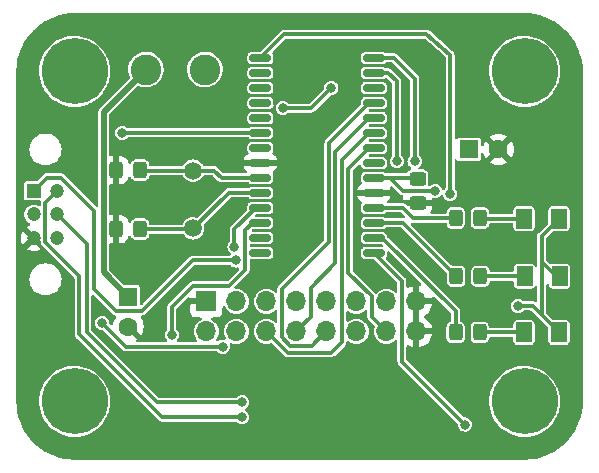
<source format=gtl>
G04 #@! TF.GenerationSoftware,KiCad,Pcbnew,(6.0.10)*
G04 #@! TF.CreationDate,2023-01-26T22:30:24-05:00*
G04 #@! TF.ProjectId,telemetry_transmitter,74656c65-6d65-4747-9279-5f7472616e73,rev?*
G04 #@! TF.SameCoordinates,Original*
G04 #@! TF.FileFunction,Copper,L1,Top*
G04 #@! TF.FilePolarity,Positive*
%FSLAX46Y46*%
G04 Gerber Fmt 4.6, Leading zero omitted, Abs format (unit mm)*
G04 Created by KiCad (PCBNEW (6.0.10)) date 2023-01-26 22:30:24*
%MOMM*%
%LPD*%
G01*
G04 APERTURE LIST*
G04 Aperture macros list*
%AMRoundRect*
0 Rectangle with rounded corners*
0 $1 Rounding radius*
0 $2 $3 $4 $5 $6 $7 $8 $9 X,Y pos of 4 corners*
0 Add a 4 corners polygon primitive as box body*
4,1,4,$2,$3,$4,$5,$6,$7,$8,$9,$2,$3,0*
0 Add four circle primitives for the rounded corners*
1,1,$1+$1,$2,$3*
1,1,$1+$1,$4,$5*
1,1,$1+$1,$6,$7*
1,1,$1+$1,$8,$9*
0 Add four rect primitives between the rounded corners*
20,1,$1+$1,$2,$3,$4,$5,0*
20,1,$1+$1,$4,$5,$6,$7,0*
20,1,$1+$1,$6,$7,$8,$9,0*
20,1,$1+$1,$8,$9,$2,$3,0*%
G04 Aperture macros list end*
G04 #@! TA.AperFunction,ComponentPad*
%ADD10C,2.600000*%
G04 #@! TD*
G04 #@! TA.AperFunction,ComponentPad*
%ADD11R,1.700000X1.700000*%
G04 #@! TD*
G04 #@! TA.AperFunction,ComponentPad*
%ADD12O,1.700000X1.700000*%
G04 #@! TD*
G04 #@! TA.AperFunction,SMDPad,CuDef*
%ADD13RoundRect,0.250000X0.325000X0.450000X-0.325000X0.450000X-0.325000X-0.450000X0.325000X-0.450000X0*%
G04 #@! TD*
G04 #@! TA.AperFunction,ComponentPad*
%ADD14R,1.600000X1.600000*%
G04 #@! TD*
G04 #@! TA.AperFunction,ComponentPad*
%ADD15C,1.600000*%
G04 #@! TD*
G04 #@! TA.AperFunction,SMDPad,CuDef*
%ADD16RoundRect,0.250000X-0.450000X0.325000X-0.450000X-0.325000X0.450000X-0.325000X0.450000X0.325000X0*%
G04 #@! TD*
G04 #@! TA.AperFunction,SMDPad,CuDef*
%ADD17RoundRect,0.150000X-0.750000X-0.150000X0.750000X-0.150000X0.750000X0.150000X-0.750000X0.150000X0*%
G04 #@! TD*
G04 #@! TA.AperFunction,ComponentPad*
%ADD18C,1.500000*%
G04 #@! TD*
G04 #@! TA.AperFunction,ConnectorPad*
%ADD19C,5.600000*%
G04 #@! TD*
G04 #@! TA.AperFunction,ComponentPad*
%ADD20C,3.600000*%
G04 #@! TD*
G04 #@! TA.AperFunction,SMDPad,CuDef*
%ADD21RoundRect,0.250001X-0.462499X-0.624999X0.462499X-0.624999X0.462499X0.624999X-0.462499X0.624999X0*%
G04 #@! TD*
G04 #@! TA.AperFunction,ComponentPad*
%ADD22R,1.200000X1.200000*%
G04 #@! TD*
G04 #@! TA.AperFunction,ComponentPad*
%ADD23C,1.200000*%
G04 #@! TD*
G04 #@! TA.AperFunction,ViaPad*
%ADD24C,0.800000*%
G04 #@! TD*
G04 #@! TA.AperFunction,Conductor*
%ADD25C,0.355600*%
G04 #@! TD*
G04 #@! TA.AperFunction,Conductor*
%ADD26C,0.508000*%
G04 #@! TD*
G04 APERTURE END LIST*
D10*
X199000000Y-88750000D03*
X194000000Y-88750000D03*
D11*
X199125000Y-108375000D03*
D12*
X199125000Y-110915000D03*
X201665000Y-108375000D03*
X201665000Y-110915000D03*
X204205000Y-108375000D03*
X204205000Y-110915000D03*
X206745000Y-108375000D03*
X206745000Y-110915000D03*
X209285000Y-108375000D03*
X209285000Y-110915000D03*
X211825000Y-108375000D03*
X211825000Y-110915000D03*
X214365000Y-108375000D03*
X214365000Y-110915000D03*
X216905000Y-108375000D03*
X216905000Y-110915000D03*
D13*
X193500000Y-97250000D03*
X191450000Y-97250000D03*
D14*
X221338606Y-95500000D03*
D15*
X223838606Y-95500000D03*
D16*
X217000000Y-97975000D03*
X217000000Y-100025000D03*
D14*
X192500000Y-108000000D03*
D15*
X192500000Y-110500000D03*
D13*
X193500000Y-102250000D03*
X191450000Y-102250000D03*
D17*
X203700000Y-87745000D03*
X203700000Y-89015000D03*
X203700000Y-90285000D03*
X203700000Y-91555000D03*
X203700000Y-92825000D03*
X203700000Y-94095000D03*
X203700000Y-95365000D03*
X203700000Y-96635000D03*
X203700000Y-97905000D03*
X203700000Y-99175000D03*
X203700000Y-100445000D03*
X203700000Y-101715000D03*
X203700000Y-102985000D03*
X203700000Y-104255000D03*
X213300000Y-104255000D03*
X213300000Y-102985000D03*
X213300000Y-101715000D03*
X213300000Y-100445000D03*
X213300000Y-99175000D03*
X213300000Y-97905000D03*
X213300000Y-96635000D03*
X213300000Y-95365000D03*
X213300000Y-94095000D03*
X213300000Y-92825000D03*
X213300000Y-91555000D03*
X213300000Y-90285000D03*
X213300000Y-89015000D03*
X213300000Y-87745000D03*
D18*
X198000000Y-97300000D03*
X198000000Y-102180000D03*
D19*
X226060000Y-88900000D03*
D20*
X226060000Y-88900000D03*
D19*
X187960000Y-116840000D03*
D20*
X187960000Y-116840000D03*
D19*
X187960000Y-88900000D03*
D20*
X187960000Y-88900000D03*
D21*
X226055000Y-106250000D03*
X229030000Y-106250000D03*
X226012500Y-101365000D03*
X228987500Y-101365000D03*
X226012500Y-111000000D03*
X228987500Y-111000000D03*
D22*
X184500000Y-99000000D03*
D23*
X184500000Y-101000000D03*
X184500000Y-103000000D03*
X186500000Y-99000000D03*
X186500000Y-101000000D03*
X186500000Y-103000000D03*
D13*
X222317500Y-106250000D03*
X220267500Y-106250000D03*
X222287500Y-101314360D03*
X220237500Y-101314360D03*
X222275000Y-111000000D03*
X220225000Y-111000000D03*
D20*
X226060000Y-116840000D03*
D19*
X226060000Y-116840000D03*
D24*
X201000000Y-100500000D03*
X213200000Y-105900000D03*
X196000000Y-103300000D03*
X197000000Y-104000000D03*
X196000000Y-101500000D03*
X205500000Y-98600000D03*
X198500000Y-95500000D03*
X198500000Y-104000000D03*
X200500000Y-96500000D03*
X200000000Y-101500000D03*
X217864223Y-105439516D03*
X196000000Y-100000000D03*
X197000000Y-95500000D03*
X202125000Y-113865000D03*
X199500000Y-96000000D03*
X196000000Y-96300000D03*
X199500000Y-103000000D03*
X201500000Y-97000000D03*
X196000000Y-98500000D03*
X200500000Y-112200000D03*
X218500000Y-99000000D03*
X225500000Y-108750000D03*
X190300000Y-110200000D03*
X209700000Y-90300000D03*
X205600000Y-92000000D03*
X201600000Y-104900000D03*
X219750000Y-99250000D03*
X216750000Y-96500000D03*
X215250000Y-96500000D03*
X202161000Y-116905000D03*
X202161000Y-118175000D03*
X196200000Y-111200000D03*
X201500000Y-103750000D03*
X221000000Y-118800000D03*
X192000000Y-94100000D03*
D25*
X193550000Y-97300000D02*
X193500000Y-97250000D01*
X199800000Y-97300000D02*
X198000000Y-97300000D01*
X200405000Y-97905000D02*
X199800000Y-97300000D01*
X203700000Y-97905000D02*
X200405000Y-97905000D01*
X198000000Y-97300000D02*
X193550000Y-97300000D01*
X198000000Y-102180000D02*
X197902200Y-102277800D01*
X197902200Y-102277800D02*
X193527800Y-102277800D01*
X203700000Y-99175000D02*
X201005000Y-99175000D01*
X193527800Y-102277800D02*
X193500000Y-102250000D01*
X201005000Y-99175000D02*
X198000000Y-102180000D01*
X192300000Y-112200000D02*
X190300000Y-110200000D01*
X200500000Y-112200000D02*
X192300000Y-112200000D01*
X227500000Y-109512500D02*
X228987500Y-111000000D01*
X214655000Y-97905000D02*
X216930000Y-97905000D01*
X214655000Y-97905000D02*
X215750000Y-99000000D01*
X229030000Y-106250000D02*
X228750000Y-106250000D01*
X226750000Y-108750000D02*
X225500000Y-108750000D01*
X227500000Y-109512500D02*
X227500000Y-109500000D01*
X227500000Y-102852500D02*
X227500000Y-105000000D01*
X228987500Y-101365000D02*
X227500000Y-102852500D01*
X228750000Y-106250000D02*
X227500000Y-105000000D01*
X227500000Y-109500000D02*
X226750000Y-108750000D01*
X215750000Y-99000000D02*
X218500000Y-99000000D01*
X216930000Y-97905000D02*
X217000000Y-97975000D01*
X213300000Y-97905000D02*
X214655000Y-97905000D01*
X227500000Y-105000000D02*
X227500000Y-109512500D01*
X208000000Y-92000000D02*
X209700000Y-90300000D01*
X205600000Y-92000000D02*
X208000000Y-92000000D01*
X186782819Y-97900000D02*
X189600000Y-100717181D01*
X189600000Y-100717181D02*
X189600000Y-107322400D01*
X193677800Y-109177800D02*
X197955600Y-104900000D01*
X185600000Y-97900000D02*
X186782819Y-97900000D01*
X191455400Y-109177800D02*
X193677800Y-109177800D01*
X184500000Y-99000000D02*
X185600000Y-97900000D01*
X189600000Y-107322400D02*
X191455400Y-109177800D01*
X197955600Y-104900000D02*
X201600000Y-104900000D01*
X226012500Y-101365000D02*
X222338140Y-101365000D01*
X222338140Y-101365000D02*
X222287500Y-101314360D01*
X222317500Y-106250000D02*
X226055000Y-106250000D01*
X226012500Y-111000000D02*
X222275000Y-111000000D01*
X219750000Y-99250000D02*
X219750000Y-87500000D01*
X205695000Y-85750000D02*
X203700000Y-87745000D01*
X219750000Y-87500000D02*
X217750000Y-85750000D01*
X217750000Y-85750000D02*
X205695000Y-85750000D01*
X214995000Y-87745000D02*
X213300000Y-87745000D01*
X216750000Y-89500000D02*
X214995000Y-87745000D01*
X216750000Y-96500000D02*
X216750000Y-89500000D01*
X215250000Y-96500000D02*
X215250000Y-89750000D01*
X215250000Y-89750000D02*
X214515000Y-89015000D01*
X214515000Y-89015000D02*
X213300000Y-89015000D01*
D26*
X190421000Y-105921000D02*
X192500000Y-108000000D01*
X190421000Y-92329000D02*
X190421000Y-105921000D01*
X194000000Y-88750000D02*
X190421000Y-92329000D01*
D25*
X189000000Y-103500000D02*
X186500000Y-101000000D01*
X194905000Y-116905000D02*
X189000000Y-111000000D01*
X202161000Y-116905000D02*
X194905000Y-116905000D01*
X189000000Y-111000000D02*
X189000000Y-103500000D01*
X195389262Y-118175000D02*
X188367181Y-111152919D01*
X185477800Y-103360619D02*
X185477800Y-100022200D01*
X188367181Y-106250000D02*
X185477800Y-103360619D01*
X202161000Y-118175000D02*
X195389262Y-118175000D01*
X185477800Y-100022200D02*
X186500000Y-99000000D01*
X188367181Y-111152919D02*
X188367181Y-106250000D01*
X213300000Y-100445000D02*
X215757157Y-100445000D01*
X216626517Y-101314360D02*
X220237500Y-101314360D01*
X215757157Y-100445000D02*
X216626517Y-101314360D01*
X213300000Y-101715000D02*
X215732500Y-101715000D01*
X215732500Y-101715000D02*
X220267500Y-106250000D01*
X213300000Y-102985000D02*
X213985000Y-102985000D01*
X220225000Y-109225000D02*
X220225000Y-111000000D01*
X213985000Y-102985000D02*
X220225000Y-109225000D01*
X211152800Y-105966428D02*
X213137200Y-107950828D01*
X211152800Y-97135778D02*
X211152800Y-105966428D01*
X213137200Y-109687200D02*
X214365000Y-110915000D01*
X212923578Y-95365000D02*
X211152800Y-97135778D01*
X213300000Y-95365000D02*
X212923578Y-95365000D01*
X213137200Y-107950828D02*
X213137200Y-109687200D01*
X208057200Y-112142800D02*
X206236428Y-112142800D01*
X209285000Y-110915000D02*
X208057200Y-112142800D01*
X205517200Y-107282800D02*
X209486000Y-103314000D01*
X206236428Y-112142800D02*
X205517200Y-111423572D01*
X209486000Y-94992578D02*
X212923578Y-91555000D01*
X212923578Y-91555000D02*
X213300000Y-91555000D01*
X209486000Y-103314000D02*
X209486000Y-94992578D01*
X205517200Y-111423572D02*
X205517200Y-107282800D01*
X202422200Y-102327800D02*
X202422200Y-105677800D01*
X202422200Y-105677800D02*
X201072200Y-107027800D01*
X203035000Y-101715000D02*
X202422200Y-102327800D01*
X198016600Y-107027800D02*
X196200000Y-108844400D01*
X203700000Y-101715000D02*
X203035000Y-101715000D01*
X201072200Y-107027800D02*
X198372200Y-107027800D01*
X196200000Y-108844400D02*
X196200000Y-111200000D01*
X198372200Y-107027800D02*
X198016600Y-107027800D01*
X203323578Y-100445000D02*
X201500000Y-102268578D01*
X203700000Y-100445000D02*
X203323578Y-100445000D01*
X201500000Y-102268578D02*
X201500000Y-103750000D01*
X210041600Y-95706978D02*
X212923578Y-92825000D01*
X210041600Y-105158400D02*
X210041600Y-95706978D01*
X213300000Y-92825000D02*
X213275000Y-92800000D01*
X212923578Y-92825000D02*
X213300000Y-92825000D01*
X207972800Y-109687200D02*
X207972800Y-107227200D01*
X207972800Y-107227200D02*
X210041600Y-105158400D01*
X206745000Y-110915000D02*
X207972800Y-109687200D01*
X209701600Y-112698400D02*
X210597200Y-111802800D01*
X204205000Y-110915000D02*
X205988400Y-112698400D01*
X205988400Y-112698400D02*
X209701600Y-112698400D01*
X210597200Y-96421378D02*
X212923578Y-94095000D01*
X212923578Y-94095000D02*
X213300000Y-94095000D01*
X210597200Y-111802800D02*
X210597200Y-96421378D01*
X213300000Y-104255000D02*
X215677200Y-106632200D01*
X215677200Y-113477200D02*
X221000000Y-118800000D01*
X215677200Y-106632200D02*
X215677200Y-111322800D01*
X215677200Y-111322800D02*
X215677200Y-113477200D01*
X203700000Y-94095000D02*
X194992157Y-94095000D01*
X194992157Y-94095000D02*
X194987157Y-94100000D01*
X194987157Y-94100000D02*
X192000000Y-94100000D01*
G04 #@! TA.AperFunction,Conductor*
G36*
X226031644Y-83974001D02*
G01*
X226043978Y-83974001D01*
X226060000Y-83978294D01*
X226076022Y-83974001D01*
X226082464Y-83974001D01*
X226087961Y-83974121D01*
X226483930Y-83991409D01*
X226494878Y-83992367D01*
X226910139Y-84047037D01*
X226920947Y-84048943D01*
X227329855Y-84139596D01*
X227340472Y-84142441D01*
X227739924Y-84268387D01*
X227750237Y-84272140D01*
X228137215Y-84432432D01*
X228147159Y-84437070D01*
X228297719Y-84515446D01*
X228518667Y-84630464D01*
X228528187Y-84635960D01*
X228881423Y-84860997D01*
X228890427Y-84867301D01*
X229222720Y-85122277D01*
X229231137Y-85129341D01*
X229512484Y-85387147D01*
X229539930Y-85412297D01*
X229547699Y-85420066D01*
X229613504Y-85491879D01*
X229830657Y-85728860D01*
X229837723Y-85737280D01*
X230092699Y-86069573D01*
X230099003Y-86078577D01*
X230324040Y-86431813D01*
X230329535Y-86441332D01*
X230514253Y-86796171D01*
X230522926Y-86812832D01*
X230527568Y-86822785D01*
X230683579Y-87199427D01*
X230687857Y-87209755D01*
X230691613Y-87220076D01*
X230788621Y-87527746D01*
X230817559Y-87619527D01*
X230820404Y-87630144D01*
X230904837Y-88010995D01*
X230911055Y-88039044D01*
X230912963Y-88049861D01*
X230967082Y-88460935D01*
X230967633Y-88465121D01*
X230968591Y-88476071D01*
X230985879Y-88872040D01*
X230985999Y-88877536D01*
X230985999Y-88883978D01*
X230981706Y-88900000D01*
X230985999Y-88916022D01*
X230985999Y-88928356D01*
X230987100Y-88936720D01*
X230987100Y-116803280D01*
X230985999Y-116811644D01*
X230985999Y-116823978D01*
X230981706Y-116840000D01*
X230985999Y-116856022D01*
X230985999Y-116862464D01*
X230985879Y-116867960D01*
X230968591Y-117263929D01*
X230967633Y-117274878D01*
X230917525Y-117655489D01*
X230912964Y-117690131D01*
X230911057Y-117700947D01*
X230820404Y-118109855D01*
X230817559Y-118120472D01*
X230693052Y-118515362D01*
X230691616Y-118519916D01*
X230687860Y-118530237D01*
X230534712Y-118899969D01*
X230527572Y-118917206D01*
X230522930Y-118927159D01*
X230393508Y-119175778D01*
X230329536Y-119298667D01*
X230324041Y-119308185D01*
X230274390Y-119386122D01*
X230099003Y-119661423D01*
X230092699Y-119670427D01*
X229837723Y-120002720D01*
X229830657Y-120011140D01*
X229547703Y-120319930D01*
X229539934Y-120327699D01*
X229231140Y-120610657D01*
X229222720Y-120617723D01*
X228890427Y-120872699D01*
X228881423Y-120879003D01*
X228528187Y-121104040D01*
X228518668Y-121109535D01*
X228147159Y-121302930D01*
X228137215Y-121307568D01*
X227750237Y-121467860D01*
X227739924Y-121471613D01*
X227340473Y-121597559D01*
X227329856Y-121600404D01*
X226920947Y-121691057D01*
X226910139Y-121692963D01*
X226494879Y-121747633D01*
X226483930Y-121748591D01*
X226209723Y-121760563D01*
X226087960Y-121765879D01*
X226082464Y-121765999D01*
X226076022Y-121765999D01*
X226060000Y-121761706D01*
X226043978Y-121765999D01*
X226031644Y-121765999D01*
X226023280Y-121767100D01*
X187996720Y-121767100D01*
X187988356Y-121765999D01*
X187976022Y-121765999D01*
X187960000Y-121761706D01*
X187943978Y-121765999D01*
X187937536Y-121765999D01*
X187932040Y-121765879D01*
X187810277Y-121760563D01*
X187536070Y-121748591D01*
X187525121Y-121747633D01*
X187109861Y-121692963D01*
X187099053Y-121691057D01*
X186690144Y-121600404D01*
X186679527Y-121597559D01*
X186280076Y-121471613D01*
X186269763Y-121467860D01*
X185882785Y-121307568D01*
X185872841Y-121302930D01*
X185501332Y-121109535D01*
X185491813Y-121104040D01*
X185138577Y-120879003D01*
X185129573Y-120872699D01*
X184797280Y-120617723D01*
X184788860Y-120610657D01*
X184480066Y-120327699D01*
X184472297Y-120319930D01*
X184189343Y-120011140D01*
X184182277Y-120002720D01*
X183927301Y-119670427D01*
X183920997Y-119661423D01*
X183745610Y-119386122D01*
X183695959Y-119308185D01*
X183690464Y-119298667D01*
X183626492Y-119175778D01*
X183497070Y-118927159D01*
X183492428Y-118917206D01*
X183485289Y-118899969D01*
X183332140Y-118530237D01*
X183328384Y-118519916D01*
X183326949Y-118515362D01*
X183202441Y-118120472D01*
X183199596Y-118109855D01*
X183108943Y-117700947D01*
X183107036Y-117690131D01*
X183102476Y-117655489D01*
X183052367Y-117274878D01*
X183051409Y-117263929D01*
X183034121Y-116867960D01*
X183034001Y-116862464D01*
X183034001Y-116856022D01*
X183038294Y-116840000D01*
X183034001Y-116823978D01*
X183034001Y-116811644D01*
X183032900Y-116803280D01*
X183032900Y-116745592D01*
X184955898Y-116745592D01*
X184964956Y-117091501D01*
X185013712Y-117434076D01*
X185101519Y-117768777D01*
X185227214Y-118091167D01*
X185228911Y-118094372D01*
X185379224Y-118378264D01*
X185389130Y-118396974D01*
X185391180Y-118399957D01*
X185391182Y-118399960D01*
X185583065Y-118679152D01*
X185583071Y-118679159D01*
X185585122Y-118682144D01*
X185687934Y-118800000D01*
X185794608Y-118922282D01*
X185812592Y-118942898D01*
X186068524Y-119175778D01*
X186349527Y-119377699D01*
X186651876Y-119545985D01*
X186971563Y-119678403D01*
X186975057Y-119679398D01*
X186975059Y-119679399D01*
X187300851Y-119772204D01*
X187300856Y-119772205D01*
X187304352Y-119773201D01*
X187540034Y-119811795D01*
X187642251Y-119828534D01*
X187642255Y-119828534D01*
X187645831Y-119829120D01*
X187649457Y-119829291D01*
X187987847Y-119845249D01*
X187987848Y-119845249D01*
X187991474Y-119845420D01*
X188002346Y-119844679D01*
X188333069Y-119822133D01*
X188333077Y-119822132D01*
X188336700Y-119821885D01*
X188340276Y-119821222D01*
X188340278Y-119821222D01*
X188673368Y-119759488D01*
X188673372Y-119759487D01*
X188676933Y-119758827D01*
X189007663Y-119657081D01*
X189324507Y-119517996D01*
X189473886Y-119430706D01*
X189620125Y-119345251D01*
X189620127Y-119345250D01*
X189623265Y-119343416D01*
X189626174Y-119341232D01*
X189897071Y-119137837D01*
X189897075Y-119137834D01*
X189899978Y-119135654D01*
X190150977Y-118897465D01*
X190372936Y-118632005D01*
X190374924Y-118628979D01*
X190560926Y-118345818D01*
X190560931Y-118345809D01*
X190562913Y-118342792D01*
X190651422Y-118166812D01*
X190716763Y-118036898D01*
X190716766Y-118036890D01*
X190718390Y-118033662D01*
X190726826Y-118010609D01*
X190836057Y-117712122D01*
X190836060Y-117712112D01*
X190837305Y-117708710D01*
X190838150Y-117705188D01*
X190838153Y-117705180D01*
X190917237Y-117375772D01*
X190917238Y-117375768D01*
X190918084Y-117372243D01*
X190918928Y-117365268D01*
X190959318Y-117031501D01*
X190959318Y-117031495D01*
X190959654Y-117028722D01*
X190965585Y-116840000D01*
X190960294Y-116748238D01*
X190945875Y-116498167D01*
X190945874Y-116498162D01*
X190945666Y-116494547D01*
X190941677Y-116471691D01*
X190886798Y-116157245D01*
X190886796Y-116157238D01*
X190886174Y-116153672D01*
X190787897Y-115821894D01*
X190652138Y-115503611D01*
X190480696Y-115203041D01*
X190421030Y-115121815D01*
X190277986Y-114927086D01*
X190275843Y-114924168D01*
X190040295Y-114670688D01*
X189777174Y-114445962D01*
X189489967Y-114252967D01*
X189182482Y-114094261D01*
X188858793Y-113971950D01*
X188523190Y-113887652D01*
X188378981Y-113868667D01*
X188183728Y-113842961D01*
X188183720Y-113842960D01*
X188180124Y-113842487D01*
X188028991Y-113840112D01*
X187837780Y-113837108D01*
X187837776Y-113837108D01*
X187834139Y-113837051D01*
X187830524Y-113837412D01*
X187830520Y-113837412D01*
X187662646Y-113854169D01*
X187489823Y-113871419D01*
X187486286Y-113872190D01*
X187486281Y-113872191D01*
X187155283Y-113944360D01*
X187155278Y-113944361D01*
X187151739Y-113945133D01*
X186824367Y-114057217D01*
X186512048Y-114206186D01*
X186218921Y-114390064D01*
X186216087Y-114392334D01*
X186216082Y-114392338D01*
X186047066Y-114527746D01*
X185948871Y-114606415D01*
X185705477Y-114852371D01*
X185491966Y-115124672D01*
X185311168Y-115419709D01*
X185309641Y-115422999D01*
X185309636Y-115423008D01*
X185270672Y-115506949D01*
X185165478Y-115733570D01*
X185056828Y-116062097D01*
X185056092Y-116065652D01*
X185056091Y-116065655D01*
X184991552Y-116377304D01*
X184986658Y-116400935D01*
X184955898Y-116745592D01*
X183032900Y-116745592D01*
X183032900Y-106500000D01*
X184144341Y-106500000D01*
X184164937Y-106735408D01*
X184166361Y-106740722D01*
X184166361Y-106740723D01*
X184218868Y-106936682D01*
X184226097Y-106963663D01*
X184228419Y-106968643D01*
X184228420Y-106968645D01*
X184323361Y-107172244D01*
X184325965Y-107177829D01*
X184461505Y-107371401D01*
X184628599Y-107538495D01*
X184822171Y-107674035D01*
X184827149Y-107676356D01*
X184827152Y-107676358D01*
X185031355Y-107771580D01*
X185036337Y-107773903D01*
X185041645Y-107775325D01*
X185041647Y-107775326D01*
X185259277Y-107833639D01*
X185264592Y-107835063D01*
X185367682Y-107844082D01*
X185438310Y-107850262D01*
X185438317Y-107850262D01*
X185441034Y-107850500D01*
X185558966Y-107850500D01*
X185561683Y-107850262D01*
X185561690Y-107850262D01*
X185632318Y-107844082D01*
X185735408Y-107835063D01*
X185740723Y-107833639D01*
X185958353Y-107775326D01*
X185958355Y-107775325D01*
X185963663Y-107773903D01*
X185968645Y-107771580D01*
X186172848Y-107676358D01*
X186172851Y-107676356D01*
X186177829Y-107674035D01*
X186371401Y-107538495D01*
X186538495Y-107371401D01*
X186541655Y-107366889D01*
X186670878Y-107182339D01*
X186670881Y-107182334D01*
X186674035Y-107177830D01*
X186676358Y-107172848D01*
X186676361Y-107172843D01*
X186771580Y-106968645D01*
X186771581Y-106968644D01*
X186773903Y-106963663D01*
X186781133Y-106936682D01*
X186833639Y-106740723D01*
X186833639Y-106740722D01*
X186835063Y-106735408D01*
X186855659Y-106500000D01*
X186835063Y-106264592D01*
X186780972Y-106062718D01*
X186775326Y-106041647D01*
X186775325Y-106041645D01*
X186773903Y-106036337D01*
X186749189Y-105983338D01*
X186676358Y-105827152D01*
X186676356Y-105827149D01*
X186674035Y-105822171D01*
X186538495Y-105628599D01*
X186371401Y-105461505D01*
X186177829Y-105325965D01*
X186172851Y-105323644D01*
X186172848Y-105323642D01*
X185968645Y-105228420D01*
X185968643Y-105228419D01*
X185963663Y-105226097D01*
X185958355Y-105224675D01*
X185958353Y-105224674D01*
X185740723Y-105166361D01*
X185740722Y-105166361D01*
X185735408Y-105164937D01*
X185632318Y-105155918D01*
X185561690Y-105149738D01*
X185561683Y-105149738D01*
X185558966Y-105149500D01*
X185441034Y-105149500D01*
X185438317Y-105149738D01*
X185438310Y-105149738D01*
X185367682Y-105155918D01*
X185264592Y-105164937D01*
X185259278Y-105166361D01*
X185259277Y-105166361D01*
X185041647Y-105224674D01*
X185041645Y-105224675D01*
X185036337Y-105226097D01*
X185031357Y-105228419D01*
X185031355Y-105228420D01*
X184827152Y-105323642D01*
X184827149Y-105323644D01*
X184822171Y-105325965D01*
X184628599Y-105461505D01*
X184461505Y-105628599D01*
X184458348Y-105633107D01*
X184458346Y-105633110D01*
X184331811Y-105813821D01*
X184325965Y-105822170D01*
X184323642Y-105827152D01*
X184323639Y-105827157D01*
X184257815Y-105968318D01*
X184226097Y-106036337D01*
X184224675Y-106041645D01*
X184224674Y-106041647D01*
X184219028Y-106062718D01*
X184164937Y-106264592D01*
X184144341Y-106500000D01*
X183032900Y-106500000D01*
X183032900Y-103941294D01*
X183923066Y-103941294D01*
X183932948Y-103953783D01*
X183964239Y-103974691D01*
X183974349Y-103980181D01*
X184150835Y-104056005D01*
X184161778Y-104059560D01*
X184349120Y-104101952D01*
X184360530Y-104103454D01*
X184552469Y-104110995D01*
X184563951Y-104110393D01*
X184754045Y-104082832D01*
X184765240Y-104080144D01*
X184947131Y-104018400D01*
X184957628Y-104013726D01*
X185068032Y-103951898D01*
X185077895Y-103941821D01*
X185074940Y-103934151D01*
X184512811Y-103372021D01*
X184498868Y-103364408D01*
X184497034Y-103364539D01*
X184490420Y-103368790D01*
X183929259Y-103929952D01*
X183923066Y-103941294D01*
X183032900Y-103941294D01*
X183032900Y-102976638D01*
X183388012Y-102976638D01*
X183400575Y-103168304D01*
X183402376Y-103179674D01*
X183449657Y-103365843D01*
X183453498Y-103376690D01*
X183533916Y-103551130D01*
X183539664Y-103561086D01*
X183545788Y-103569751D01*
X183556377Y-103578140D01*
X183569676Y-103571113D01*
X184127979Y-103012811D01*
X184135592Y-102998868D01*
X184135461Y-102997034D01*
X184131210Y-102990420D01*
X183568538Y-102427749D01*
X183556163Y-102420992D01*
X183550197Y-102425458D01*
X183474645Y-102569058D01*
X183470242Y-102579691D01*
X183413281Y-102763132D01*
X183410891Y-102774376D01*
X183388313Y-102965137D01*
X183388012Y-102976638D01*
X183032900Y-102976638D01*
X183032900Y-100988753D01*
X183694514Y-100988753D01*
X183695201Y-100995760D01*
X183695201Y-100995763D01*
X183696005Y-101003963D01*
X183712039Y-101167486D01*
X183714262Y-101174168D01*
X183714262Y-101174169D01*
X183756078Y-101299873D01*
X183768726Y-101337896D01*
X183772373Y-101343918D01*
X183856735Y-101483216D01*
X183861759Y-101491512D01*
X183866648Y-101496575D01*
X183866649Y-101496576D01*
X183905095Y-101536388D01*
X183986514Y-101620699D01*
X184136789Y-101719036D01*
X184143392Y-101721491D01*
X184147031Y-101723330D01*
X184198815Y-101771898D01*
X184216121Y-101840753D01*
X184193454Y-101908034D01*
X184133830Y-101954007D01*
X184026365Y-101993653D01*
X184015991Y-101998601D01*
X183932385Y-102048342D01*
X183922788Y-102058675D01*
X183926275Y-102067064D01*
X184500000Y-102640790D01*
X185062596Y-103203385D01*
X185096621Y-103265697D01*
X185099500Y-103292480D01*
X185099500Y-103306821D01*
X185096970Y-103330593D01*
X185096886Y-103332375D01*
X185094695Y-103342552D01*
X185098183Y-103372021D01*
X185098627Y-103375773D01*
X185098975Y-103381675D01*
X185099072Y-103381667D01*
X185099500Y-103386845D01*
X185099500Y-103392046D01*
X185100354Y-103397177D01*
X185102656Y-103411007D01*
X185103493Y-103416884D01*
X185109498Y-103467621D01*
X185113448Y-103475848D01*
X185114947Y-103484851D01*
X185128001Y-103509045D01*
X185139204Y-103529808D01*
X185141899Y-103535097D01*
X185164014Y-103581151D01*
X185167594Y-103585410D01*
X185169526Y-103587342D01*
X185171279Y-103589252D01*
X185171330Y-103589348D01*
X185171211Y-103589458D01*
X185171671Y-103589980D01*
X185174751Y-103595688D01*
X185182397Y-103602756D01*
X185182398Y-103602757D01*
X185214227Y-103632179D01*
X185217793Y-103635609D01*
X187951976Y-106369792D01*
X187986002Y-106432104D01*
X187988881Y-106458887D01*
X187988881Y-111099121D01*
X187986351Y-111122893D01*
X187986267Y-111124675D01*
X187984076Y-111134852D01*
X187986048Y-111151511D01*
X187988008Y-111168073D01*
X187988356Y-111173975D01*
X187988453Y-111173967D01*
X187988881Y-111179145D01*
X187988881Y-111184346D01*
X187989735Y-111189477D01*
X187992037Y-111203307D01*
X187992874Y-111209184D01*
X187998879Y-111259921D01*
X188002829Y-111268148D01*
X188004328Y-111277151D01*
X188009274Y-111286317D01*
X188028585Y-111322108D01*
X188031280Y-111327397D01*
X188053395Y-111373451D01*
X188056975Y-111377710D01*
X188058907Y-111379642D01*
X188060660Y-111381552D01*
X188060711Y-111381648D01*
X188060592Y-111381758D01*
X188061052Y-111382280D01*
X188064132Y-111387988D01*
X188071778Y-111395056D01*
X188071779Y-111395057D01*
X188103608Y-111424479D01*
X188107174Y-111427909D01*
X195083724Y-118404459D01*
X195098744Y-118423055D01*
X195099941Y-118424370D01*
X195105591Y-118433121D01*
X195113769Y-118439568D01*
X195131864Y-118453833D01*
X195136283Y-118457760D01*
X195136346Y-118457685D01*
X195140304Y-118461039D01*
X195143986Y-118464721D01*
X195148217Y-118467744D01*
X195148220Y-118467747D01*
X195151669Y-118470211D01*
X195159640Y-118475907D01*
X195164369Y-118479458D01*
X195204495Y-118511091D01*
X195213106Y-118514115D01*
X195220531Y-118519421D01*
X195230507Y-118522404D01*
X195230510Y-118522406D01*
X195269457Y-118534053D01*
X195275105Y-118535888D01*
X195315839Y-118550193D01*
X195315845Y-118550194D01*
X195323322Y-118552820D01*
X195328864Y-118553300D01*
X195331582Y-118553300D01*
X195334191Y-118553413D01*
X195334305Y-118553447D01*
X195334298Y-118553606D01*
X195334979Y-118553649D01*
X195341193Y-118555507D01*
X195394890Y-118553397D01*
X195399836Y-118553300D01*
X201632229Y-118553300D01*
X201700350Y-118573302D01*
X201720713Y-118592029D01*
X201721852Y-118590891D01*
X201727690Y-118596729D01*
X201732718Y-118603282D01*
X201739268Y-118608308D01*
X201739269Y-118608309D01*
X201773770Y-118634782D01*
X201858159Y-118699536D01*
X202004238Y-118760044D01*
X202161000Y-118780682D01*
X202169188Y-118779604D01*
X202309574Y-118761122D01*
X202317762Y-118760044D01*
X202463841Y-118699536D01*
X202589282Y-118603282D01*
X202685536Y-118477841D01*
X202746044Y-118331762D01*
X202766682Y-118175000D01*
X202746044Y-118018238D01*
X202685536Y-117872159D01*
X202589282Y-117746718D01*
X202463841Y-117650464D01*
X202458550Y-117648272D01*
X202410364Y-117597738D01*
X202396926Y-117528025D01*
X202423312Y-117462114D01*
X202458224Y-117431863D01*
X202463841Y-117429536D01*
X202589282Y-117333282D01*
X202685536Y-117207841D01*
X202746044Y-117061762D01*
X202766682Y-116905000D01*
X202746044Y-116748238D01*
X202685536Y-116602159D01*
X202589282Y-116476718D01*
X202463841Y-116380464D01*
X202317762Y-116319956D01*
X202161000Y-116299318D01*
X202004238Y-116319956D01*
X201858159Y-116380464D01*
X201732718Y-116476718D01*
X201727690Y-116483271D01*
X201721852Y-116489109D01*
X201719455Y-116486712D01*
X201674812Y-116519286D01*
X201632229Y-116526700D01*
X195113887Y-116526700D01*
X195045766Y-116506698D01*
X195024792Y-116489795D01*
X189415205Y-110880208D01*
X189381179Y-110817896D01*
X189378300Y-110791113D01*
X189378300Y-107939887D01*
X189398302Y-107871766D01*
X189451958Y-107825273D01*
X189522232Y-107815169D01*
X189586812Y-107844663D01*
X189593395Y-107850792D01*
X191149862Y-109407259D01*
X191164882Y-109425855D01*
X191166079Y-109427170D01*
X191171729Y-109435921D01*
X191179907Y-109442368D01*
X191198002Y-109456633D01*
X191202423Y-109460562D01*
X191202486Y-109460487D01*
X191206442Y-109463839D01*
X191210124Y-109467521D01*
X191214360Y-109470548D01*
X191214361Y-109470549D01*
X191225765Y-109478699D01*
X191230512Y-109482262D01*
X191270633Y-109513891D01*
X191279246Y-109516916D01*
X191286670Y-109522221D01*
X191296643Y-109525204D01*
X191296646Y-109525205D01*
X191326063Y-109534002D01*
X191335605Y-109536856D01*
X191341246Y-109538689D01*
X191373181Y-109549904D01*
X191430826Y-109591347D01*
X191456914Y-109657377D01*
X191443163Y-109727029D01*
X191434645Y-109741057D01*
X191366069Y-109838994D01*
X191360586Y-109848489D01*
X191268510Y-110045947D01*
X191264764Y-110056239D01*
X191208375Y-110266688D01*
X191206472Y-110277481D01*
X191206370Y-110278642D01*
X191206182Y-110279122D01*
X191205516Y-110282900D01*
X191204757Y-110282766D01*
X191180508Y-110344760D01*
X191123005Y-110386401D01*
X191052118Y-110390342D01*
X190991754Y-110356757D01*
X190941396Y-110306399D01*
X190907370Y-110244087D01*
X190906219Y-110216446D01*
X190904604Y-110216446D01*
X190904604Y-110208188D01*
X190905682Y-110200000D01*
X190887307Y-110060425D01*
X190886122Y-110051426D01*
X190885044Y-110043238D01*
X190824536Y-109897159D01*
X190728282Y-109771718D01*
X190602841Y-109675464D01*
X190456762Y-109614956D01*
X190300000Y-109594318D01*
X190143238Y-109614956D01*
X189997159Y-109675464D01*
X189871718Y-109771718D01*
X189775464Y-109897159D01*
X189714956Y-110043238D01*
X189713878Y-110051426D01*
X189712693Y-110060425D01*
X189694318Y-110200000D01*
X189695396Y-110208188D01*
X189711545Y-110330849D01*
X189714956Y-110356762D01*
X189775464Y-110502841D01*
X189871718Y-110628282D01*
X189997159Y-110724536D01*
X190143238Y-110785044D01*
X190300000Y-110805682D01*
X190308189Y-110804604D01*
X190316446Y-110804604D01*
X190316446Y-110808001D01*
X190371001Y-110816506D01*
X190406399Y-110841396D01*
X191994462Y-112429459D01*
X192009482Y-112448055D01*
X192010679Y-112449370D01*
X192016329Y-112458121D01*
X192024507Y-112464568D01*
X192042602Y-112478833D01*
X192047021Y-112482760D01*
X192047084Y-112482685D01*
X192051042Y-112486039D01*
X192054724Y-112489721D01*
X192058955Y-112492744D01*
X192058958Y-112492747D01*
X192062407Y-112495211D01*
X192070378Y-112500907D01*
X192075107Y-112504458D01*
X192115233Y-112536091D01*
X192123844Y-112539115D01*
X192131269Y-112544421D01*
X192141245Y-112547404D01*
X192141248Y-112547406D01*
X192180195Y-112559053D01*
X192185843Y-112560888D01*
X192226577Y-112575193D01*
X192226583Y-112575194D01*
X192234060Y-112577820D01*
X192239602Y-112578300D01*
X192242320Y-112578300D01*
X192244929Y-112578413D01*
X192245043Y-112578447D01*
X192245036Y-112578606D01*
X192245717Y-112578649D01*
X192251931Y-112580507D01*
X192305628Y-112578397D01*
X192310574Y-112578300D01*
X199971229Y-112578300D01*
X200039350Y-112598302D01*
X200059713Y-112617029D01*
X200060852Y-112615891D01*
X200066690Y-112621729D01*
X200071718Y-112628282D01*
X200197159Y-112724536D01*
X200343238Y-112785044D01*
X200500000Y-112805682D01*
X200508188Y-112804604D01*
X200648574Y-112786122D01*
X200656762Y-112785044D01*
X200802841Y-112724536D01*
X200928282Y-112628282D01*
X201024536Y-112502841D01*
X201085044Y-112356762D01*
X201105682Y-112200000D01*
X201095530Y-112122885D01*
X201086122Y-112051424D01*
X201086121Y-112051422D01*
X201085044Y-112043238D01*
X201081884Y-112035609D01*
X201081638Y-112034691D01*
X201083327Y-111963714D01*
X201123120Y-111904918D01*
X201188385Y-111876970D01*
X201241613Y-111884714D01*
X201242398Y-111882297D01*
X201432471Y-111944056D01*
X201432475Y-111944057D01*
X201438329Y-111945959D01*
X201642894Y-111970351D01*
X201649029Y-111969879D01*
X201649031Y-111969879D01*
X201705039Y-111965569D01*
X201848300Y-111954546D01*
X201854230Y-111952890D01*
X201854232Y-111952890D01*
X202028516Y-111904229D01*
X202046725Y-111899145D01*
X202052214Y-111896372D01*
X202052220Y-111896370D01*
X202225116Y-111809033D01*
X202230610Y-111806258D01*
X202246345Y-111793965D01*
X202363132Y-111702721D01*
X202392951Y-111679424D01*
X202410147Y-111659503D01*
X202523540Y-111528134D01*
X202523540Y-111528133D01*
X202527564Y-111523472D01*
X202548387Y-111486818D01*
X202568190Y-111451958D01*
X202629323Y-111344344D01*
X202694351Y-111148863D01*
X202720171Y-110944474D01*
X202720583Y-110915000D01*
X202719138Y-110900262D01*
X203149520Y-110900262D01*
X203150036Y-110906406D01*
X203160886Y-111035609D01*
X203166759Y-111105553D01*
X203168458Y-111111478D01*
X203215862Y-111276794D01*
X203223544Y-111303586D01*
X203226359Y-111309063D01*
X203226360Y-111309066D01*
X203285674Y-111424479D01*
X203317712Y-111486818D01*
X203445677Y-111648270D01*
X203450370Y-111652264D01*
X203450371Y-111652265D01*
X203596290Y-111776451D01*
X203602564Y-111781791D01*
X203607942Y-111784797D01*
X203607944Y-111784798D01*
X203625667Y-111794703D01*
X203782398Y-111882297D01*
X203848513Y-111903779D01*
X203972471Y-111944056D01*
X203972475Y-111944057D01*
X203978329Y-111945959D01*
X204182894Y-111970351D01*
X204189029Y-111969879D01*
X204189031Y-111969879D01*
X204245039Y-111965569D01*
X204388300Y-111954546D01*
X204394230Y-111952890D01*
X204394232Y-111952890D01*
X204568517Y-111904229D01*
X204639508Y-111905176D01*
X204691496Y-111936493D01*
X205682862Y-112927859D01*
X205697882Y-112946455D01*
X205699079Y-112947770D01*
X205704729Y-112956521D01*
X205712907Y-112962968D01*
X205731002Y-112977233D01*
X205735422Y-112981161D01*
X205735485Y-112981086D01*
X205739441Y-112984438D01*
X205743123Y-112988120D01*
X205747359Y-112991147D01*
X205747360Y-112991148D01*
X205758764Y-112999298D01*
X205763511Y-113002861D01*
X205803633Y-113034491D01*
X205812244Y-113037515D01*
X205819669Y-113042821D01*
X205829645Y-113045804D01*
X205829648Y-113045806D01*
X205868595Y-113057453D01*
X205874243Y-113059288D01*
X205914977Y-113073593D01*
X205914983Y-113073594D01*
X205922460Y-113076220D01*
X205928002Y-113076700D01*
X205930720Y-113076700D01*
X205933329Y-113076813D01*
X205933443Y-113076847D01*
X205933436Y-113077006D01*
X205934117Y-113077049D01*
X205940331Y-113078907D01*
X205994028Y-113076797D01*
X205998974Y-113076700D01*
X209647802Y-113076700D01*
X209671574Y-113079230D01*
X209673356Y-113079314D01*
X209683533Y-113081505D01*
X209716754Y-113077573D01*
X209722656Y-113077225D01*
X209722648Y-113077128D01*
X209727826Y-113076700D01*
X209733027Y-113076700D01*
X209751989Y-113073544D01*
X209757866Y-113072707D01*
X209808602Y-113066702D01*
X209816829Y-113062752D01*
X209825832Y-113061253D01*
X209870789Y-113036996D01*
X209876078Y-113034301D01*
X209889112Y-113028042D01*
X209922132Y-113012186D01*
X209926391Y-113008606D01*
X209928323Y-113006674D01*
X209930233Y-113004921D01*
X209930329Y-113004870D01*
X209930439Y-113004989D01*
X209930961Y-113004529D01*
X209936669Y-113001449D01*
X209954806Y-112981829D01*
X209973160Y-112961973D01*
X209976590Y-112958407D01*
X210826659Y-112108338D01*
X210845255Y-112093318D01*
X210846570Y-112092121D01*
X210855321Y-112086471D01*
X210876033Y-112060198D01*
X210879962Y-112055777D01*
X210879887Y-112055714D01*
X210883239Y-112051758D01*
X210886921Y-112048076D01*
X210889949Y-112043839D01*
X210898099Y-112032435D01*
X210901663Y-112027687D01*
X210909676Y-112017522D01*
X210933291Y-111987567D01*
X210936316Y-111978954D01*
X210941621Y-111971530D01*
X210946560Y-111955018D01*
X210956254Y-111922601D01*
X210958089Y-111916953D01*
X210972394Y-111876220D01*
X210972395Y-111876214D01*
X210975020Y-111868740D01*
X210975500Y-111863198D01*
X210975500Y-111860480D01*
X210975613Y-111857871D01*
X210975647Y-111857757D01*
X210975806Y-111857764D01*
X210975849Y-111857082D01*
X210977707Y-111850869D01*
X210977298Y-111840463D01*
X210978593Y-111830211D01*
X211006974Y-111765133D01*
X211066033Y-111725731D01*
X211137019Y-111724513D01*
X211185262Y-111750045D01*
X211217806Y-111777742D01*
X211222564Y-111781791D01*
X211227942Y-111784797D01*
X211227944Y-111784798D01*
X211245667Y-111794703D01*
X211402398Y-111882297D01*
X211468513Y-111903779D01*
X211592471Y-111944056D01*
X211592475Y-111944057D01*
X211598329Y-111945959D01*
X211802894Y-111970351D01*
X211809029Y-111969879D01*
X211809031Y-111969879D01*
X211865039Y-111965569D01*
X212008300Y-111954546D01*
X212014230Y-111952890D01*
X212014232Y-111952890D01*
X212188516Y-111904229D01*
X212206725Y-111899145D01*
X212212214Y-111896372D01*
X212212220Y-111896370D01*
X212385116Y-111809033D01*
X212390610Y-111806258D01*
X212406345Y-111793965D01*
X212523132Y-111702721D01*
X212552951Y-111679424D01*
X212570147Y-111659503D01*
X212683540Y-111528134D01*
X212683540Y-111528133D01*
X212687564Y-111523472D01*
X212708387Y-111486818D01*
X212728190Y-111451958D01*
X212789323Y-111344344D01*
X212854351Y-111148863D01*
X212880171Y-110944474D01*
X212880583Y-110915000D01*
X212860480Y-110709970D01*
X212800935Y-110512749D01*
X212704218Y-110330849D01*
X212626389Y-110235421D01*
X212577906Y-110175975D01*
X212577903Y-110175972D01*
X212574011Y-110171200D01*
X212556786Y-110156950D01*
X212420025Y-110043811D01*
X212420021Y-110043808D01*
X212415275Y-110039882D01*
X212234055Y-109941897D01*
X212037254Y-109880977D01*
X212031129Y-109880333D01*
X212031128Y-109880333D01*
X211838498Y-109860087D01*
X211838496Y-109860087D01*
X211832369Y-109859443D01*
X211761164Y-109865923D01*
X211633342Y-109877555D01*
X211633339Y-109877556D01*
X211627203Y-109878114D01*
X211429572Y-109936280D01*
X211247002Y-110031726D01*
X211205951Y-110064732D01*
X211180452Y-110085233D01*
X211114829Y-110112329D01*
X211044975Y-110099645D01*
X210993067Y-110051209D01*
X210975500Y-109987036D01*
X210975500Y-109304212D01*
X210995502Y-109236091D01*
X211049158Y-109189598D01*
X211119432Y-109179494D01*
X211183163Y-109208258D01*
X211216290Y-109236451D01*
X211222564Y-109241791D01*
X211227942Y-109244797D01*
X211227944Y-109244798D01*
X211246245Y-109255026D01*
X211402398Y-109342297D01*
X211497238Y-109373113D01*
X211592471Y-109404056D01*
X211592475Y-109404057D01*
X211598329Y-109405959D01*
X211802894Y-109430351D01*
X211809029Y-109429879D01*
X211809031Y-109429879D01*
X211865039Y-109425569D01*
X212008300Y-109414546D01*
X212014230Y-109412890D01*
X212014232Y-109412890D01*
X212200797Y-109360800D01*
X212200796Y-109360800D01*
X212206725Y-109359145D01*
X212212214Y-109356372D01*
X212212220Y-109356370D01*
X212365785Y-109278798D01*
X212390610Y-109266258D01*
X212404987Y-109255026D01*
X212552951Y-109139424D01*
X212554182Y-109141000D01*
X212609123Y-109112715D01*
X212679794Y-109119503D01*
X212735577Y-109163421D01*
X212758900Y-109236451D01*
X212758900Y-109633402D01*
X212756370Y-109657174D01*
X212756286Y-109658956D01*
X212754095Y-109669133D01*
X212756608Y-109690362D01*
X212758027Y-109702354D01*
X212758375Y-109708256D01*
X212758472Y-109708248D01*
X212758900Y-109713426D01*
X212758900Y-109718627D01*
X212759754Y-109723758D01*
X212762056Y-109737588D01*
X212762893Y-109743465D01*
X212768898Y-109794202D01*
X212772848Y-109802429D01*
X212774347Y-109811432D01*
X212792973Y-109845952D01*
X212798604Y-109856389D01*
X212801299Y-109861678D01*
X212823414Y-109907732D01*
X212826994Y-109911991D01*
X212828926Y-109913923D01*
X212830679Y-109915833D01*
X212830730Y-109915929D01*
X212830611Y-109916039D01*
X212831071Y-109916561D01*
X212834151Y-109922269D01*
X212841797Y-109929337D01*
X212841798Y-109929338D01*
X212873627Y-109958760D01*
X212877193Y-109962190D01*
X213345274Y-110430271D01*
X213379300Y-110492583D01*
X213376281Y-110557464D01*
X213347751Y-110647404D01*
X213332484Y-110695532D01*
X213331798Y-110701649D01*
X213331797Y-110701653D01*
X213318759Y-110817896D01*
X213309520Y-110900262D01*
X213310036Y-110906406D01*
X213320886Y-111035609D01*
X213326759Y-111105553D01*
X213328458Y-111111478D01*
X213375862Y-111276794D01*
X213383544Y-111303586D01*
X213386359Y-111309063D01*
X213386360Y-111309066D01*
X213445674Y-111424479D01*
X213477712Y-111486818D01*
X213605677Y-111648270D01*
X213610370Y-111652264D01*
X213610371Y-111652265D01*
X213756290Y-111776451D01*
X213762564Y-111781791D01*
X213767942Y-111784797D01*
X213767944Y-111784798D01*
X213785667Y-111794703D01*
X213942398Y-111882297D01*
X214008513Y-111903779D01*
X214132471Y-111944056D01*
X214132475Y-111944057D01*
X214138329Y-111945959D01*
X214342894Y-111970351D01*
X214349029Y-111969879D01*
X214349031Y-111969879D01*
X214405039Y-111965569D01*
X214548300Y-111954546D01*
X214554230Y-111952890D01*
X214554232Y-111952890D01*
X214728516Y-111904229D01*
X214746725Y-111899145D01*
X214752214Y-111896372D01*
X214752220Y-111896370D01*
X214925116Y-111809033D01*
X214930610Y-111806258D01*
X214946345Y-111793965D01*
X215092951Y-111679424D01*
X215094182Y-111681000D01*
X215149123Y-111652715D01*
X215219794Y-111659503D01*
X215275577Y-111703421D01*
X215298900Y-111776451D01*
X215298900Y-113423402D01*
X215296370Y-113447174D01*
X215296286Y-113448956D01*
X215294095Y-113459133D01*
X215295319Y-113469472D01*
X215298027Y-113492354D01*
X215298375Y-113498256D01*
X215298472Y-113498248D01*
X215298900Y-113503426D01*
X215298900Y-113508627D01*
X215299754Y-113513758D01*
X215302056Y-113527588D01*
X215302893Y-113533465D01*
X215308898Y-113584202D01*
X215312848Y-113592429D01*
X215314347Y-113601432D01*
X215319293Y-113610598D01*
X215338604Y-113646389D01*
X215341299Y-113651678D01*
X215363414Y-113697732D01*
X215366994Y-113701991D01*
X215368926Y-113703923D01*
X215370679Y-113705833D01*
X215370730Y-113705929D01*
X215370611Y-113706039D01*
X215371071Y-113706561D01*
X215374151Y-113712269D01*
X215381797Y-113719337D01*
X215381798Y-113719338D01*
X215413627Y-113748760D01*
X215417193Y-113752190D01*
X220358604Y-118693601D01*
X220392630Y-118755913D01*
X220393781Y-118783554D01*
X220395396Y-118783554D01*
X220395396Y-118791811D01*
X220394318Y-118800000D01*
X220414956Y-118956762D01*
X220475464Y-119102841D01*
X220571718Y-119228282D01*
X220697159Y-119324536D01*
X220843238Y-119385044D01*
X221000000Y-119405682D01*
X221008188Y-119404604D01*
X221148574Y-119386122D01*
X221156762Y-119385044D01*
X221302841Y-119324536D01*
X221428282Y-119228282D01*
X221524536Y-119102841D01*
X221585044Y-118956762D01*
X221605682Y-118800000D01*
X221585044Y-118643238D01*
X221524536Y-118497159D01*
X221428282Y-118371718D01*
X221302841Y-118275464D01*
X221156762Y-118214956D01*
X221000000Y-118194318D01*
X220991811Y-118195396D01*
X220983554Y-118195396D01*
X220983554Y-118191999D01*
X220928999Y-118183494D01*
X220893601Y-118158604D01*
X219480589Y-116745592D01*
X223055898Y-116745592D01*
X223064956Y-117091501D01*
X223113712Y-117434076D01*
X223201519Y-117768777D01*
X223327214Y-118091167D01*
X223328911Y-118094372D01*
X223479224Y-118378264D01*
X223489130Y-118396974D01*
X223491180Y-118399957D01*
X223491182Y-118399960D01*
X223683065Y-118679152D01*
X223683071Y-118679159D01*
X223685122Y-118682144D01*
X223787934Y-118800000D01*
X223894608Y-118922282D01*
X223912592Y-118942898D01*
X224168524Y-119175778D01*
X224449527Y-119377699D01*
X224751876Y-119545985D01*
X225071563Y-119678403D01*
X225075057Y-119679398D01*
X225075059Y-119679399D01*
X225400851Y-119772204D01*
X225400856Y-119772205D01*
X225404352Y-119773201D01*
X225640034Y-119811795D01*
X225742251Y-119828534D01*
X225742255Y-119828534D01*
X225745831Y-119829120D01*
X225749457Y-119829291D01*
X226087847Y-119845249D01*
X226087848Y-119845249D01*
X226091474Y-119845420D01*
X226102346Y-119844679D01*
X226433069Y-119822133D01*
X226433077Y-119822132D01*
X226436700Y-119821885D01*
X226440276Y-119821222D01*
X226440278Y-119821222D01*
X226773368Y-119759488D01*
X226773372Y-119759487D01*
X226776933Y-119758827D01*
X227107663Y-119657081D01*
X227424507Y-119517996D01*
X227573886Y-119430706D01*
X227720125Y-119345251D01*
X227720127Y-119345250D01*
X227723265Y-119343416D01*
X227726174Y-119341232D01*
X227997071Y-119137837D01*
X227997075Y-119137834D01*
X227999978Y-119135654D01*
X228250977Y-118897465D01*
X228472936Y-118632005D01*
X228474924Y-118628979D01*
X228660926Y-118345818D01*
X228660931Y-118345809D01*
X228662913Y-118342792D01*
X228751422Y-118166812D01*
X228816763Y-118036898D01*
X228816766Y-118036890D01*
X228818390Y-118033662D01*
X228826826Y-118010609D01*
X228936057Y-117712122D01*
X228936060Y-117712112D01*
X228937305Y-117708710D01*
X228938150Y-117705188D01*
X228938153Y-117705180D01*
X229017237Y-117375772D01*
X229017238Y-117375768D01*
X229018084Y-117372243D01*
X229018928Y-117365268D01*
X229059318Y-117031501D01*
X229059318Y-117031495D01*
X229059654Y-117028722D01*
X229065585Y-116840000D01*
X229060294Y-116748238D01*
X229045875Y-116498167D01*
X229045874Y-116498162D01*
X229045666Y-116494547D01*
X229041677Y-116471691D01*
X228986798Y-116157245D01*
X228986796Y-116157238D01*
X228986174Y-116153672D01*
X228887897Y-115821894D01*
X228752138Y-115503611D01*
X228580696Y-115203041D01*
X228521030Y-115121815D01*
X228377986Y-114927086D01*
X228375843Y-114924168D01*
X228140295Y-114670688D01*
X227877174Y-114445962D01*
X227589967Y-114252967D01*
X227282482Y-114094261D01*
X226958793Y-113971950D01*
X226623190Y-113887652D01*
X226478981Y-113868667D01*
X226283728Y-113842961D01*
X226283720Y-113842960D01*
X226280124Y-113842487D01*
X226128991Y-113840112D01*
X225937780Y-113837108D01*
X225937776Y-113837108D01*
X225934139Y-113837051D01*
X225930524Y-113837412D01*
X225930520Y-113837412D01*
X225762646Y-113854169D01*
X225589823Y-113871419D01*
X225586286Y-113872190D01*
X225586281Y-113872191D01*
X225255283Y-113944360D01*
X225255278Y-113944361D01*
X225251739Y-113945133D01*
X224924367Y-114057217D01*
X224612048Y-114206186D01*
X224318921Y-114390064D01*
X224316087Y-114392334D01*
X224316082Y-114392338D01*
X224147066Y-114527746D01*
X224048871Y-114606415D01*
X223805477Y-114852371D01*
X223591966Y-115124672D01*
X223411168Y-115419709D01*
X223409641Y-115422999D01*
X223409636Y-115423008D01*
X223370672Y-115506949D01*
X223265478Y-115733570D01*
X223156828Y-116062097D01*
X223156092Y-116065652D01*
X223156091Y-116065655D01*
X223091552Y-116377304D01*
X223086658Y-116400935D01*
X223055898Y-116745592D01*
X219480589Y-116745592D01*
X216092405Y-113357408D01*
X216058379Y-113295096D01*
X216055500Y-113268313D01*
X216055500Y-112211099D01*
X216075502Y-112142978D01*
X216129158Y-112096485D01*
X216199432Y-112086381D01*
X216245071Y-112102311D01*
X216311761Y-112141282D01*
X216321042Y-112145729D01*
X216520001Y-112221703D01*
X216529899Y-112224579D01*
X216633250Y-112245606D01*
X216647299Y-112244410D01*
X216651000Y-112234065D01*
X216651000Y-112233517D01*
X217159000Y-112233517D01*
X217163064Y-112247359D01*
X217176478Y-112249393D01*
X217183184Y-112248534D01*
X217193262Y-112246392D01*
X217397255Y-112185191D01*
X217406842Y-112181433D01*
X217598095Y-112087739D01*
X217606945Y-112082464D01*
X217780328Y-111958792D01*
X217788200Y-111952139D01*
X217939052Y-111801812D01*
X217945730Y-111793965D01*
X218070003Y-111621020D01*
X218075313Y-111612183D01*
X218169670Y-111421267D01*
X218173469Y-111411672D01*
X218235377Y-111207910D01*
X218237555Y-111197837D01*
X218238986Y-111186962D01*
X218236775Y-111172778D01*
X218223617Y-111169000D01*
X217177115Y-111169000D01*
X217161876Y-111173475D01*
X217160671Y-111174865D01*
X217159000Y-111182548D01*
X217159000Y-112233517D01*
X216651000Y-112233517D01*
X216651000Y-110642885D01*
X217159000Y-110642885D01*
X217163475Y-110658124D01*
X217164865Y-110659329D01*
X217172548Y-110661000D01*
X218223344Y-110661000D01*
X218236875Y-110657027D01*
X218238180Y-110647947D01*
X218196214Y-110480875D01*
X218192894Y-110471124D01*
X218107972Y-110275814D01*
X218103105Y-110266739D01*
X217987426Y-110087926D01*
X217981136Y-110079757D01*
X217837806Y-109922240D01*
X217830273Y-109915215D01*
X217663139Y-109783222D01*
X217654552Y-109777517D01*
X217617116Y-109756851D01*
X217567146Y-109706419D01*
X217552374Y-109636976D01*
X217577490Y-109570571D01*
X217604842Y-109543964D01*
X217780327Y-109418792D01*
X217788200Y-109412139D01*
X217939052Y-109261812D01*
X217945730Y-109253965D01*
X218070003Y-109081020D01*
X218075313Y-109072183D01*
X218169670Y-108881267D01*
X218173469Y-108871672D01*
X218235377Y-108667910D01*
X218237555Y-108657837D01*
X218238986Y-108646962D01*
X218236775Y-108632778D01*
X218223617Y-108629000D01*
X217177115Y-108629000D01*
X217161876Y-108633475D01*
X217160671Y-108634865D01*
X217159000Y-108642548D01*
X217159000Y-110642885D01*
X216651000Y-110642885D01*
X216651000Y-107058102D01*
X216647082Y-107044758D01*
X216632806Y-107042771D01*
X216594324Y-107048660D01*
X216584288Y-107051051D01*
X216381868Y-107117212D01*
X216372358Y-107121209D01*
X216239680Y-107190277D01*
X216170020Y-107203990D01*
X216104005Y-107177865D01*
X216062594Y-107120196D01*
X216055500Y-107078514D01*
X216055500Y-106685991D01*
X216058028Y-106662235D01*
X216058112Y-106660446D01*
X216060304Y-106650266D01*
X216056373Y-106617051D01*
X216056025Y-106611144D01*
X216055928Y-106611152D01*
X216055500Y-106605972D01*
X216055500Y-106600773D01*
X216054647Y-106595647D01*
X216054646Y-106595637D01*
X216052343Y-106581802D01*
X216051506Y-106575926D01*
X216049644Y-106560194D01*
X216045502Y-106525197D01*
X216041551Y-106516970D01*
X216040053Y-106507968D01*
X216015794Y-106463008D01*
X216013104Y-106457729D01*
X216000799Y-106432104D01*
X215990985Y-106411667D01*
X215987406Y-106407409D01*
X215985467Y-106405470D01*
X215983721Y-106403567D01*
X215983662Y-106403458D01*
X215983780Y-106403350D01*
X215983328Y-106402837D01*
X215980249Y-106397131D01*
X215940772Y-106360639D01*
X215937207Y-106357210D01*
X214351898Y-104771901D01*
X214317872Y-104709589D01*
X214322937Y-104638774D01*
X214335470Y-104615180D01*
X214339293Y-104611350D01*
X214390536Y-104506518D01*
X214396837Y-104463326D01*
X214399840Y-104442744D01*
X214399840Y-104442740D01*
X214400500Y-104438218D01*
X214400500Y-104239687D01*
X214420502Y-104171566D01*
X214474158Y-104125073D01*
X214544432Y-104114969D01*
X214609012Y-104144463D01*
X214615595Y-104150592D01*
X217297525Y-106832522D01*
X217331551Y-106894834D01*
X217326486Y-106965649D01*
X217283939Y-107022485D01*
X217217419Y-107047296D01*
X217186333Y-107045664D01*
X217176837Y-107043972D01*
X217163540Y-107045432D01*
X217159000Y-107059989D01*
X217159000Y-108102885D01*
X217163475Y-108118124D01*
X217164865Y-108119329D01*
X217172548Y-108121000D01*
X218223344Y-108121000D01*
X218236875Y-108117027D01*
X218238180Y-108107947D01*
X218236946Y-108103033D01*
X218239750Y-108032091D01*
X218280463Y-107973928D01*
X218346158Y-107947009D01*
X218415978Y-107959880D01*
X218448245Y-107983242D01*
X219809795Y-109344792D01*
X219843821Y-109407104D01*
X219846700Y-109433887D01*
X219846700Y-110001923D01*
X219826698Y-110070044D01*
X219773042Y-110116537D01*
X219762448Y-110120806D01*
X219751898Y-110124511D01*
X219686816Y-110147366D01*
X219679246Y-110152958D01*
X219679243Y-110152959D01*
X219614305Y-110200924D01*
X219577850Y-110227850D01*
X219572258Y-110235421D01*
X219502959Y-110329243D01*
X219502958Y-110329246D01*
X219497366Y-110336816D01*
X219452481Y-110464631D01*
X219449500Y-110496166D01*
X219449500Y-111503834D01*
X219452481Y-111535369D01*
X219497366Y-111663184D01*
X219502958Y-111670754D01*
X219502959Y-111670757D01*
X219557426Y-111744498D01*
X219577850Y-111772150D01*
X219585421Y-111777742D01*
X219679243Y-111847041D01*
X219679246Y-111847042D01*
X219686816Y-111852634D01*
X219814631Y-111897519D01*
X219822277Y-111898242D01*
X219822278Y-111898242D01*
X219828248Y-111898806D01*
X219846166Y-111900500D01*
X220603834Y-111900500D01*
X220621752Y-111898806D01*
X220627722Y-111898242D01*
X220627723Y-111898242D01*
X220635369Y-111897519D01*
X220763184Y-111852634D01*
X220770754Y-111847042D01*
X220770757Y-111847041D01*
X220864579Y-111777742D01*
X220872150Y-111772150D01*
X220892574Y-111744498D01*
X220947041Y-111670757D01*
X220947042Y-111670754D01*
X220952634Y-111663184D01*
X220997519Y-111535369D01*
X221000500Y-111503834D01*
X221499500Y-111503834D01*
X221502481Y-111535369D01*
X221547366Y-111663184D01*
X221552958Y-111670754D01*
X221552959Y-111670757D01*
X221607426Y-111744498D01*
X221627850Y-111772150D01*
X221635421Y-111777742D01*
X221729243Y-111847041D01*
X221729246Y-111847042D01*
X221736816Y-111852634D01*
X221864631Y-111897519D01*
X221872277Y-111898242D01*
X221872278Y-111898242D01*
X221878248Y-111898806D01*
X221896166Y-111900500D01*
X222653834Y-111900500D01*
X222671752Y-111898806D01*
X222677722Y-111898242D01*
X222677723Y-111898242D01*
X222685369Y-111897519D01*
X222813184Y-111852634D01*
X222820754Y-111847042D01*
X222820757Y-111847041D01*
X222914579Y-111777742D01*
X222922150Y-111772150D01*
X222942574Y-111744498D01*
X222997041Y-111670757D01*
X222997042Y-111670754D01*
X223002634Y-111663184D01*
X223047519Y-111535369D01*
X223050500Y-111503834D01*
X223050500Y-111500868D01*
X223050618Y-111498367D01*
X223073805Y-111431264D01*
X223129590Y-111387349D01*
X223176478Y-111378300D01*
X224973501Y-111378300D01*
X225041622Y-111398302D01*
X225088115Y-111451958D01*
X225099501Y-111504300D01*
X225099501Y-111678832D01*
X225102481Y-111710368D01*
X225105024Y-111717609D01*
X225105024Y-111717610D01*
X225141578Y-111821700D01*
X225147366Y-111838183D01*
X225227850Y-111947150D01*
X225336817Y-112027634D01*
X225345704Y-112030755D01*
X225345706Y-112030756D01*
X225444000Y-112065274D01*
X225464632Y-112072519D01*
X225472278Y-112073242D01*
X225472279Y-112073242D01*
X225478249Y-112073806D01*
X225496167Y-112075500D01*
X226012238Y-112075500D01*
X226528832Y-112075499D01*
X226531782Y-112075220D01*
X226531787Y-112075220D01*
X226542406Y-112074216D01*
X226560368Y-112072519D01*
X226567609Y-112069976D01*
X226567610Y-112069976D01*
X226679294Y-112030756D01*
X226679296Y-112030755D01*
X226688183Y-112027634D01*
X226797150Y-111947150D01*
X226877634Y-111838183D01*
X226883423Y-111821700D01*
X226919974Y-111717615D01*
X226922519Y-111710368D01*
X226923268Y-111702451D01*
X226924365Y-111690842D01*
X226925500Y-111678833D01*
X226925499Y-110321168D01*
X226924813Y-110313903D01*
X226924103Y-110306399D01*
X226922519Y-110289632D01*
X226896818Y-110216446D01*
X226880756Y-110170706D01*
X226880755Y-110170704D01*
X226877634Y-110161817D01*
X226797150Y-110052850D01*
X226688183Y-109972366D01*
X226679296Y-109969245D01*
X226679294Y-109969244D01*
X226567615Y-109930026D01*
X226560368Y-109927481D01*
X226552722Y-109926758D01*
X226552721Y-109926758D01*
X226546171Y-109926139D01*
X226528833Y-109924500D01*
X226012762Y-109924500D01*
X225496168Y-109924501D01*
X225493218Y-109924780D01*
X225493213Y-109924780D01*
X225482594Y-109925784D01*
X225464632Y-109927481D01*
X225457391Y-109930024D01*
X225457390Y-109930024D01*
X225345706Y-109969244D01*
X225345704Y-109969245D01*
X225336817Y-109972366D01*
X225227850Y-110052850D01*
X225147366Y-110161817D01*
X225144245Y-110170704D01*
X225144244Y-110170706D01*
X225131082Y-110208188D01*
X225102481Y-110289632D01*
X225099500Y-110321167D01*
X225099500Y-110495700D01*
X225079498Y-110563821D01*
X225025842Y-110610314D01*
X224973500Y-110621700D01*
X223176478Y-110621700D01*
X223108357Y-110601698D01*
X223061864Y-110548042D01*
X223050618Y-110501633D01*
X223050500Y-110499129D01*
X223050500Y-110496166D01*
X223047519Y-110464631D01*
X223002634Y-110336816D01*
X222997042Y-110329246D01*
X222997041Y-110329243D01*
X222927742Y-110235421D01*
X222922150Y-110227850D01*
X222885695Y-110200924D01*
X222820757Y-110152959D01*
X222820754Y-110152958D01*
X222813184Y-110147366D01*
X222685369Y-110102481D01*
X222677723Y-110101758D01*
X222677722Y-110101758D01*
X222671752Y-110101194D01*
X222653834Y-110099500D01*
X221896166Y-110099500D01*
X221878248Y-110101194D01*
X221872278Y-110101758D01*
X221872277Y-110101758D01*
X221864631Y-110102481D01*
X221736816Y-110147366D01*
X221729246Y-110152958D01*
X221729243Y-110152959D01*
X221664305Y-110200924D01*
X221627850Y-110227850D01*
X221622258Y-110235421D01*
X221552959Y-110329243D01*
X221552958Y-110329246D01*
X221547366Y-110336816D01*
X221502481Y-110464631D01*
X221499500Y-110496166D01*
X221499500Y-111503834D01*
X221000500Y-111503834D01*
X221000500Y-110496166D01*
X220997519Y-110464631D01*
X220952634Y-110336816D01*
X220947042Y-110329246D01*
X220947041Y-110329243D01*
X220877742Y-110235421D01*
X220872150Y-110227850D01*
X220835695Y-110200924D01*
X220770757Y-110152959D01*
X220770754Y-110152958D01*
X220763184Y-110147366D01*
X220698102Y-110124511D01*
X220687552Y-110120806D01*
X220629906Y-110079362D01*
X220603818Y-110013333D01*
X220603300Y-110001923D01*
X220603300Y-109278798D01*
X220605830Y-109255026D01*
X220605914Y-109253244D01*
X220608105Y-109243067D01*
X220604173Y-109209846D01*
X220603825Y-109203944D01*
X220603728Y-109203952D01*
X220603300Y-109198774D01*
X220603300Y-109193573D01*
X220600144Y-109174611D01*
X220599307Y-109168734D01*
X220599254Y-109168288D01*
X220593302Y-109117998D01*
X220589352Y-109109771D01*
X220587853Y-109100768D01*
X220563596Y-109055811D01*
X220560901Y-109050522D01*
X220542218Y-109011615D01*
X220538786Y-109004468D01*
X220535207Y-109000210D01*
X220533268Y-108998271D01*
X220531521Y-108996366D01*
X220531463Y-108996259D01*
X220531580Y-108996151D01*
X220531129Y-108995639D01*
X220528049Y-108989931D01*
X220515266Y-108978114D01*
X220488573Y-108953440D01*
X220485007Y-108950010D01*
X214437405Y-102902408D01*
X214403379Y-102840096D01*
X214400500Y-102813313D01*
X214400500Y-102801782D01*
X214393442Y-102753834D01*
X214391784Y-102742574D01*
X214391784Y-102742573D01*
X214390358Y-102732888D01*
X214352657Y-102656100D01*
X214343522Y-102637493D01*
X214343521Y-102637491D01*
X214338932Y-102628145D01*
X214273294Y-102562621D01*
X214263721Y-102553065D01*
X214263720Y-102553065D01*
X214256350Y-102545707D01*
X214151518Y-102494464D01*
X214121027Y-102490016D01*
X214087744Y-102485160D01*
X214087740Y-102485160D01*
X214083218Y-102484500D01*
X212516782Y-102484500D01*
X212512232Y-102485170D01*
X212512229Y-102485170D01*
X212457574Y-102493216D01*
X212457573Y-102493216D01*
X212447888Y-102494642D01*
X212397992Y-102519140D01*
X212352493Y-102541478D01*
X212352491Y-102541479D01*
X212343145Y-102546068D01*
X212335787Y-102553438D01*
X212335788Y-102553438D01*
X212294197Y-102595102D01*
X212260707Y-102628650D01*
X212209464Y-102733482D01*
X212208052Y-102743162D01*
X212201721Y-102786560D01*
X212199500Y-102801782D01*
X212199500Y-103168218D01*
X212200170Y-103172768D01*
X212200170Y-103172771D01*
X212208216Y-103227426D01*
X212209642Y-103237112D01*
X212234140Y-103287008D01*
X212255539Y-103330593D01*
X212261068Y-103341855D01*
X212343650Y-103424293D01*
X212448482Y-103475536D01*
X212478973Y-103479984D01*
X212512256Y-103484840D01*
X212512260Y-103484840D01*
X212516782Y-103485500D01*
X213898313Y-103485500D01*
X213966434Y-103505502D01*
X213987408Y-103522405D01*
X214004408Y-103539405D01*
X214038434Y-103601717D01*
X214033369Y-103672532D01*
X213990822Y-103729368D01*
X213924302Y-103754179D01*
X213915313Y-103754500D01*
X212516782Y-103754500D01*
X212512232Y-103755170D01*
X212512229Y-103755170D01*
X212457574Y-103763216D01*
X212457573Y-103763216D01*
X212447888Y-103764642D01*
X212398048Y-103789112D01*
X212352493Y-103811478D01*
X212352491Y-103811479D01*
X212343145Y-103816068D01*
X212260707Y-103898650D01*
X212256134Y-103908006D01*
X212256133Y-103908007D01*
X212245406Y-103929952D01*
X212209464Y-104003482D01*
X212208052Y-104013162D01*
X212201308Y-104059392D01*
X212199500Y-104071782D01*
X212199500Y-104438218D01*
X212200170Y-104442768D01*
X212200170Y-104442771D01*
X212208216Y-104497426D01*
X212209642Y-104507112D01*
X212224453Y-104537278D01*
X212256226Y-104601992D01*
X212261068Y-104611855D01*
X212343650Y-104694293D01*
X212448482Y-104745536D01*
X212478973Y-104749984D01*
X212512256Y-104754840D01*
X212512260Y-104754840D01*
X212516782Y-104755500D01*
X213213313Y-104755500D01*
X213281434Y-104775502D01*
X213302408Y-104792405D01*
X215261995Y-106751992D01*
X215296021Y-106814304D01*
X215298900Y-106841087D01*
X215298900Y-107516390D01*
X215278898Y-107584511D01*
X215225242Y-107631004D01*
X215154968Y-107641108D01*
X215092587Y-107613476D01*
X214955275Y-107499882D01*
X214774055Y-107401897D01*
X214577254Y-107340977D01*
X214571129Y-107340333D01*
X214571128Y-107340333D01*
X214378498Y-107320087D01*
X214378496Y-107320087D01*
X214372369Y-107319443D01*
X214308889Y-107325220D01*
X214173342Y-107337555D01*
X214173339Y-107337556D01*
X214167203Y-107338114D01*
X213969572Y-107396280D01*
X213787002Y-107491726D01*
X213782201Y-107495586D01*
X213782198Y-107495588D01*
X213635576Y-107613475D01*
X213626447Y-107620815D01*
X213585217Y-107669951D01*
X213526110Y-107709276D01*
X213455123Y-107710402D01*
X213403166Y-107681480D01*
X213400770Y-107679265D01*
X213397207Y-107675838D01*
X211568005Y-105846636D01*
X211533979Y-105784324D01*
X211531100Y-105757541D01*
X211531100Y-99440871D01*
X211898456Y-99440871D01*
X211939107Y-99580790D01*
X211945352Y-99595221D01*
X212021911Y-99724678D01*
X212031551Y-99737104D01*
X212137896Y-99843449D01*
X212150326Y-99853091D01*
X212229458Y-99899889D01*
X212277911Y-99951782D01*
X212290617Y-100021632D01*
X212267940Y-100081405D01*
X212260707Y-100088650D01*
X212256136Y-100098001D01*
X212256134Y-100098004D01*
X212251089Y-100108326D01*
X212209464Y-100193482D01*
X212199500Y-100261782D01*
X212199500Y-100628218D01*
X212200170Y-100632768D01*
X212200170Y-100632771D01*
X212208216Y-100687426D01*
X212209642Y-100697112D01*
X212261068Y-100801855D01*
X212343650Y-100884293D01*
X212448482Y-100935536D01*
X212478973Y-100939984D01*
X212512256Y-100944840D01*
X212512260Y-100944840D01*
X212516782Y-100945500D01*
X214083218Y-100945500D01*
X214087768Y-100944830D01*
X214087771Y-100944830D01*
X214142426Y-100936784D01*
X214142427Y-100936784D01*
X214152112Y-100935358D01*
X214256855Y-100883932D01*
X214280464Y-100860281D01*
X214342746Y-100826203D01*
X214369636Y-100823300D01*
X215548270Y-100823300D01*
X215616391Y-100843302D01*
X215637365Y-100860205D01*
X215900074Y-101122914D01*
X215934100Y-101185226D01*
X215929035Y-101256041D01*
X215886488Y-101312877D01*
X215819968Y-101337688D01*
X215798527Y-101336177D01*
X215798440Y-101337180D01*
X215795601Y-101336934D01*
X215795598Y-101336934D01*
X215792898Y-101336700D01*
X215790186Y-101336700D01*
X215787571Y-101336587D01*
X215787457Y-101336553D01*
X215787464Y-101336394D01*
X215786783Y-101336351D01*
X215780569Y-101334493D01*
X215727407Y-101336582D01*
X215726873Y-101336603D01*
X215721926Y-101336700D01*
X214369576Y-101336700D01*
X214301455Y-101316698D01*
X214280558Y-101299873D01*
X214274379Y-101293704D01*
X214256350Y-101275707D01*
X214151518Y-101224464D01*
X214121027Y-101220016D01*
X214087744Y-101215160D01*
X214087740Y-101215160D01*
X214083218Y-101214500D01*
X212516782Y-101214500D01*
X212512232Y-101215170D01*
X212512229Y-101215170D01*
X212457574Y-101223216D01*
X212457573Y-101223216D01*
X212447888Y-101224642D01*
X212408939Y-101243765D01*
X212352493Y-101271478D01*
X212352491Y-101271479D01*
X212343145Y-101276068D01*
X212335787Y-101283438D01*
X212335788Y-101283438D01*
X212269563Y-101349779D01*
X212260707Y-101358650D01*
X212209464Y-101463482D01*
X212205375Y-101491512D01*
X212204486Y-101497608D01*
X212199500Y-101531782D01*
X212199500Y-101898218D01*
X212200170Y-101902768D01*
X212200170Y-101902771D01*
X212208216Y-101957426D01*
X212209642Y-101967112D01*
X212225102Y-101998601D01*
X212249524Y-102048342D01*
X212261068Y-102071855D01*
X212284385Y-102095131D01*
X212331898Y-102142561D01*
X212343650Y-102154293D01*
X212448482Y-102205536D01*
X212466606Y-102208180D01*
X212512256Y-102214840D01*
X212512260Y-102214840D01*
X212516782Y-102215500D01*
X214083218Y-102215500D01*
X214087768Y-102214830D01*
X214087771Y-102214830D01*
X214142426Y-102206784D01*
X214142427Y-102206784D01*
X214152112Y-102205358D01*
X214256855Y-102153932D01*
X214280464Y-102130281D01*
X214342746Y-102096203D01*
X214369636Y-102093300D01*
X215523613Y-102093300D01*
X215591734Y-102113302D01*
X215612708Y-102130205D01*
X219455095Y-105972592D01*
X219489121Y-106034904D01*
X219492000Y-106061687D01*
X219492000Y-106753834D01*
X219494981Y-106785369D01*
X219539866Y-106913184D01*
X219545458Y-106920754D01*
X219545459Y-106920757D01*
X219590638Y-106981924D01*
X219620350Y-107022150D01*
X219627921Y-107027742D01*
X219721743Y-107097041D01*
X219721746Y-107097042D01*
X219729316Y-107102634D01*
X219857131Y-107147519D01*
X219864777Y-107148242D01*
X219864778Y-107148242D01*
X219870748Y-107148806D01*
X219888666Y-107150500D01*
X220646334Y-107150500D01*
X220664252Y-107148806D01*
X220670222Y-107148242D01*
X220670223Y-107148242D01*
X220677869Y-107147519D01*
X220805684Y-107102634D01*
X220813254Y-107097042D01*
X220813257Y-107097041D01*
X220907079Y-107027742D01*
X220914650Y-107022150D01*
X220944362Y-106981924D01*
X220989541Y-106920757D01*
X220989542Y-106920754D01*
X220995134Y-106913184D01*
X221040019Y-106785369D01*
X221043000Y-106753834D01*
X221542000Y-106753834D01*
X221544981Y-106785369D01*
X221589866Y-106913184D01*
X221595458Y-106920754D01*
X221595459Y-106920757D01*
X221640638Y-106981924D01*
X221670350Y-107022150D01*
X221677921Y-107027742D01*
X221771743Y-107097041D01*
X221771746Y-107097042D01*
X221779316Y-107102634D01*
X221907131Y-107147519D01*
X221914777Y-107148242D01*
X221914778Y-107148242D01*
X221920748Y-107148806D01*
X221938666Y-107150500D01*
X222696334Y-107150500D01*
X222714252Y-107148806D01*
X222720222Y-107148242D01*
X222720223Y-107148242D01*
X222727869Y-107147519D01*
X222855684Y-107102634D01*
X222863254Y-107097042D01*
X222863257Y-107097041D01*
X222957079Y-107027742D01*
X222964650Y-107022150D01*
X222994362Y-106981924D01*
X223039541Y-106920757D01*
X223039542Y-106920754D01*
X223045134Y-106913184D01*
X223090019Y-106785369D01*
X223093000Y-106753834D01*
X223093000Y-106750868D01*
X223093118Y-106748367D01*
X223116305Y-106681264D01*
X223172090Y-106637349D01*
X223218978Y-106628300D01*
X225016001Y-106628300D01*
X225084122Y-106648302D01*
X225130615Y-106701958D01*
X225142001Y-106754300D01*
X225142001Y-106928832D01*
X225144981Y-106960368D01*
X225147524Y-106967609D01*
X225147524Y-106967610D01*
X225186471Y-107078514D01*
X225189866Y-107088183D01*
X225270350Y-107197150D01*
X225379317Y-107277634D01*
X225388204Y-107280755D01*
X225388206Y-107280756D01*
X225471124Y-107309874D01*
X225507132Y-107322519D01*
X225514778Y-107323242D01*
X225514779Y-107323242D01*
X225520749Y-107323806D01*
X225538667Y-107325500D01*
X226054738Y-107325500D01*
X226571332Y-107325499D01*
X226574282Y-107325220D01*
X226574287Y-107325220D01*
X226584906Y-107324216D01*
X226602868Y-107322519D01*
X226610109Y-107319976D01*
X226610110Y-107319976D01*
X226721794Y-107280756D01*
X226721796Y-107280755D01*
X226730683Y-107277634D01*
X226839650Y-107197150D01*
X226894351Y-107123091D01*
X226950909Y-107080182D01*
X227021691Y-107074662D01*
X227084221Y-107108286D01*
X227118646Y-107170378D01*
X227121700Y-107197952D01*
X227121700Y-108305573D01*
X227101698Y-108373694D01*
X227048042Y-108420187D01*
X226977768Y-108430291D01*
X226939217Y-108417417D01*
X226934767Y-108413909D01*
X226926156Y-108410885D01*
X226918731Y-108405579D01*
X226908755Y-108402596D01*
X226908752Y-108402594D01*
X226869805Y-108390947D01*
X226864157Y-108389112D01*
X226823423Y-108374807D01*
X226823417Y-108374806D01*
X226815940Y-108372180D01*
X226810398Y-108371700D01*
X226807680Y-108371700D01*
X226805071Y-108371587D01*
X226804957Y-108371553D01*
X226804964Y-108371394D01*
X226804283Y-108371351D01*
X226798069Y-108369493D01*
X226744907Y-108371582D01*
X226744373Y-108371603D01*
X226739426Y-108371700D01*
X226028771Y-108371700D01*
X225960650Y-108351698D01*
X225940287Y-108332971D01*
X225939148Y-108334109D01*
X225933310Y-108328271D01*
X225928282Y-108321718D01*
X225907242Y-108305573D01*
X225809392Y-108230491D01*
X225802841Y-108225464D01*
X225656762Y-108164956D01*
X225500000Y-108144318D01*
X225343238Y-108164956D01*
X225197159Y-108225464D01*
X225071718Y-108321718D01*
X224975464Y-108447159D01*
X224914956Y-108593238D01*
X224913878Y-108601426D01*
X224912122Y-108614763D01*
X224894318Y-108750000D01*
X224914956Y-108906762D01*
X224975464Y-109052841D01*
X225005206Y-109091602D01*
X225066648Y-109171674D01*
X225071718Y-109178282D01*
X225078264Y-109183305D01*
X225104593Y-109203508D01*
X225197159Y-109274536D01*
X225343238Y-109335044D01*
X225500000Y-109355682D01*
X225508188Y-109354604D01*
X225648574Y-109336122D01*
X225656762Y-109335044D01*
X225802841Y-109274536D01*
X225887147Y-109209846D01*
X225921731Y-109183309D01*
X225921732Y-109183308D01*
X225928282Y-109178282D01*
X225933310Y-109171729D01*
X225939148Y-109165891D01*
X225941545Y-109168288D01*
X225986188Y-109135714D01*
X226028771Y-109128300D01*
X226541113Y-109128300D01*
X226609234Y-109148302D01*
X226630208Y-109165205D01*
X227160104Y-109695101D01*
X227177606Y-109719797D01*
X227178485Y-109719230D01*
X227182783Y-109725888D01*
X227186214Y-109733032D01*
X227189794Y-109737291D01*
X227191726Y-109739223D01*
X227193479Y-109741133D01*
X227193530Y-109741229D01*
X227193411Y-109741339D01*
X227193871Y-109741861D01*
X227196951Y-109747569D01*
X227204597Y-109754637D01*
X227204598Y-109754638D01*
X227236427Y-109784060D01*
X227239993Y-109787490D01*
X228037595Y-110585092D01*
X228071621Y-110647404D01*
X228074500Y-110674187D01*
X228074501Y-111175449D01*
X228074501Y-111678832D01*
X228077481Y-111710368D01*
X228080024Y-111717609D01*
X228080024Y-111717610D01*
X228116578Y-111821700D01*
X228122366Y-111838183D01*
X228202850Y-111947150D01*
X228311817Y-112027634D01*
X228320704Y-112030755D01*
X228320706Y-112030756D01*
X228419000Y-112065274D01*
X228439632Y-112072519D01*
X228447278Y-112073242D01*
X228447279Y-112073242D01*
X228453249Y-112073806D01*
X228471167Y-112075500D01*
X228987238Y-112075500D01*
X229503832Y-112075499D01*
X229506782Y-112075220D01*
X229506787Y-112075220D01*
X229517406Y-112074216D01*
X229535368Y-112072519D01*
X229542609Y-112069976D01*
X229542610Y-112069976D01*
X229654294Y-112030756D01*
X229654296Y-112030755D01*
X229663183Y-112027634D01*
X229772150Y-111947150D01*
X229852634Y-111838183D01*
X229858423Y-111821700D01*
X229894974Y-111717615D01*
X229897519Y-111710368D01*
X229898268Y-111702451D01*
X229899365Y-111690842D01*
X229900500Y-111678833D01*
X229900499Y-110321168D01*
X229899813Y-110313903D01*
X229899103Y-110306399D01*
X229897519Y-110289632D01*
X229871818Y-110216446D01*
X229855756Y-110170706D01*
X229855755Y-110170704D01*
X229852634Y-110161817D01*
X229772150Y-110052850D01*
X229663183Y-109972366D01*
X229654296Y-109969245D01*
X229654294Y-109969244D01*
X229542615Y-109930026D01*
X229535368Y-109927481D01*
X229527722Y-109926758D01*
X229527721Y-109926758D01*
X229521171Y-109926139D01*
X229503833Y-109924500D01*
X229405076Y-109924500D01*
X228499188Y-109924501D01*
X228431067Y-109904499D01*
X228410093Y-109887596D01*
X227915205Y-109392708D01*
X227881179Y-109330396D01*
X227878300Y-109303613D01*
X227878300Y-107011234D01*
X227898302Y-106943113D01*
X227951958Y-106896620D01*
X228022232Y-106886516D01*
X228086812Y-106916010D01*
X228123183Y-106969486D01*
X228161471Y-107078514D01*
X228164866Y-107088183D01*
X228245350Y-107197150D01*
X228354317Y-107277634D01*
X228363204Y-107280755D01*
X228363206Y-107280756D01*
X228446124Y-107309874D01*
X228482132Y-107322519D01*
X228489778Y-107323242D01*
X228489779Y-107323242D01*
X228495749Y-107323806D01*
X228513667Y-107325500D01*
X229029738Y-107325500D01*
X229546332Y-107325499D01*
X229549282Y-107325220D01*
X229549287Y-107325220D01*
X229559906Y-107324216D01*
X229577868Y-107322519D01*
X229585109Y-107319976D01*
X229585110Y-107319976D01*
X229696794Y-107280756D01*
X229696796Y-107280755D01*
X229705683Y-107277634D01*
X229814650Y-107197150D01*
X229895134Y-107088183D01*
X229898530Y-107078514D01*
X229937474Y-106967615D01*
X229940019Y-106960368D01*
X229943000Y-106928833D01*
X229942999Y-105571168D01*
X229940019Y-105539632D01*
X229922104Y-105488617D01*
X229898256Y-105420706D01*
X229898255Y-105420704D01*
X229895134Y-105411817D01*
X229814650Y-105302850D01*
X229705683Y-105222366D01*
X229696796Y-105219245D01*
X229696794Y-105219244D01*
X229585115Y-105180026D01*
X229577868Y-105177481D01*
X229570222Y-105176758D01*
X229570221Y-105176758D01*
X229564251Y-105176194D01*
X229546333Y-105174500D01*
X229030262Y-105174500D01*
X228513668Y-105174501D01*
X228510718Y-105174780D01*
X228510713Y-105174780D01*
X228500094Y-105175784D01*
X228482132Y-105177481D01*
X228474891Y-105180024D01*
X228474890Y-105180024D01*
X228357352Y-105221300D01*
X228286452Y-105224998D01*
X228226509Y-105191512D01*
X227915205Y-104880208D01*
X227881179Y-104817896D01*
X227878300Y-104791113D01*
X227878300Y-103061387D01*
X227898302Y-102993266D01*
X227915205Y-102972292D01*
X228410092Y-102477405D01*
X228472404Y-102443379D01*
X228499187Y-102440500D01*
X229404985Y-102440499D01*
X229503832Y-102440499D01*
X229506782Y-102440220D01*
X229506787Y-102440220D01*
X229517406Y-102439216D01*
X229535368Y-102437519D01*
X229542609Y-102434976D01*
X229542610Y-102434976D01*
X229654294Y-102395756D01*
X229654296Y-102395755D01*
X229663183Y-102392634D01*
X229772150Y-102312150D01*
X229852634Y-102203183D01*
X229859545Y-102183505D01*
X229894974Y-102082615D01*
X229897519Y-102075368D01*
X229900500Y-102043833D01*
X229900499Y-100686168D01*
X229897519Y-100654632D01*
X229894974Y-100647385D01*
X229855756Y-100535706D01*
X229855755Y-100535704D01*
X229852634Y-100526817D01*
X229772150Y-100417850D01*
X229663183Y-100337366D01*
X229654296Y-100334245D01*
X229654294Y-100334244D01*
X229542615Y-100295026D01*
X229535368Y-100292481D01*
X229527722Y-100291758D01*
X229527721Y-100291758D01*
X229521751Y-100291194D01*
X229503833Y-100289500D01*
X228987762Y-100289500D01*
X228471168Y-100289501D01*
X228468218Y-100289780D01*
X228468213Y-100289780D01*
X228457594Y-100290784D01*
X228439632Y-100292481D01*
X228432391Y-100295024D01*
X228432390Y-100295024D01*
X228320706Y-100334244D01*
X228320704Y-100334245D01*
X228311817Y-100337366D01*
X228202850Y-100417850D01*
X228122366Y-100526817D01*
X228119245Y-100535704D01*
X228119244Y-100535706D01*
X228099142Y-100592949D01*
X228077481Y-100654632D01*
X228074500Y-100686167D01*
X228074501Y-101214500D01*
X228074501Y-101690812D01*
X228054499Y-101758933D01*
X228037596Y-101779907D01*
X227270541Y-102546962D01*
X227251945Y-102561982D01*
X227250630Y-102563179D01*
X227241879Y-102568829D01*
X227235432Y-102577007D01*
X227221167Y-102595102D01*
X227217240Y-102599521D01*
X227217315Y-102599584D01*
X227213961Y-102603542D01*
X227210279Y-102607224D01*
X227199093Y-102622878D01*
X227195542Y-102627607D01*
X227163909Y-102667733D01*
X227160885Y-102676344D01*
X227155579Y-102683769D01*
X227152596Y-102693745D01*
X227152594Y-102693748D01*
X227140947Y-102732695D01*
X227139112Y-102738343D01*
X227124807Y-102779077D01*
X227124806Y-102779083D01*
X227122180Y-102786560D01*
X227121700Y-102792102D01*
X227121700Y-102794820D01*
X227121587Y-102797429D01*
X227121553Y-102797543D01*
X227121394Y-102797536D01*
X227121351Y-102798217D01*
X227119493Y-102804431D01*
X227121027Y-102843468D01*
X227121603Y-102858127D01*
X227121700Y-102863074D01*
X227121700Y-104946202D01*
X227119170Y-104969974D01*
X227119086Y-104971756D01*
X227116895Y-104981933D01*
X227118119Y-104992272D01*
X227120827Y-105015154D01*
X227121700Y-105029964D01*
X227121700Y-105302048D01*
X227101698Y-105370169D01*
X227048042Y-105416662D01*
X226977768Y-105426766D01*
X226913188Y-105397272D01*
X226894354Y-105376913D01*
X226839650Y-105302850D01*
X226730683Y-105222366D01*
X226721796Y-105219245D01*
X226721794Y-105219244D01*
X226610115Y-105180026D01*
X226602868Y-105177481D01*
X226595222Y-105176758D01*
X226595221Y-105176758D01*
X226589251Y-105176194D01*
X226571333Y-105174500D01*
X226055262Y-105174500D01*
X225538668Y-105174501D01*
X225535718Y-105174780D01*
X225535713Y-105174780D01*
X225525094Y-105175784D01*
X225507132Y-105177481D01*
X225499891Y-105180024D01*
X225499890Y-105180024D01*
X225388206Y-105219244D01*
X225388204Y-105219245D01*
X225379317Y-105222366D01*
X225270350Y-105302850D01*
X225189866Y-105411817D01*
X225186745Y-105420704D01*
X225186744Y-105420706D01*
X225162896Y-105488617D01*
X225144981Y-105539632D01*
X225142000Y-105571167D01*
X225142000Y-105745700D01*
X225121998Y-105813821D01*
X225068342Y-105860314D01*
X225016000Y-105871700D01*
X223218978Y-105871700D01*
X223150857Y-105851698D01*
X223104364Y-105798042D01*
X223093118Y-105751633D01*
X223093000Y-105749129D01*
X223093000Y-105746166D01*
X223090019Y-105714631D01*
X223045134Y-105586816D01*
X223039542Y-105579246D01*
X223039541Y-105579243D01*
X222970242Y-105485421D01*
X222964650Y-105477850D01*
X222938244Y-105458346D01*
X222863257Y-105402959D01*
X222863254Y-105402958D01*
X222855684Y-105397366D01*
X222727869Y-105352481D01*
X222720223Y-105351758D01*
X222720222Y-105351758D01*
X222714252Y-105351194D01*
X222696334Y-105349500D01*
X221938666Y-105349500D01*
X221920748Y-105351194D01*
X221914778Y-105351758D01*
X221914777Y-105351758D01*
X221907131Y-105352481D01*
X221779316Y-105397366D01*
X221771746Y-105402958D01*
X221771743Y-105402959D01*
X221696756Y-105458346D01*
X221670350Y-105477850D01*
X221664758Y-105485421D01*
X221595459Y-105579243D01*
X221595458Y-105579246D01*
X221589866Y-105586816D01*
X221544981Y-105714631D01*
X221542000Y-105746166D01*
X221542000Y-106753834D01*
X221043000Y-106753834D01*
X221043000Y-105746166D01*
X221040019Y-105714631D01*
X220995134Y-105586816D01*
X220989542Y-105579246D01*
X220989541Y-105579243D01*
X220920242Y-105485421D01*
X220914650Y-105477850D01*
X220888244Y-105458346D01*
X220813257Y-105402959D01*
X220813254Y-105402958D01*
X220805684Y-105397366D01*
X220677869Y-105352481D01*
X220670223Y-105351758D01*
X220670222Y-105351758D01*
X220664252Y-105351194D01*
X220646334Y-105349500D01*
X219954187Y-105349500D01*
X219886066Y-105329498D01*
X219865092Y-105312595D01*
X216458943Y-101906446D01*
X216424917Y-101844134D01*
X216429982Y-101773319D01*
X216472529Y-101716483D01*
X216539049Y-101691672D01*
X216560490Y-101693183D01*
X216560577Y-101692180D01*
X216563416Y-101692426D01*
X216563419Y-101692426D01*
X216566119Y-101692660D01*
X216568831Y-101692660D01*
X216571446Y-101692773D01*
X216571560Y-101692807D01*
X216571553Y-101692966D01*
X216572234Y-101693009D01*
X216578448Y-101694867D01*
X216632146Y-101692757D01*
X216637092Y-101692660D01*
X219336022Y-101692660D01*
X219404143Y-101712662D01*
X219450636Y-101766318D01*
X219461882Y-101812727D01*
X219462000Y-101815228D01*
X219462000Y-101818194D01*
X219464981Y-101849729D01*
X219509866Y-101977544D01*
X219515458Y-101985114D01*
X219515459Y-101985117D01*
X219569791Y-102058675D01*
X219590350Y-102086510D01*
X219597921Y-102092102D01*
X219691743Y-102161401D01*
X219691746Y-102161402D01*
X219699316Y-102166994D01*
X219827131Y-102211879D01*
X219834777Y-102212602D01*
X219834778Y-102212602D01*
X219840354Y-102213129D01*
X219858666Y-102214860D01*
X220616334Y-102214860D01*
X220634646Y-102213129D01*
X220640222Y-102212602D01*
X220640223Y-102212602D01*
X220647869Y-102211879D01*
X220775684Y-102166994D01*
X220783254Y-102161402D01*
X220783257Y-102161401D01*
X220877079Y-102092102D01*
X220884650Y-102086510D01*
X220905209Y-102058675D01*
X220959541Y-101985117D01*
X220959542Y-101985114D01*
X220965134Y-101977544D01*
X221010019Y-101849729D01*
X221013000Y-101818194D01*
X221512000Y-101818194D01*
X221514981Y-101849729D01*
X221559866Y-101977544D01*
X221565458Y-101985114D01*
X221565459Y-101985117D01*
X221619791Y-102058675D01*
X221640350Y-102086510D01*
X221647921Y-102092102D01*
X221741743Y-102161401D01*
X221741746Y-102161402D01*
X221749316Y-102166994D01*
X221877131Y-102211879D01*
X221884777Y-102212602D01*
X221884778Y-102212602D01*
X221890354Y-102213129D01*
X221908666Y-102214860D01*
X222666334Y-102214860D01*
X222684646Y-102213129D01*
X222690222Y-102212602D01*
X222690223Y-102212602D01*
X222697869Y-102211879D01*
X222825684Y-102166994D01*
X222833254Y-102161402D01*
X222833257Y-102161401D01*
X222927079Y-102092102D01*
X222934650Y-102086510D01*
X222955209Y-102058675D01*
X223009541Y-101985117D01*
X223009542Y-101985114D01*
X223015134Y-101977544D01*
X223060019Y-101849729D01*
X223060727Y-101842240D01*
X223094833Y-101780045D01*
X223157206Y-101746132D01*
X223183768Y-101743300D01*
X224973501Y-101743300D01*
X225041622Y-101763302D01*
X225088115Y-101816958D01*
X225099501Y-101869300D01*
X225099501Y-102043832D01*
X225102481Y-102075368D01*
X225105024Y-102082609D01*
X225105024Y-102082610D01*
X225140456Y-102183505D01*
X225147366Y-102203183D01*
X225227850Y-102312150D01*
X225336817Y-102392634D01*
X225345704Y-102395755D01*
X225345706Y-102395756D01*
X225429766Y-102425275D01*
X225464632Y-102437519D01*
X225472278Y-102438242D01*
X225472279Y-102438242D01*
X225478249Y-102438806D01*
X225496167Y-102440500D01*
X226012238Y-102440500D01*
X226528832Y-102440499D01*
X226531782Y-102440220D01*
X226531787Y-102440220D01*
X226542406Y-102439216D01*
X226560368Y-102437519D01*
X226567609Y-102434976D01*
X226567610Y-102434976D01*
X226679294Y-102395756D01*
X226679296Y-102395755D01*
X226688183Y-102392634D01*
X226797150Y-102312150D01*
X226877634Y-102203183D01*
X226884545Y-102183505D01*
X226919974Y-102082615D01*
X226922519Y-102075368D01*
X226925500Y-102043833D01*
X226925499Y-100686168D01*
X226922519Y-100654632D01*
X226919974Y-100647385D01*
X226880756Y-100535706D01*
X226880755Y-100535704D01*
X226877634Y-100526817D01*
X226797150Y-100417850D01*
X226688183Y-100337366D01*
X226679296Y-100334245D01*
X226679294Y-100334244D01*
X226567615Y-100295026D01*
X226560368Y-100292481D01*
X226552722Y-100291758D01*
X226552721Y-100291758D01*
X226546751Y-100291194D01*
X226528833Y-100289500D01*
X226012762Y-100289500D01*
X225496168Y-100289501D01*
X225493218Y-100289780D01*
X225493213Y-100289780D01*
X225482594Y-100290784D01*
X225464632Y-100292481D01*
X225457391Y-100295024D01*
X225457390Y-100295024D01*
X225345706Y-100334244D01*
X225345704Y-100334245D01*
X225336817Y-100337366D01*
X225227850Y-100417850D01*
X225147366Y-100526817D01*
X225144245Y-100535704D01*
X225144244Y-100535706D01*
X225124142Y-100592949D01*
X225102481Y-100654632D01*
X225099500Y-100686167D01*
X225099500Y-100860700D01*
X225079498Y-100928821D01*
X225025842Y-100975314D01*
X224973500Y-100986700D01*
X223189000Y-100986700D01*
X223120879Y-100966698D01*
X223074386Y-100913042D01*
X223063000Y-100860700D01*
X223063000Y-100810526D01*
X223060019Y-100778991D01*
X223015134Y-100651176D01*
X223009542Y-100643606D01*
X223009541Y-100643603D01*
X222940242Y-100549781D01*
X222934650Y-100542210D01*
X222876995Y-100499625D01*
X222833257Y-100467319D01*
X222833254Y-100467318D01*
X222825684Y-100461726D01*
X222697869Y-100416841D01*
X222690223Y-100416118D01*
X222690222Y-100416118D01*
X222684252Y-100415554D01*
X222666334Y-100413860D01*
X221908666Y-100413860D01*
X221890748Y-100415554D01*
X221884778Y-100416118D01*
X221884777Y-100416118D01*
X221877131Y-100416841D01*
X221749316Y-100461726D01*
X221741746Y-100467318D01*
X221741743Y-100467319D01*
X221698005Y-100499625D01*
X221640350Y-100542210D01*
X221634758Y-100549781D01*
X221565459Y-100643603D01*
X221565458Y-100643606D01*
X221559866Y-100651176D01*
X221514981Y-100778991D01*
X221512000Y-100810526D01*
X221512000Y-101818194D01*
X221013000Y-101818194D01*
X221013000Y-100810526D01*
X221010019Y-100778991D01*
X220965134Y-100651176D01*
X220959542Y-100643606D01*
X220959541Y-100643603D01*
X220890242Y-100549781D01*
X220884650Y-100542210D01*
X220826995Y-100499625D01*
X220783257Y-100467319D01*
X220783254Y-100467318D01*
X220775684Y-100461726D01*
X220647869Y-100416841D01*
X220640223Y-100416118D01*
X220640222Y-100416118D01*
X220634252Y-100415554D01*
X220616334Y-100413860D01*
X219858666Y-100413860D01*
X219840748Y-100415554D01*
X219834778Y-100416118D01*
X219834777Y-100416118D01*
X219827131Y-100416841D01*
X219699316Y-100461726D01*
X219691746Y-100467318D01*
X219691743Y-100467319D01*
X219648005Y-100499625D01*
X219590350Y-100542210D01*
X219584758Y-100549781D01*
X219515459Y-100643603D01*
X219515458Y-100643606D01*
X219509866Y-100651176D01*
X219464981Y-100778991D01*
X219462000Y-100810526D01*
X219462000Y-100813489D01*
X219461882Y-100815993D01*
X219438695Y-100883096D01*
X219382910Y-100927011D01*
X219336022Y-100936060D01*
X218204895Y-100936060D01*
X218136774Y-100916058D01*
X218090281Y-100862402D01*
X218080177Y-100792128D01*
X218097635Y-100743944D01*
X218137816Y-100678757D01*
X218143963Y-100665576D01*
X218195138Y-100511290D01*
X218198005Y-100497914D01*
X218207672Y-100403562D01*
X218208000Y-100397146D01*
X218208000Y-100297115D01*
X218203525Y-100281876D01*
X218202135Y-100280671D01*
X218194452Y-100279000D01*
X216178344Y-100279000D01*
X216110223Y-100258998D01*
X216089249Y-100242095D01*
X216062695Y-100215541D01*
X216047675Y-100196945D01*
X216046478Y-100195630D01*
X216040828Y-100186879D01*
X216014555Y-100166167D01*
X216010136Y-100162240D01*
X216010073Y-100162315D01*
X216006115Y-100158961D01*
X216002433Y-100155279D01*
X215998202Y-100152256D01*
X215998199Y-100152253D01*
X215993280Y-100148738D01*
X215986779Y-100144093D01*
X215982043Y-100140537D01*
X215941924Y-100108909D01*
X215933313Y-100105885D01*
X215925888Y-100100579D01*
X215915912Y-100097596D01*
X215915909Y-100097594D01*
X215876962Y-100085947D01*
X215871314Y-100084112D01*
X215830580Y-100069807D01*
X215830574Y-100069806D01*
X215823097Y-100067180D01*
X215817555Y-100066700D01*
X215814837Y-100066700D01*
X215812228Y-100066587D01*
X215812114Y-100066553D01*
X215812121Y-100066394D01*
X215811440Y-100066351D01*
X215805226Y-100064493D01*
X215752064Y-100066582D01*
X215751530Y-100066603D01*
X215746583Y-100066700D01*
X214542306Y-100066700D01*
X214474185Y-100046698D01*
X214427692Y-99993042D01*
X214417588Y-99922768D01*
X214447082Y-99858188D01*
X214456607Y-99849164D01*
X214456498Y-99849055D01*
X214568449Y-99737104D01*
X214578089Y-99724678D01*
X214654648Y-99595221D01*
X214660893Y-99580790D01*
X214699939Y-99446395D01*
X214699899Y-99432294D01*
X214692630Y-99429000D01*
X211913122Y-99429000D01*
X211899591Y-99432973D01*
X211898456Y-99440871D01*
X211531100Y-99440871D01*
X211531100Y-97344665D01*
X211551102Y-97276544D01*
X211568005Y-97255570D01*
X211998573Y-96825002D01*
X212060885Y-96790976D01*
X212131700Y-96796041D01*
X212188536Y-96838588D01*
X212207992Y-96876705D01*
X212208216Y-96877426D01*
X212209642Y-96887112D01*
X212228149Y-96924807D01*
X212245863Y-96960885D01*
X212261068Y-96991855D01*
X212343650Y-97074293D01*
X212353006Y-97078866D01*
X212353007Y-97078867D01*
X212385460Y-97094730D01*
X212448482Y-97125536D01*
X212478973Y-97129984D01*
X212512256Y-97134840D01*
X212512260Y-97134840D01*
X212516782Y-97135500D01*
X214083218Y-97135500D01*
X214087768Y-97134830D01*
X214087771Y-97134830D01*
X214142426Y-97126784D01*
X214142427Y-97126784D01*
X214152112Y-97125358D01*
X214232027Y-97086122D01*
X214247507Y-97078522D01*
X214247509Y-97078521D01*
X214256855Y-97073932D01*
X214339293Y-96991350D01*
X214351922Y-96965515D01*
X214359730Y-96949540D01*
X214390536Y-96886518D01*
X214398250Y-96833639D01*
X214399840Y-96822744D01*
X214399840Y-96822740D01*
X214400500Y-96818218D01*
X214400500Y-96570407D01*
X214420502Y-96502286D01*
X214421798Y-96501163D01*
X214400961Y-96456935D01*
X214400500Y-96452907D01*
X214400500Y-96451782D01*
X214390358Y-96382888D01*
X214338932Y-96278145D01*
X214272883Y-96212211D01*
X214263721Y-96203065D01*
X214263720Y-96203065D01*
X214256350Y-96195707D01*
X214151518Y-96144464D01*
X214121027Y-96140016D01*
X214087744Y-96135160D01*
X214087740Y-96135160D01*
X214083218Y-96134500D01*
X212993265Y-96134500D01*
X212925144Y-96114498D01*
X212878651Y-96060842D01*
X212868547Y-95990568D01*
X212898041Y-95925988D01*
X212904170Y-95919405D01*
X212921170Y-95902405D01*
X212983482Y-95868379D01*
X213010265Y-95865500D01*
X214083218Y-95865500D01*
X214087768Y-95864830D01*
X214087771Y-95864830D01*
X214142426Y-95856784D01*
X214142427Y-95856784D01*
X214152112Y-95855358D01*
X214225440Y-95819356D01*
X214247507Y-95808522D01*
X214247509Y-95808521D01*
X214256855Y-95803932D01*
X214339293Y-95721350D01*
X214390536Y-95616518D01*
X214394984Y-95586027D01*
X214399840Y-95552744D01*
X214399840Y-95552740D01*
X214400500Y-95548218D01*
X214400500Y-95181782D01*
X214392580Y-95127978D01*
X214391784Y-95122574D01*
X214391784Y-95122573D01*
X214390358Y-95112888D01*
X214352774Y-95036337D01*
X214343522Y-95017493D01*
X214343521Y-95017491D01*
X214338932Y-95008145D01*
X214256350Y-94925707D01*
X214151518Y-94874464D01*
X214121027Y-94870016D01*
X214087744Y-94865160D01*
X214087740Y-94865160D01*
X214083218Y-94864500D01*
X212993265Y-94864500D01*
X212925144Y-94844498D01*
X212878651Y-94790842D01*
X212868547Y-94720568D01*
X212898041Y-94655988D01*
X212904170Y-94649405D01*
X212921170Y-94632405D01*
X212983482Y-94598379D01*
X213010265Y-94595500D01*
X214083218Y-94595500D01*
X214087768Y-94594830D01*
X214087771Y-94594830D01*
X214142426Y-94586784D01*
X214142427Y-94586784D01*
X214152112Y-94585358D01*
X214213032Y-94555448D01*
X214247507Y-94538522D01*
X214247509Y-94538521D01*
X214256855Y-94533932D01*
X214313243Y-94477446D01*
X214331935Y-94458721D01*
X214331935Y-94458720D01*
X214339293Y-94451350D01*
X214390536Y-94346518D01*
X214394984Y-94316027D01*
X214399840Y-94282744D01*
X214399840Y-94282740D01*
X214400500Y-94278218D01*
X214400500Y-93911782D01*
X214390358Y-93842888D01*
X214338932Y-93738145D01*
X214256350Y-93655707D01*
X214151518Y-93604464D01*
X214121027Y-93600016D01*
X214087744Y-93595160D01*
X214087740Y-93595160D01*
X214083218Y-93594500D01*
X212993265Y-93594500D01*
X212925144Y-93574498D01*
X212878651Y-93520842D01*
X212868547Y-93450568D01*
X212898041Y-93385988D01*
X212904170Y-93379405D01*
X212921170Y-93362405D01*
X212983482Y-93328379D01*
X213010265Y-93325500D01*
X214083218Y-93325500D01*
X214087768Y-93324830D01*
X214087771Y-93324830D01*
X214142426Y-93316784D01*
X214142427Y-93316784D01*
X214152112Y-93315358D01*
X214246804Y-93268867D01*
X214247507Y-93268522D01*
X214247509Y-93268521D01*
X214256855Y-93263932D01*
X214339293Y-93181350D01*
X214390536Y-93076518D01*
X214394984Y-93046027D01*
X214399840Y-93012744D01*
X214399840Y-93012740D01*
X214400500Y-93008218D01*
X214400500Y-92641782D01*
X214391871Y-92583162D01*
X214391784Y-92582574D01*
X214391784Y-92582573D01*
X214390358Y-92572888D01*
X214363046Y-92517260D01*
X214343522Y-92477493D01*
X214343521Y-92477491D01*
X214338932Y-92468145D01*
X214256350Y-92385707D01*
X214242073Y-92378728D01*
X214209328Y-92362722D01*
X214151518Y-92334464D01*
X214121027Y-92330016D01*
X214087744Y-92325160D01*
X214087740Y-92325160D01*
X214083218Y-92324500D01*
X212993265Y-92324500D01*
X212925144Y-92304498D01*
X212878651Y-92250842D01*
X212868547Y-92180568D01*
X212898041Y-92115988D01*
X212904170Y-92109405D01*
X212921170Y-92092405D01*
X212983482Y-92058379D01*
X213010265Y-92055500D01*
X214083218Y-92055500D01*
X214087768Y-92054830D01*
X214087771Y-92054830D01*
X214142426Y-92046784D01*
X214142427Y-92046784D01*
X214152112Y-92045358D01*
X214215250Y-92014359D01*
X214247507Y-91998522D01*
X214247509Y-91998521D01*
X214256855Y-91993932D01*
X214339293Y-91911350D01*
X214390536Y-91806518D01*
X214397321Y-91760012D01*
X214399840Y-91742744D01*
X214399840Y-91742740D01*
X214400500Y-91738218D01*
X214400500Y-91371782D01*
X214391871Y-91313162D01*
X214391784Y-91312574D01*
X214391784Y-91312573D01*
X214390358Y-91302888D01*
X214357409Y-91235778D01*
X214343522Y-91207493D01*
X214343521Y-91207491D01*
X214338932Y-91198145D01*
X214256350Y-91115707D01*
X214151518Y-91064464D01*
X214121027Y-91060016D01*
X214087744Y-91055160D01*
X214087740Y-91055160D01*
X214083218Y-91054500D01*
X212516782Y-91054500D01*
X212512232Y-91055170D01*
X212512229Y-91055170D01*
X212457574Y-91063216D01*
X212457573Y-91063216D01*
X212447888Y-91064642D01*
X212397992Y-91089140D01*
X212352493Y-91111478D01*
X212352491Y-91111479D01*
X212343145Y-91116068D01*
X212260707Y-91198650D01*
X212209464Y-91303482D01*
X212199500Y-91371782D01*
X212199500Y-91691891D01*
X212179498Y-91760012D01*
X212162595Y-91780986D01*
X209256541Y-94687040D01*
X209237945Y-94702060D01*
X209236630Y-94703257D01*
X209227879Y-94708907D01*
X209221432Y-94717085D01*
X209207167Y-94735180D01*
X209203240Y-94739599D01*
X209203315Y-94739662D01*
X209199961Y-94743620D01*
X209196279Y-94747302D01*
X209185093Y-94762956D01*
X209181542Y-94767685D01*
X209149909Y-94807811D01*
X209146885Y-94816422D01*
X209141579Y-94823847D01*
X209138596Y-94833823D01*
X209138594Y-94833826D01*
X209126947Y-94872773D01*
X209125112Y-94878421D01*
X209110807Y-94919155D01*
X209110806Y-94919161D01*
X209108180Y-94926638D01*
X209107700Y-94932180D01*
X209107700Y-94934898D01*
X209107587Y-94937507D01*
X209107553Y-94937621D01*
X209107394Y-94937614D01*
X209107351Y-94938295D01*
X209105493Y-94944509D01*
X209105902Y-94954915D01*
X209107603Y-94998205D01*
X209107700Y-95003152D01*
X209107700Y-103105113D01*
X209087698Y-103173234D01*
X209070795Y-103194208D01*
X205287741Y-106977262D01*
X205269145Y-106992282D01*
X205267830Y-106993479D01*
X205259079Y-106999129D01*
X205252632Y-107007307D01*
X205238367Y-107025402D01*
X205234440Y-107029821D01*
X205234515Y-107029884D01*
X205231161Y-107033842D01*
X205227479Y-107037524D01*
X205224456Y-107041755D01*
X205224453Y-107041758D01*
X205221828Y-107045432D01*
X205216293Y-107053178D01*
X205212742Y-107057907D01*
X205181109Y-107098033D01*
X205178085Y-107106644D01*
X205172779Y-107114069D01*
X205169796Y-107124045D01*
X205169794Y-107124048D01*
X205158147Y-107162995D01*
X205156312Y-107168643D01*
X205142007Y-107209377D01*
X205142006Y-107209383D01*
X205139380Y-107216860D01*
X205138900Y-107222402D01*
X205138900Y-107225120D01*
X205138787Y-107227729D01*
X205138753Y-107227843D01*
X205138594Y-107227836D01*
X205138551Y-107228517D01*
X205136693Y-107234731D01*
X205137102Y-107245137D01*
X205138803Y-107288427D01*
X205138900Y-107293374D01*
X205138900Y-107516390D01*
X205118898Y-107584511D01*
X205065242Y-107631004D01*
X204994968Y-107641108D01*
X204932587Y-107613476D01*
X204795275Y-107499882D01*
X204614055Y-107401897D01*
X204417254Y-107340977D01*
X204411129Y-107340333D01*
X204411128Y-107340333D01*
X204218498Y-107320087D01*
X204218496Y-107320087D01*
X204212369Y-107319443D01*
X204148889Y-107325220D01*
X204013342Y-107337555D01*
X204013339Y-107337556D01*
X204007203Y-107338114D01*
X203809572Y-107396280D01*
X203627002Y-107491726D01*
X203622201Y-107495586D01*
X203622198Y-107495588D01*
X203475576Y-107613475D01*
X203466447Y-107620815D01*
X203334024Y-107778630D01*
X203331056Y-107784028D01*
X203331053Y-107784033D01*
X203282822Y-107871766D01*
X203234776Y-107959162D01*
X203172484Y-108155532D01*
X203171798Y-108161649D01*
X203171797Y-108161653D01*
X203150481Y-108351698D01*
X203149520Y-108360262D01*
X203150521Y-108372180D01*
X203164518Y-108538862D01*
X203166759Y-108565553D01*
X203168458Y-108571478D01*
X203212364Y-108724595D01*
X203223544Y-108763586D01*
X203226359Y-108769063D01*
X203226360Y-108769066D01*
X203290666Y-108894192D01*
X203317712Y-108946818D01*
X203445677Y-109108270D01*
X203450370Y-109112264D01*
X203450371Y-109112265D01*
X203596290Y-109236451D01*
X203602564Y-109241791D01*
X203607942Y-109244797D01*
X203607944Y-109244798D01*
X203626245Y-109255026D01*
X203782398Y-109342297D01*
X203877238Y-109373113D01*
X203972471Y-109404056D01*
X203972475Y-109404057D01*
X203978329Y-109405959D01*
X204182894Y-109430351D01*
X204189029Y-109429879D01*
X204189031Y-109429879D01*
X204245039Y-109425569D01*
X204388300Y-109414546D01*
X204394230Y-109412890D01*
X204394232Y-109412890D01*
X204580797Y-109360800D01*
X204580796Y-109360800D01*
X204586725Y-109359145D01*
X204592214Y-109356372D01*
X204592220Y-109356370D01*
X204745785Y-109278798D01*
X204770610Y-109266258D01*
X204784987Y-109255026D01*
X204932951Y-109139424D01*
X204934182Y-109141000D01*
X204989123Y-109112715D01*
X205059794Y-109119503D01*
X205115577Y-109163421D01*
X205138900Y-109236451D01*
X205138900Y-110056390D01*
X205118898Y-110124511D01*
X205065242Y-110171004D01*
X204994968Y-110181108D01*
X204932587Y-110153476D01*
X204795275Y-110039882D01*
X204614055Y-109941897D01*
X204417254Y-109880977D01*
X204411129Y-109880333D01*
X204411128Y-109880333D01*
X204218498Y-109860087D01*
X204218496Y-109860087D01*
X204212369Y-109859443D01*
X204141164Y-109865923D01*
X204013342Y-109877555D01*
X204013339Y-109877556D01*
X204007203Y-109878114D01*
X203809572Y-109936280D01*
X203627002Y-110031726D01*
X203622201Y-110035586D01*
X203622198Y-110035588D01*
X203483174Y-110147366D01*
X203466447Y-110160815D01*
X203334024Y-110318630D01*
X203331056Y-110324028D01*
X203331053Y-110324033D01*
X203244829Y-110480875D01*
X203234776Y-110499162D01*
X203172484Y-110695532D01*
X203171798Y-110701649D01*
X203171797Y-110701653D01*
X203158759Y-110817896D01*
X203149520Y-110900262D01*
X202719138Y-110900262D01*
X202700480Y-110709970D01*
X202640935Y-110512749D01*
X202544218Y-110330849D01*
X202466389Y-110235421D01*
X202417906Y-110175975D01*
X202417903Y-110175972D01*
X202414011Y-110171200D01*
X202396786Y-110156950D01*
X202260025Y-110043811D01*
X202260021Y-110043808D01*
X202255275Y-110039882D01*
X202074055Y-109941897D01*
X201877254Y-109880977D01*
X201871129Y-109880333D01*
X201871128Y-109880333D01*
X201678498Y-109860087D01*
X201678496Y-109860087D01*
X201672369Y-109859443D01*
X201601164Y-109865923D01*
X201473342Y-109877555D01*
X201473339Y-109877556D01*
X201467203Y-109878114D01*
X201269572Y-109936280D01*
X201087002Y-110031726D01*
X201082201Y-110035586D01*
X201082198Y-110035588D01*
X200943174Y-110147366D01*
X200926447Y-110160815D01*
X200794024Y-110318630D01*
X200791056Y-110324028D01*
X200791053Y-110324033D01*
X200704829Y-110480875D01*
X200694776Y-110499162D01*
X200632484Y-110695532D01*
X200631798Y-110701649D01*
X200631797Y-110701653D01*
X200618759Y-110817896D01*
X200609520Y-110900262D01*
X200610036Y-110906406D01*
X200620886Y-111035609D01*
X200626759Y-111105553D01*
X200628458Y-111111478D01*
X200675862Y-111276794D01*
X200683544Y-111303586D01*
X200739093Y-111411672D01*
X200747189Y-111427426D01*
X200760536Y-111497156D01*
X200734066Y-111563034D01*
X200676181Y-111604142D01*
X200618676Y-111609942D01*
X200500000Y-111594318D01*
X200343238Y-111614956D01*
X200197159Y-111675464D01*
X200190610Y-111680489D01*
X200190607Y-111680491D01*
X200161989Y-111702451D01*
X200095768Y-111728052D01*
X200026220Y-111713788D01*
X199975423Y-111664187D01*
X199959507Y-111594997D01*
X199982321Y-111529863D01*
X199983544Y-111528129D01*
X199987564Y-111523472D01*
X199990603Y-111518122D01*
X199990606Y-111518118D01*
X200057113Y-111401044D01*
X200089323Y-111344344D01*
X200154351Y-111148863D01*
X200180171Y-110944474D01*
X200180583Y-110915000D01*
X200160480Y-110709970D01*
X200100935Y-110512749D01*
X200004218Y-110330849D01*
X199926389Y-110235421D01*
X199877906Y-110175975D01*
X199877903Y-110175972D01*
X199874011Y-110171200D01*
X199856786Y-110156950D01*
X199720025Y-110043811D01*
X199720021Y-110043808D01*
X199715275Y-110039882D01*
X199617538Y-109987036D01*
X199585726Y-109969835D01*
X199535317Y-109919840D01*
X199519940Y-109850529D01*
X199544476Y-109783907D01*
X199601136Y-109741126D01*
X199645655Y-109732999D01*
X200019669Y-109732999D01*
X200026490Y-109732629D01*
X200077352Y-109727105D01*
X200092604Y-109723479D01*
X200213054Y-109678324D01*
X200228649Y-109669786D01*
X200330724Y-109593285D01*
X200343285Y-109580724D01*
X200419786Y-109478649D01*
X200428324Y-109463054D01*
X200473478Y-109342606D01*
X200477105Y-109327351D01*
X200482631Y-109276486D01*
X200483000Y-109269672D01*
X200483000Y-108894192D01*
X200503002Y-108826071D01*
X200556658Y-108779578D01*
X200626932Y-108769474D01*
X200691512Y-108798968D01*
X200721067Y-108836598D01*
X200744024Y-108881267D01*
X200777712Y-108946818D01*
X200905677Y-109108270D01*
X200910370Y-109112264D01*
X200910371Y-109112265D01*
X201056290Y-109236451D01*
X201062564Y-109241791D01*
X201067942Y-109244797D01*
X201067944Y-109244798D01*
X201086245Y-109255026D01*
X201242398Y-109342297D01*
X201337238Y-109373113D01*
X201432471Y-109404056D01*
X201432475Y-109404057D01*
X201438329Y-109405959D01*
X201642894Y-109430351D01*
X201649029Y-109429879D01*
X201649031Y-109429879D01*
X201705039Y-109425569D01*
X201848300Y-109414546D01*
X201854230Y-109412890D01*
X201854232Y-109412890D01*
X202040797Y-109360800D01*
X202040796Y-109360800D01*
X202046725Y-109359145D01*
X202052214Y-109356372D01*
X202052220Y-109356370D01*
X202205785Y-109278798D01*
X202230610Y-109266258D01*
X202244987Y-109255026D01*
X202336780Y-109183309D01*
X202392951Y-109139424D01*
X202410147Y-109119503D01*
X202523540Y-108988134D01*
X202523540Y-108988133D01*
X202527564Y-108983472D01*
X202548387Y-108946818D01*
X202578282Y-108894192D01*
X202629323Y-108804344D01*
X202694351Y-108608863D01*
X202720171Y-108404474D01*
X202720583Y-108375000D01*
X202700480Y-108169970D01*
X202640935Y-107972749D01*
X202544218Y-107790849D01*
X202450417Y-107675838D01*
X202417906Y-107635975D01*
X202417903Y-107635972D01*
X202414011Y-107631200D01*
X202407166Y-107625537D01*
X202260025Y-107503811D01*
X202260021Y-107503808D01*
X202255275Y-107499882D01*
X202074055Y-107401897D01*
X201877254Y-107340977D01*
X201871129Y-107340333D01*
X201871128Y-107340333D01*
X201678498Y-107320087D01*
X201678496Y-107320087D01*
X201672369Y-107319443D01*
X201626465Y-107323621D01*
X201556813Y-107309874D01*
X201505649Y-107260653D01*
X201489219Y-107191583D01*
X201512738Y-107124596D01*
X201525953Y-107109044D01*
X202651659Y-105983338D01*
X202670255Y-105968318D01*
X202671570Y-105967121D01*
X202680321Y-105961471D01*
X202701033Y-105935198D01*
X202704960Y-105930779D01*
X202704885Y-105930716D01*
X202708239Y-105926758D01*
X202711921Y-105923076D01*
X202723107Y-105907422D01*
X202726663Y-105902686D01*
X202751091Y-105871700D01*
X202758291Y-105862567D01*
X202761315Y-105853956D01*
X202766621Y-105846531D01*
X202769604Y-105836555D01*
X202769606Y-105836552D01*
X202781253Y-105797605D01*
X202783088Y-105791957D01*
X202797393Y-105751223D01*
X202797394Y-105751217D01*
X202800020Y-105743740D01*
X202800500Y-105738198D01*
X202800500Y-105735480D01*
X202800613Y-105732871D01*
X202800647Y-105732757D01*
X202800806Y-105732764D01*
X202800849Y-105732083D01*
X202802707Y-105725869D01*
X202800597Y-105672172D01*
X202800500Y-105667226D01*
X202800500Y-104881500D01*
X202820502Y-104813379D01*
X202874158Y-104766886D01*
X202926500Y-104755500D01*
X204483218Y-104755500D01*
X204487768Y-104754830D01*
X204487771Y-104754830D01*
X204542426Y-104746784D01*
X204542427Y-104746784D01*
X204552112Y-104745358D01*
X204602008Y-104720860D01*
X204647507Y-104698522D01*
X204647509Y-104698521D01*
X204656855Y-104693932D01*
X204739293Y-104611350D01*
X204746332Y-104596951D01*
X204763707Y-104561404D01*
X204790536Y-104506518D01*
X204796837Y-104463326D01*
X204799840Y-104442744D01*
X204799840Y-104442740D01*
X204800500Y-104438218D01*
X204800500Y-104071782D01*
X204798178Y-104056005D01*
X204791784Y-104012574D01*
X204791784Y-104012573D01*
X204790358Y-104002888D01*
X204756610Y-103934151D01*
X204743522Y-103907493D01*
X204743521Y-103907491D01*
X204738932Y-103898145D01*
X204656350Y-103815707D01*
X204627188Y-103801452D01*
X204582679Y-103779696D01*
X204551518Y-103764464D01*
X204521027Y-103760016D01*
X204487744Y-103755160D01*
X204487740Y-103755160D01*
X204483218Y-103754500D01*
X202926500Y-103754500D01*
X202858379Y-103734498D01*
X202811886Y-103680842D01*
X202800500Y-103628500D01*
X202800500Y-103611500D01*
X202820502Y-103543379D01*
X202874158Y-103496886D01*
X202926500Y-103485500D01*
X204483218Y-103485500D01*
X204487768Y-103484830D01*
X204487771Y-103484830D01*
X204542426Y-103476784D01*
X204542427Y-103476784D01*
X204552112Y-103475358D01*
X204602008Y-103450860D01*
X204647507Y-103428522D01*
X204647509Y-103428521D01*
X204656855Y-103423932D01*
X204706607Y-103374093D01*
X204731935Y-103348721D01*
X204731935Y-103348720D01*
X204739293Y-103341350D01*
X204758559Y-103301937D01*
X204786240Y-103245306D01*
X204790536Y-103236518D01*
X204795814Y-103200336D01*
X204799840Y-103172744D01*
X204799840Y-103172740D01*
X204800500Y-103168218D01*
X204800500Y-102801782D01*
X204793442Y-102753834D01*
X204791784Y-102742574D01*
X204791784Y-102742573D01*
X204790358Y-102732888D01*
X204752657Y-102656100D01*
X204743522Y-102637493D01*
X204743521Y-102637491D01*
X204738932Y-102628145D01*
X204673294Y-102562621D01*
X204663721Y-102553065D01*
X204663720Y-102553065D01*
X204656350Y-102545707D01*
X204551518Y-102494464D01*
X204521027Y-102490016D01*
X204487744Y-102485160D01*
X204487740Y-102485160D01*
X204483218Y-102484500D01*
X203104687Y-102484500D01*
X203036566Y-102464498D01*
X202990073Y-102410842D01*
X202979969Y-102340568D01*
X203009463Y-102275988D01*
X203015592Y-102269405D01*
X203032592Y-102252405D01*
X203094904Y-102218379D01*
X203121687Y-102215500D01*
X204483218Y-102215500D01*
X204487768Y-102214830D01*
X204487771Y-102214830D01*
X204542426Y-102206784D01*
X204542427Y-102206784D01*
X204552112Y-102205358D01*
X204630251Y-102166994D01*
X204647507Y-102158522D01*
X204647509Y-102158521D01*
X204656855Y-102153932D01*
X204714483Y-102096203D01*
X204731935Y-102078721D01*
X204731935Y-102078720D01*
X204739293Y-102071350D01*
X204753951Y-102041364D01*
X204779750Y-101988584D01*
X204790536Y-101966518D01*
X204800500Y-101898218D01*
X204800500Y-101531782D01*
X204791871Y-101473162D01*
X204791784Y-101472574D01*
X204791784Y-101472573D01*
X204790358Y-101462888D01*
X204765556Y-101412372D01*
X204743522Y-101367493D01*
X204743521Y-101367491D01*
X204738932Y-101358145D01*
X204675124Y-101294448D01*
X204663721Y-101283065D01*
X204663720Y-101283065D01*
X204656350Y-101275707D01*
X204551518Y-101224464D01*
X204521027Y-101220016D01*
X204487744Y-101215160D01*
X204487740Y-101215160D01*
X204483218Y-101214500D01*
X203393265Y-101214500D01*
X203325144Y-101194498D01*
X203278651Y-101140842D01*
X203268547Y-101070568D01*
X203298041Y-101005988D01*
X203304170Y-100999405D01*
X203321170Y-100982405D01*
X203383482Y-100948379D01*
X203410265Y-100945500D01*
X204483218Y-100945500D01*
X204487768Y-100944830D01*
X204487771Y-100944830D01*
X204542426Y-100936784D01*
X204542427Y-100936784D01*
X204552112Y-100935358D01*
X204602008Y-100910860D01*
X204647507Y-100888522D01*
X204647509Y-100888521D01*
X204656855Y-100883932D01*
X204739293Y-100801350D01*
X204746485Y-100786638D01*
X204786240Y-100705306D01*
X204790536Y-100696518D01*
X204799381Y-100635891D01*
X204799840Y-100632744D01*
X204799840Y-100632740D01*
X204800500Y-100628218D01*
X204800500Y-100261782D01*
X204793687Y-100215498D01*
X204791784Y-100202574D01*
X204791784Y-100202573D01*
X204790358Y-100192888D01*
X204764655Y-100140537D01*
X204743522Y-100097493D01*
X204743521Y-100097491D01*
X204738932Y-100088145D01*
X204656350Y-100005707D01*
X204551518Y-99954464D01*
X204521027Y-99950016D01*
X204487744Y-99945160D01*
X204487740Y-99945160D01*
X204483218Y-99944500D01*
X202916782Y-99944500D01*
X202912232Y-99945170D01*
X202912229Y-99945170D01*
X202857574Y-99953216D01*
X202857573Y-99953216D01*
X202847888Y-99954642D01*
X202799979Y-99978164D01*
X202752493Y-100001478D01*
X202752491Y-100001479D01*
X202743145Y-100006068D01*
X202735787Y-100013438D01*
X202735788Y-100013438D01*
X202682140Y-100067180D01*
X202660707Y-100088650D01*
X202656135Y-100098004D01*
X202656133Y-100098007D01*
X202653398Y-100103602D01*
X202609464Y-100193482D01*
X202599500Y-100261782D01*
X202599500Y-100581891D01*
X202579498Y-100650012D01*
X202562595Y-100670986D01*
X201270541Y-101963040D01*
X201251945Y-101978060D01*
X201250630Y-101979257D01*
X201241879Y-101984907D01*
X201235432Y-101993085D01*
X201221167Y-102011180D01*
X201217240Y-102015599D01*
X201217315Y-102015662D01*
X201213961Y-102019620D01*
X201210279Y-102023302D01*
X201199093Y-102038956D01*
X201195542Y-102043685D01*
X201163909Y-102083811D01*
X201160885Y-102092422D01*
X201155579Y-102099847D01*
X201152596Y-102109823D01*
X201152594Y-102109826D01*
X201140947Y-102148773D01*
X201139112Y-102154421D01*
X201124807Y-102195155D01*
X201124806Y-102195161D01*
X201122180Y-102202638D01*
X201121700Y-102208180D01*
X201121700Y-102210898D01*
X201121587Y-102213507D01*
X201121553Y-102213621D01*
X201121394Y-102213614D01*
X201121351Y-102214295D01*
X201119493Y-102220509D01*
X201119902Y-102230915D01*
X201121603Y-102274205D01*
X201121700Y-102279152D01*
X201121700Y-103221229D01*
X201101698Y-103289350D01*
X201082971Y-103309713D01*
X201084109Y-103310852D01*
X201078271Y-103316690D01*
X201071718Y-103321718D01*
X201066692Y-103328268D01*
X201066691Y-103328269D01*
X201024580Y-103383149D01*
X200975464Y-103447159D01*
X200914956Y-103593238D01*
X200894318Y-103750000D01*
X200914956Y-103906762D01*
X200975464Y-104052841D01*
X201071718Y-104178282D01*
X201078264Y-104183305D01*
X201182650Y-104263403D01*
X201224517Y-104320741D01*
X201228739Y-104391612D01*
X201193975Y-104453515D01*
X201182653Y-104463326D01*
X201178274Y-104466687D01*
X201178272Y-104466689D01*
X201171718Y-104471718D01*
X201166689Y-104478272D01*
X201160852Y-104484109D01*
X201158455Y-104481712D01*
X201113812Y-104514286D01*
X201071229Y-104521700D01*
X198009398Y-104521700D01*
X197985626Y-104519170D01*
X197983844Y-104519086D01*
X197973667Y-104516895D01*
X197940446Y-104520827D01*
X197934544Y-104521175D01*
X197934552Y-104521272D01*
X197929374Y-104521700D01*
X197924173Y-104521700D01*
X197919042Y-104522554D01*
X197905212Y-104524856D01*
X197899335Y-104525693D01*
X197848598Y-104531698D01*
X197840371Y-104535648D01*
X197831368Y-104537147D01*
X197790378Y-104559263D01*
X197786411Y-104561404D01*
X197781122Y-104564099D01*
X197735068Y-104586214D01*
X197730809Y-104589794D01*
X197728877Y-104591726D01*
X197726967Y-104593479D01*
X197726871Y-104593530D01*
X197726761Y-104593411D01*
X197726239Y-104593871D01*
X197720531Y-104596951D01*
X197713463Y-104604597D01*
X197713462Y-104604598D01*
X197684040Y-104636427D01*
X197680610Y-104639993D01*
X193715595Y-108605008D01*
X193653283Y-108639034D01*
X193582468Y-108633969D01*
X193525632Y-108591422D01*
X193500821Y-108524902D01*
X193500500Y-108515913D01*
X193500500Y-107180252D01*
X193494582Y-107150500D01*
X193491288Y-107133939D01*
X193491288Y-107133938D01*
X193488867Y-107121769D01*
X193444552Y-107055448D01*
X193378231Y-107011133D01*
X193366062Y-107008712D01*
X193366061Y-107008712D01*
X193325816Y-107000707D01*
X193319748Y-106999500D01*
X192194450Y-106999500D01*
X192126329Y-106979498D01*
X192105355Y-106962595D01*
X190912405Y-105769645D01*
X190878379Y-105707333D01*
X190875500Y-105680550D01*
X190875500Y-103577166D01*
X190895502Y-103509045D01*
X190949158Y-103462552D01*
X191014343Y-103451822D01*
X191071440Y-103457672D01*
X191077854Y-103458000D01*
X191177885Y-103458000D01*
X191193124Y-103453525D01*
X191194329Y-103452135D01*
X191196000Y-103444452D01*
X191196000Y-103439884D01*
X191704000Y-103439884D01*
X191708475Y-103455123D01*
X191709865Y-103456328D01*
X191717548Y-103457999D01*
X191822095Y-103457999D01*
X191828614Y-103457662D01*
X191924206Y-103447743D01*
X191937600Y-103444851D01*
X192091784Y-103393412D01*
X192104962Y-103387239D01*
X192242807Y-103301937D01*
X192254208Y-103292901D01*
X192368739Y-103178171D01*
X192377751Y-103166760D01*
X192462816Y-103028757D01*
X192468963Y-103015576D01*
X192517611Y-102868908D01*
X192558042Y-102810549D01*
X192623606Y-102783312D01*
X192693488Y-102795846D01*
X192745500Y-102844170D01*
X192756087Y-102866828D01*
X192757783Y-102871656D01*
X192772366Y-102913184D01*
X192777958Y-102920754D01*
X192777959Y-102920757D01*
X192815519Y-102971608D01*
X192852850Y-103022150D01*
X192860421Y-103027742D01*
X192954243Y-103097041D01*
X192954246Y-103097042D01*
X192961816Y-103102634D01*
X193089631Y-103147519D01*
X193097277Y-103148242D01*
X193097278Y-103148242D01*
X193103248Y-103148806D01*
X193121166Y-103150500D01*
X193878834Y-103150500D01*
X193896752Y-103148806D01*
X193902722Y-103148242D01*
X193902723Y-103148242D01*
X193910369Y-103147519D01*
X194038184Y-103102634D01*
X194045754Y-103097042D01*
X194045757Y-103097041D01*
X194139579Y-103027742D01*
X194147150Y-103022150D01*
X194184481Y-102971608D01*
X194222041Y-102920757D01*
X194222042Y-102920754D01*
X194227634Y-102913184D01*
X194272519Y-102785369D01*
X194273949Y-102770242D01*
X194300274Y-102704306D01*
X194358067Y-102663069D01*
X194399390Y-102656100D01*
X197103543Y-102656100D01*
X197171664Y-102676102D01*
X197202289Y-102703836D01*
X197312959Y-102843468D01*
X197454912Y-102964279D01*
X197460290Y-102967285D01*
X197460292Y-102967286D01*
X197477026Y-102976638D01*
X197617627Y-103055217D01*
X197794907Y-103112819D01*
X197979998Y-103134890D01*
X197986133Y-103134418D01*
X197986135Y-103134418D01*
X198159710Y-103121062D01*
X198159715Y-103121061D01*
X198165851Y-103120589D01*
X198171781Y-103118933D01*
X198171783Y-103118933D01*
X198339459Y-103072117D01*
X198339458Y-103072117D01*
X198345387Y-103070462D01*
X198511768Y-102986417D01*
X198536255Y-102967286D01*
X198653794Y-102875454D01*
X198653795Y-102875453D01*
X198658655Y-102871656D01*
X198780454Y-102730550D01*
X198801361Y-102693748D01*
X198841629Y-102622863D01*
X198872526Y-102568474D01*
X198931364Y-102391601D01*
X198942358Y-102304575D01*
X198954285Y-102210170D01*
X198954286Y-102210163D01*
X198954727Y-102206668D01*
X198955099Y-102180000D01*
X198936909Y-101994487D01*
X198931950Y-101978060D01*
X198925542Y-101956838D01*
X198908521Y-101900460D01*
X198907980Y-101829468D01*
X198940048Y-101774949D01*
X201124792Y-99590205D01*
X201187104Y-99556179D01*
X201213887Y-99553300D01*
X202630424Y-99553300D01*
X202698545Y-99573302D01*
X202719440Y-99590125D01*
X202743650Y-99614293D01*
X202848482Y-99665536D01*
X202878973Y-99669984D01*
X202912256Y-99674840D01*
X202912260Y-99674840D01*
X202916782Y-99675500D01*
X204483218Y-99675500D01*
X204487768Y-99674830D01*
X204487771Y-99674830D01*
X204542426Y-99666784D01*
X204542427Y-99666784D01*
X204552112Y-99665358D01*
X204610280Y-99636799D01*
X204647507Y-99618522D01*
X204647509Y-99618521D01*
X204656855Y-99613932D01*
X204717381Y-99553300D01*
X204731935Y-99538721D01*
X204731935Y-99538720D01*
X204739293Y-99531350D01*
X204790536Y-99426518D01*
X204797640Y-99377820D01*
X204799840Y-99362744D01*
X204799840Y-99362740D01*
X204800500Y-99358218D01*
X204800500Y-98991782D01*
X204790358Y-98922888D01*
X204758393Y-98857782D01*
X204743522Y-98827493D01*
X204743521Y-98827491D01*
X204738932Y-98818145D01*
X204656350Y-98735707D01*
X204551518Y-98684464D01*
X204521027Y-98680016D01*
X204487744Y-98675160D01*
X204487740Y-98675160D01*
X204483218Y-98674500D01*
X202916782Y-98674500D01*
X202912232Y-98675170D01*
X202912229Y-98675170D01*
X202857574Y-98683216D01*
X202857573Y-98683216D01*
X202847888Y-98684642D01*
X202743145Y-98736068D01*
X202719536Y-98759719D01*
X202657254Y-98793797D01*
X202630364Y-98796700D01*
X201058798Y-98796700D01*
X201035026Y-98794170D01*
X201033244Y-98794086D01*
X201023067Y-98791895D01*
X200989846Y-98795827D01*
X200983944Y-98796175D01*
X200983952Y-98796272D01*
X200978774Y-98796700D01*
X200973573Y-98796700D01*
X200968442Y-98797554D01*
X200954612Y-98799856D01*
X200948735Y-98800693D01*
X200897998Y-98806698D01*
X200889771Y-98810648D01*
X200880768Y-98812147D01*
X200851487Y-98827946D01*
X200835811Y-98836404D01*
X200830522Y-98839099D01*
X200791615Y-98857782D01*
X200784468Y-98861214D01*
X200780210Y-98864793D01*
X200778271Y-98866732D01*
X200776366Y-98868479D01*
X200776259Y-98868537D01*
X200776151Y-98868420D01*
X200775639Y-98868871D01*
X200769931Y-98871951D01*
X200762863Y-98879597D01*
X200762862Y-98879598D01*
X200733440Y-98911427D01*
X200730010Y-98914993D01*
X198405044Y-101239959D01*
X198342732Y-101273985D01*
X198278693Y-101271229D01*
X198192049Y-101244409D01*
X198043164Y-101228760D01*
X198012796Y-101225568D01*
X198012795Y-101225568D01*
X198006668Y-101224924D01*
X197928549Y-101232033D01*
X197827171Y-101241259D01*
X197827168Y-101241260D01*
X197821032Y-101241818D01*
X197815122Y-101243557D01*
X197815119Y-101243558D01*
X197648129Y-101292707D01*
X197642214Y-101294448D01*
X197477023Y-101380807D01*
X197331752Y-101497608D01*
X197211935Y-101640401D01*
X197208971Y-101645793D01*
X197208968Y-101645797D01*
X197153809Y-101746132D01*
X197122135Y-101803746D01*
X197120275Y-101809611D01*
X197119645Y-101811597D01*
X197119037Y-101812500D01*
X197117844Y-101815283D01*
X197117315Y-101815056D01*
X197079982Y-101870482D01*
X197014780Y-101898575D01*
X196999542Y-101899500D01*
X194401500Y-101899500D01*
X194333379Y-101879498D01*
X194286886Y-101825842D01*
X194275500Y-101773500D01*
X194275500Y-101746166D01*
X194272519Y-101714631D01*
X194227634Y-101586816D01*
X194222042Y-101579246D01*
X194222041Y-101579243D01*
X194152742Y-101485421D01*
X194147150Y-101477850D01*
X194118758Y-101456879D01*
X194045757Y-101402959D01*
X194045754Y-101402958D01*
X194038184Y-101397366D01*
X193910369Y-101352481D01*
X193902723Y-101351758D01*
X193902722Y-101351758D01*
X193896752Y-101351194D01*
X193878834Y-101349500D01*
X193121166Y-101349500D01*
X193103248Y-101351194D01*
X193097278Y-101351758D01*
X193097277Y-101351758D01*
X193089631Y-101352481D01*
X192961816Y-101397366D01*
X192954246Y-101402958D01*
X192954243Y-101402959D01*
X192881242Y-101456879D01*
X192852850Y-101477850D01*
X192847258Y-101485421D01*
X192777959Y-101579243D01*
X192777958Y-101579246D01*
X192772366Y-101586816D01*
X192756814Y-101631101D01*
X192756157Y-101632973D01*
X192714714Y-101690619D01*
X192648684Y-101716707D01*
X192579032Y-101702956D01*
X192527871Y-101653731D01*
X192517750Y-101631101D01*
X192468412Y-101483216D01*
X192462239Y-101470038D01*
X192376937Y-101332193D01*
X192367901Y-101320792D01*
X192253171Y-101206261D01*
X192241760Y-101197249D01*
X192103757Y-101112184D01*
X192090576Y-101106037D01*
X191936290Y-101054862D01*
X191922914Y-101051995D01*
X191828562Y-101042328D01*
X191822145Y-101042000D01*
X191722115Y-101042000D01*
X191706876Y-101046475D01*
X191705671Y-101047865D01*
X191704000Y-101055548D01*
X191704000Y-103439884D01*
X191196000Y-103439884D01*
X191196000Y-101060116D01*
X191191525Y-101044877D01*
X191190135Y-101043672D01*
X191182452Y-101042001D01*
X191077905Y-101042001D01*
X191071386Y-101042338D01*
X191014503Y-101048240D01*
X190944682Y-101035375D01*
X190892900Y-100986804D01*
X190875500Y-100922913D01*
X190875500Y-98577166D01*
X190895502Y-98509045D01*
X190949158Y-98462552D01*
X191014343Y-98451822D01*
X191071440Y-98457672D01*
X191077854Y-98458000D01*
X191177885Y-98458000D01*
X191193124Y-98453525D01*
X191194329Y-98452135D01*
X191196000Y-98444452D01*
X191196000Y-98439884D01*
X191704000Y-98439884D01*
X191708475Y-98455123D01*
X191709865Y-98456328D01*
X191717548Y-98457999D01*
X191822095Y-98457999D01*
X191828614Y-98457662D01*
X191924206Y-98447743D01*
X191937600Y-98444851D01*
X192091784Y-98393412D01*
X192104962Y-98387239D01*
X192242807Y-98301937D01*
X192254208Y-98292901D01*
X192368739Y-98178171D01*
X192377751Y-98166760D01*
X192462816Y-98028757D01*
X192468963Y-98015576D01*
X192517611Y-97868908D01*
X192558042Y-97810549D01*
X192623606Y-97783312D01*
X192693488Y-97795846D01*
X192745500Y-97844170D01*
X192756087Y-97866828D01*
X192758222Y-97872908D01*
X192772366Y-97913184D01*
X192777958Y-97920754D01*
X192777959Y-97920757D01*
X192812457Y-97967463D01*
X192852850Y-98022150D01*
X192860421Y-98027742D01*
X192954243Y-98097041D01*
X192954246Y-98097042D01*
X192961816Y-98102634D01*
X193089631Y-98147519D01*
X193097277Y-98148242D01*
X193097278Y-98148242D01*
X193103248Y-98148806D01*
X193121166Y-98150500D01*
X193878834Y-98150500D01*
X193896752Y-98148806D01*
X193902722Y-98148242D01*
X193902723Y-98148242D01*
X193910369Y-98147519D01*
X194038184Y-98102634D01*
X194045754Y-98097042D01*
X194045757Y-98097041D01*
X194139579Y-98027742D01*
X194147150Y-98022150D01*
X194187543Y-97967463D01*
X194222041Y-97920757D01*
X194222042Y-97920754D01*
X194227634Y-97913184D01*
X194263201Y-97811904D01*
X194269975Y-97792614D01*
X194269975Y-97792612D01*
X194272519Y-97785369D01*
X194273242Y-97777723D01*
X194273335Y-97777298D01*
X194307471Y-97715046D01*
X194369844Y-97681132D01*
X194396408Y-97678300D01*
X197048786Y-97678300D01*
X197116907Y-97698302D01*
X197160851Y-97746703D01*
X197197176Y-97817385D01*
X197312959Y-97963468D01*
X197454912Y-98084279D01*
X197460290Y-98087285D01*
X197460292Y-98087286D01*
X197493335Y-98105753D01*
X197617627Y-98175217D01*
X197794907Y-98232819D01*
X197979998Y-98254890D01*
X197986133Y-98254418D01*
X197986135Y-98254418D01*
X198159710Y-98241062D01*
X198159715Y-98241061D01*
X198165851Y-98240589D01*
X198171781Y-98238933D01*
X198171783Y-98238933D01*
X198319295Y-98197747D01*
X198345387Y-98190462D01*
X198358511Y-98183833D01*
X198506268Y-98109195D01*
X198511768Y-98106417D01*
X198536255Y-98087286D01*
X198653794Y-97995454D01*
X198653795Y-97995453D01*
X198658655Y-97991656D01*
X198780454Y-97850550D01*
X198784079Y-97844170D01*
X198817482Y-97785369D01*
X198842083Y-97742063D01*
X198893122Y-97692713D01*
X198951639Y-97678300D01*
X199591113Y-97678300D01*
X199659234Y-97698302D01*
X199680208Y-97715205D01*
X200099462Y-98134459D01*
X200114482Y-98153055D01*
X200115679Y-98154370D01*
X200121329Y-98163121D01*
X200129507Y-98169568D01*
X200147602Y-98183833D01*
X200152021Y-98187760D01*
X200152084Y-98187685D01*
X200156042Y-98191039D01*
X200159724Y-98194721D01*
X200163955Y-98197744D01*
X200163958Y-98197747D01*
X200168101Y-98200707D01*
X200175378Y-98205907D01*
X200180107Y-98209458D01*
X200220233Y-98241091D01*
X200228844Y-98244115D01*
X200236269Y-98249421D01*
X200246245Y-98252404D01*
X200246248Y-98252406D01*
X200285195Y-98264053D01*
X200290843Y-98265888D01*
X200331577Y-98280193D01*
X200331583Y-98280194D01*
X200339060Y-98282820D01*
X200344602Y-98283300D01*
X200347320Y-98283300D01*
X200349929Y-98283413D01*
X200350043Y-98283447D01*
X200350036Y-98283606D01*
X200350717Y-98283649D01*
X200356931Y-98285507D01*
X200410628Y-98283397D01*
X200415574Y-98283300D01*
X202630424Y-98283300D01*
X202698545Y-98303302D01*
X202719440Y-98320125D01*
X202743650Y-98344293D01*
X202848482Y-98395536D01*
X202878973Y-98399984D01*
X202912256Y-98404840D01*
X202912260Y-98404840D01*
X202916782Y-98405500D01*
X204483218Y-98405500D01*
X204487768Y-98404830D01*
X204487771Y-98404830D01*
X204542426Y-98396784D01*
X204542427Y-98396784D01*
X204552112Y-98395358D01*
X204602008Y-98370860D01*
X204647507Y-98348522D01*
X204647509Y-98348521D01*
X204656855Y-98343932D01*
X204717076Y-98283606D01*
X204731935Y-98268721D01*
X204731935Y-98268720D01*
X204739293Y-98261350D01*
X204745547Y-98248557D01*
X204765553Y-98207628D01*
X204790536Y-98156518D01*
X204800500Y-98088218D01*
X204800500Y-97721782D01*
X204799509Y-97715046D01*
X204791784Y-97662574D01*
X204791784Y-97662573D01*
X204790358Y-97652888D01*
X204738932Y-97548145D01*
X204732076Y-97541301D01*
X204708823Y-97474667D01*
X204725386Y-97405630D01*
X204770526Y-97359898D01*
X204849678Y-97313089D01*
X204862104Y-97303449D01*
X204968449Y-97197104D01*
X204978089Y-97184678D01*
X205054648Y-97055221D01*
X205060893Y-97040790D01*
X205099939Y-96906395D01*
X205099899Y-96892294D01*
X205092630Y-96889000D01*
X202313122Y-96889000D01*
X202299591Y-96892973D01*
X202298456Y-96900871D01*
X202339107Y-97040790D01*
X202345352Y-97055221D01*
X202421911Y-97184678D01*
X202431551Y-97197104D01*
X202543502Y-97309055D01*
X202541839Y-97310718D01*
X202576490Y-97358705D01*
X202580336Y-97429597D01*
X202545244Y-97491315D01*
X202482356Y-97524263D01*
X202457694Y-97526700D01*
X200613887Y-97526700D01*
X200545766Y-97506698D01*
X200524792Y-97489795D01*
X200105538Y-97070541D01*
X200090518Y-97051945D01*
X200089321Y-97050630D01*
X200083671Y-97041879D01*
X200057398Y-97021167D01*
X200052979Y-97017240D01*
X200052916Y-97017315D01*
X200048958Y-97013961D01*
X200045276Y-97010279D01*
X200041045Y-97007256D01*
X200041042Y-97007253D01*
X200036123Y-97003738D01*
X200029622Y-96999093D01*
X200024886Y-96995537D01*
X199984767Y-96963909D01*
X199976156Y-96960885D01*
X199968731Y-96955579D01*
X199958755Y-96952596D01*
X199958752Y-96952594D01*
X199919805Y-96940947D01*
X199914157Y-96939112D01*
X199873423Y-96924807D01*
X199873417Y-96924806D01*
X199865940Y-96922180D01*
X199860398Y-96921700D01*
X199857680Y-96921700D01*
X199855071Y-96921587D01*
X199854957Y-96921553D01*
X199854964Y-96921394D01*
X199854283Y-96921351D01*
X199848069Y-96919493D01*
X199794907Y-96921582D01*
X199794373Y-96921603D01*
X199789426Y-96921700D01*
X198951116Y-96921700D01*
X198882995Y-96901698D01*
X198839865Y-96854853D01*
X198798416Y-96776898D01*
X198798414Y-96776895D01*
X198795522Y-96771456D01*
X198791632Y-96766686D01*
X198791629Y-96766682D01*
X198681605Y-96631780D01*
X198681602Y-96631777D01*
X198677710Y-96627005D01*
X198672056Y-96622327D01*
X198566386Y-96534909D01*
X198534085Y-96508187D01*
X198370116Y-96419529D01*
X198245647Y-96381000D01*
X198197936Y-96366231D01*
X198197933Y-96366230D01*
X198192049Y-96364409D01*
X198185924Y-96363765D01*
X198185923Y-96363765D01*
X198184401Y-96363605D01*
X202300061Y-96363605D01*
X202300101Y-96377706D01*
X202307370Y-96381000D01*
X205086878Y-96381000D01*
X205100409Y-96377027D01*
X205101544Y-96369129D01*
X205060893Y-96229210D01*
X205054648Y-96214779D01*
X204978089Y-96085322D01*
X204968449Y-96072896D01*
X204862104Y-95966551D01*
X204849674Y-95956909D01*
X204770542Y-95910111D01*
X204722089Y-95858218D01*
X204709383Y-95788368D01*
X204732060Y-95728595D01*
X204739293Y-95721350D01*
X204743864Y-95711999D01*
X204743866Y-95711996D01*
X204786240Y-95625306D01*
X204790536Y-95616518D01*
X204794984Y-95586027D01*
X204799840Y-95552744D01*
X204799840Y-95552740D01*
X204800500Y-95548218D01*
X204800500Y-95181782D01*
X204792580Y-95127978D01*
X204791784Y-95122574D01*
X204791784Y-95122573D01*
X204790358Y-95112888D01*
X204752774Y-95036337D01*
X204743522Y-95017493D01*
X204743521Y-95017491D01*
X204738932Y-95008145D01*
X204656350Y-94925707D01*
X204551518Y-94874464D01*
X204521027Y-94870016D01*
X204487744Y-94865160D01*
X204487740Y-94865160D01*
X204483218Y-94864500D01*
X202916782Y-94864500D01*
X202912232Y-94865170D01*
X202912229Y-94865170D01*
X202857574Y-94873216D01*
X202857573Y-94873216D01*
X202847888Y-94874642D01*
X202797992Y-94899140D01*
X202752493Y-94921478D01*
X202752491Y-94921479D01*
X202743145Y-94926068D01*
X202660707Y-95008650D01*
X202656134Y-95018006D01*
X202656133Y-95018007D01*
X202647173Y-95036337D01*
X202609464Y-95113482D01*
X202599500Y-95181782D01*
X202599500Y-95548218D01*
X202600170Y-95552768D01*
X202600170Y-95552771D01*
X202608216Y-95607426D01*
X202609642Y-95617112D01*
X202661068Y-95721855D01*
X202667924Y-95728699D01*
X202691177Y-95795333D01*
X202674614Y-95864370D01*
X202629474Y-95910102D01*
X202550322Y-95956911D01*
X202537896Y-95966551D01*
X202431551Y-96072896D01*
X202421911Y-96085322D01*
X202345352Y-96214779D01*
X202339107Y-96229210D01*
X202300061Y-96363605D01*
X198184401Y-96363605D01*
X198012796Y-96345568D01*
X198012795Y-96345568D01*
X198006668Y-96344924D01*
X197935222Y-96351426D01*
X197827171Y-96361259D01*
X197827168Y-96361260D01*
X197821032Y-96361818D01*
X197815122Y-96363557D01*
X197815119Y-96363558D01*
X197648129Y-96412707D01*
X197642214Y-96414448D01*
X197477023Y-96500807D01*
X197331752Y-96617608D01*
X197211935Y-96760401D01*
X197208969Y-96765797D01*
X197208963Y-96765805D01*
X197159157Y-96856401D01*
X197108812Y-96906460D01*
X197048743Y-96921700D01*
X194401500Y-96921700D01*
X194333379Y-96901698D01*
X194286886Y-96848042D01*
X194275500Y-96795700D01*
X194275500Y-96746166D01*
X194272519Y-96714631D01*
X194227634Y-96586816D01*
X194222042Y-96579246D01*
X194222041Y-96579243D01*
X194157463Y-96491812D01*
X194147150Y-96477850D01*
X194106554Y-96447865D01*
X194045757Y-96402959D01*
X194045754Y-96402958D01*
X194038184Y-96397366D01*
X193910369Y-96352481D01*
X193902723Y-96351758D01*
X193902722Y-96351758D01*
X193896752Y-96351194D01*
X193878834Y-96349500D01*
X193121166Y-96349500D01*
X193103248Y-96351194D01*
X193097278Y-96351758D01*
X193097277Y-96351758D01*
X193089631Y-96352481D01*
X192961816Y-96397366D01*
X192954246Y-96402958D01*
X192954243Y-96402959D01*
X192893446Y-96447865D01*
X192852850Y-96477850D01*
X192842537Y-96491812D01*
X192777959Y-96579243D01*
X192777958Y-96579246D01*
X192772366Y-96586816D01*
X192762908Y-96613749D01*
X192756157Y-96632973D01*
X192714714Y-96690619D01*
X192648684Y-96716707D01*
X192579032Y-96702956D01*
X192527871Y-96653731D01*
X192517750Y-96631101D01*
X192468412Y-96483216D01*
X192462239Y-96470038D01*
X192376937Y-96332193D01*
X192367901Y-96320792D01*
X192253171Y-96206261D01*
X192241760Y-96197249D01*
X192103757Y-96112184D01*
X192090576Y-96106037D01*
X191936290Y-96054862D01*
X191922914Y-96051995D01*
X191828562Y-96042328D01*
X191822145Y-96042000D01*
X191722115Y-96042000D01*
X191706876Y-96046475D01*
X191705671Y-96047865D01*
X191704000Y-96055548D01*
X191704000Y-98439884D01*
X191196000Y-98439884D01*
X191196000Y-96060116D01*
X191191525Y-96044877D01*
X191190135Y-96043672D01*
X191182452Y-96042001D01*
X191077905Y-96042001D01*
X191071386Y-96042338D01*
X191014503Y-96048240D01*
X190944682Y-96035375D01*
X190892900Y-95986804D01*
X190875500Y-95922913D01*
X190875500Y-94100000D01*
X191394318Y-94100000D01*
X191414956Y-94256762D01*
X191475464Y-94402841D01*
X191571718Y-94528282D01*
X191697159Y-94624536D01*
X191843238Y-94685044D01*
X192000000Y-94705682D01*
X192008188Y-94704604D01*
X192148574Y-94686122D01*
X192156762Y-94685044D01*
X192302841Y-94624536D01*
X192379438Y-94565761D01*
X192421731Y-94533309D01*
X192421732Y-94533308D01*
X192428282Y-94528282D01*
X192433310Y-94521729D01*
X192439148Y-94515891D01*
X192441545Y-94518288D01*
X192486188Y-94485714D01*
X192528771Y-94478300D01*
X194933359Y-94478300D01*
X194957131Y-94480830D01*
X194958913Y-94480914D01*
X194969090Y-94483105D01*
X195002311Y-94479173D01*
X195008213Y-94478825D01*
X195008205Y-94478728D01*
X195013383Y-94478300D01*
X195018584Y-94478300D01*
X195037546Y-94475144D01*
X195043421Y-94474308D01*
X195044553Y-94474174D01*
X195059365Y-94473300D01*
X202630424Y-94473300D01*
X202698545Y-94493302D01*
X202719440Y-94510125D01*
X202743650Y-94534293D01*
X202848482Y-94585536D01*
X202878973Y-94589984D01*
X202912256Y-94594840D01*
X202912260Y-94594840D01*
X202916782Y-94595500D01*
X204483218Y-94595500D01*
X204487768Y-94594830D01*
X204487771Y-94594830D01*
X204542426Y-94586784D01*
X204542427Y-94586784D01*
X204552112Y-94585358D01*
X204613032Y-94555448D01*
X204647507Y-94538522D01*
X204647509Y-94538521D01*
X204656855Y-94533932D01*
X204713243Y-94477446D01*
X204731935Y-94458721D01*
X204731935Y-94458720D01*
X204739293Y-94451350D01*
X204790536Y-94346518D01*
X204794984Y-94316027D01*
X204799840Y-94282744D01*
X204799840Y-94282740D01*
X204800500Y-94278218D01*
X204800500Y-93911782D01*
X204790358Y-93842888D01*
X204738932Y-93738145D01*
X204656350Y-93655707D01*
X204551518Y-93604464D01*
X204521027Y-93600016D01*
X204487744Y-93595160D01*
X204487740Y-93595160D01*
X204483218Y-93594500D01*
X202916782Y-93594500D01*
X202912232Y-93595170D01*
X202912229Y-93595170D01*
X202857574Y-93603216D01*
X202857573Y-93603216D01*
X202847888Y-93604642D01*
X202743145Y-93656068D01*
X202719536Y-93679719D01*
X202657254Y-93713797D01*
X202630364Y-93716700D01*
X195045955Y-93716700D01*
X195022183Y-93714170D01*
X195020401Y-93714086D01*
X195010224Y-93711895D01*
X194977003Y-93715827D01*
X194971101Y-93716175D01*
X194971109Y-93716272D01*
X194965931Y-93716700D01*
X194960730Y-93716700D01*
X194955599Y-93717554D01*
X194941769Y-93719856D01*
X194935893Y-93720692D01*
X194934761Y-93720826D01*
X194919949Y-93721700D01*
X192528771Y-93721700D01*
X192460650Y-93701698D01*
X192440287Y-93682971D01*
X192439148Y-93684109D01*
X192433310Y-93678271D01*
X192428282Y-93671718D01*
X192407887Y-93656068D01*
X192346233Y-93608760D01*
X192302841Y-93575464D01*
X192156762Y-93514956D01*
X192000000Y-93494318D01*
X191843238Y-93514956D01*
X191697159Y-93575464D01*
X191653767Y-93608760D01*
X191592114Y-93656068D01*
X191571718Y-93671718D01*
X191475464Y-93797159D01*
X191414956Y-93943238D01*
X191394318Y-94100000D01*
X190875500Y-94100000D01*
X190875500Y-93008218D01*
X202599500Y-93008218D01*
X202600170Y-93012768D01*
X202600170Y-93012771D01*
X202608216Y-93067426D01*
X202609642Y-93077112D01*
X202661068Y-93181855D01*
X202743650Y-93264293D01*
X202848482Y-93315536D01*
X202878973Y-93319984D01*
X202912256Y-93324840D01*
X202912260Y-93324840D01*
X202916782Y-93325500D01*
X204483218Y-93325500D01*
X204487768Y-93324830D01*
X204487771Y-93324830D01*
X204542426Y-93316784D01*
X204542427Y-93316784D01*
X204552112Y-93315358D01*
X204646804Y-93268867D01*
X204647507Y-93268522D01*
X204647509Y-93268521D01*
X204656855Y-93263932D01*
X204739293Y-93181350D01*
X204790536Y-93076518D01*
X204794984Y-93046027D01*
X204799840Y-93012744D01*
X204799840Y-93012740D01*
X204800500Y-93008218D01*
X204800500Y-92641782D01*
X204791871Y-92583162D01*
X204791784Y-92582574D01*
X204791784Y-92582573D01*
X204790358Y-92572888D01*
X204763046Y-92517260D01*
X204743522Y-92477493D01*
X204743521Y-92477491D01*
X204738932Y-92468145D01*
X204656350Y-92385707D01*
X204642073Y-92378728D01*
X204609328Y-92362722D01*
X204551518Y-92334464D01*
X204521027Y-92330016D01*
X204487744Y-92325160D01*
X204487740Y-92325160D01*
X204483218Y-92324500D01*
X202916782Y-92324500D01*
X202912232Y-92325170D01*
X202912229Y-92325170D01*
X202857574Y-92333216D01*
X202857573Y-92333216D01*
X202847888Y-92334642D01*
X202800503Y-92357907D01*
X202752493Y-92381478D01*
X202752491Y-92381479D01*
X202743145Y-92386068D01*
X202660707Y-92468650D01*
X202609464Y-92573482D01*
X202599500Y-92641782D01*
X202599500Y-93008218D01*
X190875500Y-93008218D01*
X190875500Y-92569450D01*
X190895502Y-92501329D01*
X190912405Y-92480355D01*
X191654542Y-91738218D01*
X202599500Y-91738218D01*
X202600170Y-91742768D01*
X202600170Y-91742771D01*
X202608216Y-91797426D01*
X202609642Y-91807112D01*
X202622451Y-91833201D01*
X202649990Y-91889291D01*
X202661068Y-91911855D01*
X202743650Y-91994293D01*
X202848482Y-92045536D01*
X202878973Y-92049984D01*
X202912256Y-92054840D01*
X202912260Y-92054840D01*
X202916782Y-92055500D01*
X204483218Y-92055500D01*
X204487768Y-92054830D01*
X204487771Y-92054830D01*
X204542426Y-92046784D01*
X204542427Y-92046784D01*
X204552112Y-92045358D01*
X204615250Y-92014359D01*
X204647507Y-91998522D01*
X204647509Y-91998521D01*
X204656855Y-91993932D01*
X204739293Y-91911350D01*
X204765467Y-91857804D01*
X204782595Y-91839055D01*
X204974266Y-91839055D01*
X204994614Y-91863822D01*
X205003588Y-91929584D01*
X204994318Y-92000000D01*
X204995396Y-92008188D01*
X205010469Y-92122676D01*
X205014956Y-92156762D01*
X205075464Y-92302841D01*
X205171718Y-92428282D01*
X205297159Y-92524536D01*
X205443238Y-92585044D01*
X205600000Y-92605682D01*
X205608188Y-92604604D01*
X205748574Y-92586122D01*
X205756762Y-92585044D01*
X205902841Y-92524536D01*
X206028282Y-92428282D01*
X206033310Y-92421729D01*
X206039148Y-92415891D01*
X206041545Y-92418288D01*
X206086188Y-92385714D01*
X206128771Y-92378300D01*
X207946202Y-92378300D01*
X207969974Y-92380830D01*
X207971756Y-92380914D01*
X207981933Y-92383105D01*
X208015154Y-92379173D01*
X208021056Y-92378825D01*
X208021048Y-92378728D01*
X208026226Y-92378300D01*
X208031427Y-92378300D01*
X208050389Y-92375144D01*
X208056266Y-92374307D01*
X208107002Y-92368302D01*
X208115229Y-92364352D01*
X208124232Y-92362853D01*
X208169189Y-92338596D01*
X208174478Y-92335901D01*
X208180411Y-92333052D01*
X208220532Y-92313786D01*
X208224791Y-92310206D01*
X208226723Y-92308274D01*
X208228633Y-92306521D01*
X208228729Y-92306470D01*
X208228839Y-92306589D01*
X208229361Y-92306129D01*
X208235069Y-92303049D01*
X208242315Y-92295211D01*
X208271560Y-92263573D01*
X208274990Y-92260007D01*
X209593601Y-90941396D01*
X209655913Y-90907370D01*
X209683554Y-90906219D01*
X209683554Y-90904604D01*
X209691811Y-90904604D01*
X209700000Y-90905682D01*
X209708188Y-90904604D01*
X209848574Y-90886122D01*
X209856762Y-90885044D01*
X210002841Y-90824536D01*
X210128282Y-90728282D01*
X210224536Y-90602841D01*
X210280299Y-90468218D01*
X212199500Y-90468218D01*
X212200170Y-90472768D01*
X212200170Y-90472771D01*
X212208216Y-90527426D01*
X212209642Y-90537112D01*
X212213958Y-90545902D01*
X212245130Y-90609392D01*
X212261068Y-90641855D01*
X212343650Y-90724293D01*
X212353006Y-90728866D01*
X212353007Y-90728867D01*
X212374044Y-90739150D01*
X212448482Y-90775536D01*
X212478973Y-90779984D01*
X212512256Y-90784840D01*
X212512260Y-90784840D01*
X212516782Y-90785500D01*
X214083218Y-90785500D01*
X214087768Y-90784830D01*
X214087771Y-90784830D01*
X214142426Y-90776784D01*
X214142427Y-90776784D01*
X214152112Y-90775358D01*
X214214187Y-90744881D01*
X214247507Y-90728522D01*
X214247509Y-90728521D01*
X214256855Y-90723932D01*
X214339293Y-90641350D01*
X214390536Y-90536518D01*
X214400500Y-90468218D01*
X214400500Y-90101782D01*
X214391871Y-90043162D01*
X214391784Y-90042574D01*
X214391784Y-90042573D01*
X214390358Y-90032888D01*
X214364414Y-89980046D01*
X214343522Y-89937493D01*
X214343521Y-89937491D01*
X214338932Y-89928145D01*
X214288964Y-89878264D01*
X214263721Y-89853065D01*
X214263720Y-89853065D01*
X214256350Y-89845707D01*
X214151518Y-89794464D01*
X214121027Y-89790016D01*
X214087744Y-89785160D01*
X214087740Y-89785160D01*
X214083218Y-89784500D01*
X212516782Y-89784500D01*
X212512232Y-89785170D01*
X212512229Y-89785170D01*
X212457574Y-89793216D01*
X212457573Y-89793216D01*
X212447888Y-89794642D01*
X212397992Y-89819140D01*
X212352493Y-89841478D01*
X212352491Y-89841479D01*
X212343145Y-89846068D01*
X212260707Y-89928650D01*
X212209464Y-90033482D01*
X212208052Y-90043162D01*
X212200213Y-90096898D01*
X212199500Y-90101782D01*
X212199500Y-90468218D01*
X210280299Y-90468218D01*
X210285044Y-90456762D01*
X210305682Y-90300000D01*
X210285044Y-90143238D01*
X210224536Y-89997159D01*
X210128282Y-89871718D01*
X210002841Y-89775464D01*
X209856762Y-89714956D01*
X209700000Y-89694318D01*
X209543238Y-89714956D01*
X209397159Y-89775464D01*
X209271718Y-89871718D01*
X209175464Y-89997159D01*
X209114956Y-90143238D01*
X209094318Y-90300000D01*
X209095396Y-90308188D01*
X209095396Y-90316446D01*
X209091999Y-90316446D01*
X209083494Y-90371001D01*
X209058604Y-90406399D01*
X207880208Y-91584795D01*
X207817896Y-91618821D01*
X207791113Y-91621700D01*
X206128771Y-91621700D01*
X206060650Y-91601698D01*
X206040287Y-91582971D01*
X206039148Y-91584109D01*
X206033310Y-91578271D01*
X206028282Y-91571718D01*
X205902841Y-91475464D01*
X205756762Y-91414956D01*
X205600000Y-91394318D01*
X205443238Y-91414956D01*
X205297159Y-91475464D01*
X205171718Y-91571718D01*
X205075464Y-91697159D01*
X205042909Y-91775754D01*
X204998361Y-91831035D01*
X204974266Y-91839055D01*
X204782595Y-91839055D01*
X204813351Y-91805389D01*
X204829750Y-91801038D01*
X204813828Y-91783936D01*
X204800500Y-91727536D01*
X204800500Y-91371782D01*
X204791871Y-91313162D01*
X204791784Y-91312574D01*
X204791784Y-91312573D01*
X204790358Y-91302888D01*
X204757409Y-91235778D01*
X204743522Y-91207493D01*
X204743521Y-91207491D01*
X204738932Y-91198145D01*
X204656350Y-91115707D01*
X204551518Y-91064464D01*
X204521027Y-91060016D01*
X204487744Y-91055160D01*
X204487740Y-91055160D01*
X204483218Y-91054500D01*
X202916782Y-91054500D01*
X202912232Y-91055170D01*
X202912229Y-91055170D01*
X202857574Y-91063216D01*
X202857573Y-91063216D01*
X202847888Y-91064642D01*
X202797992Y-91089140D01*
X202752493Y-91111478D01*
X202752491Y-91111479D01*
X202743145Y-91116068D01*
X202660707Y-91198650D01*
X202609464Y-91303482D01*
X202599500Y-91371782D01*
X202599500Y-91738218D01*
X191654542Y-91738218D01*
X192924542Y-90468218D01*
X202599500Y-90468218D01*
X202600170Y-90472768D01*
X202600170Y-90472771D01*
X202608216Y-90527426D01*
X202609642Y-90537112D01*
X202613958Y-90545902D01*
X202645130Y-90609392D01*
X202661068Y-90641855D01*
X202743650Y-90724293D01*
X202753006Y-90728866D01*
X202753007Y-90728867D01*
X202774044Y-90739150D01*
X202848482Y-90775536D01*
X202878973Y-90779984D01*
X202912256Y-90784840D01*
X202912260Y-90784840D01*
X202916782Y-90785500D01*
X204483218Y-90785500D01*
X204487768Y-90784830D01*
X204487771Y-90784830D01*
X204542426Y-90776784D01*
X204542427Y-90776784D01*
X204552112Y-90775358D01*
X204614187Y-90744881D01*
X204647507Y-90728522D01*
X204647509Y-90728521D01*
X204656855Y-90723932D01*
X204739293Y-90641350D01*
X204790536Y-90536518D01*
X204800500Y-90468218D01*
X204800500Y-90101782D01*
X204791871Y-90043162D01*
X204791784Y-90042574D01*
X204791784Y-90042573D01*
X204790358Y-90032888D01*
X204764414Y-89980046D01*
X204743522Y-89937493D01*
X204743521Y-89937491D01*
X204738932Y-89928145D01*
X204688964Y-89878264D01*
X204663721Y-89853065D01*
X204663720Y-89853065D01*
X204656350Y-89845707D01*
X204551518Y-89794464D01*
X204521027Y-89790016D01*
X204487744Y-89785160D01*
X204487740Y-89785160D01*
X204483218Y-89784500D01*
X202916782Y-89784500D01*
X202912232Y-89785170D01*
X202912229Y-89785170D01*
X202857574Y-89793216D01*
X202857573Y-89793216D01*
X202847888Y-89794642D01*
X202797992Y-89819140D01*
X202752493Y-89841478D01*
X202752491Y-89841479D01*
X202743145Y-89846068D01*
X202660707Y-89928650D01*
X202609464Y-90033482D01*
X202608052Y-90043162D01*
X202600213Y-90096898D01*
X202599500Y-90101782D01*
X202599500Y-90468218D01*
X192924542Y-90468218D01*
X193245000Y-90147760D01*
X193307312Y-90113734D01*
X193379043Y-90119145D01*
X193579939Y-90195859D01*
X193585007Y-90196890D01*
X193585010Y-90196891D01*
X193704587Y-90221219D01*
X193821726Y-90245052D01*
X193826899Y-90245242D01*
X193826902Y-90245242D01*
X194063136Y-90253904D01*
X194063140Y-90253904D01*
X194068300Y-90254093D01*
X194073420Y-90253437D01*
X194073422Y-90253437D01*
X194149703Y-90243665D01*
X194313041Y-90222741D01*
X194317990Y-90221256D01*
X194317996Y-90221255D01*
X194544424Y-90153323D01*
X194544423Y-90153323D01*
X194549374Y-90151838D01*
X194687757Y-90084045D01*
X194766303Y-90045566D01*
X194766308Y-90045563D01*
X194770954Y-90043287D01*
X194775164Y-90040284D01*
X194775169Y-90040281D01*
X194967617Y-89903009D01*
X194967622Y-89903005D01*
X194971829Y-89900004D01*
X195146605Y-89725837D01*
X195155199Y-89713878D01*
X195287570Y-89529663D01*
X195290588Y-89525463D01*
X195294244Y-89518067D01*
X195362520Y-89379919D01*
X195399911Y-89304264D01*
X195446324Y-89151501D01*
X195470135Y-89073132D01*
X195470136Y-89073126D01*
X195471639Y-89068180D01*
X195502155Y-88836388D01*
X195503408Y-88826872D01*
X195503409Y-88826866D01*
X195503845Y-88823550D01*
X195505229Y-88766945D01*
X195505561Y-88753364D01*
X195505561Y-88753360D01*
X195505643Y-88750000D01*
X195502619Y-88713214D01*
X197494806Y-88713214D01*
X197495103Y-88718366D01*
X197495103Y-88718370D01*
X197505738Y-88902797D01*
X197509010Y-88959545D01*
X197510147Y-88964591D01*
X197510148Y-88964597D01*
X197544565Y-89117314D01*
X197563255Y-89200249D01*
X197656084Y-89428861D01*
X197785006Y-89639241D01*
X197946557Y-89825741D01*
X197950532Y-89829041D01*
X197950535Y-89829044D01*
X198009821Y-89878264D01*
X198136399Y-89983351D01*
X198349433Y-90107838D01*
X198354253Y-90109678D01*
X198354258Y-90109681D01*
X198468547Y-90153323D01*
X198579939Y-90195859D01*
X198585007Y-90196890D01*
X198585010Y-90196891D01*
X198704587Y-90221219D01*
X198821726Y-90245052D01*
X198826899Y-90245242D01*
X198826902Y-90245242D01*
X199063136Y-90253904D01*
X199063140Y-90253904D01*
X199068300Y-90254093D01*
X199073420Y-90253437D01*
X199073422Y-90253437D01*
X199149703Y-90243665D01*
X199313041Y-90222741D01*
X199317990Y-90221256D01*
X199317996Y-90221255D01*
X199544424Y-90153323D01*
X199544423Y-90153323D01*
X199549374Y-90151838D01*
X199687757Y-90084045D01*
X199766303Y-90045566D01*
X199766308Y-90045563D01*
X199770954Y-90043287D01*
X199775164Y-90040284D01*
X199775169Y-90040281D01*
X199967617Y-89903009D01*
X199967622Y-89903005D01*
X199971829Y-89900004D01*
X200146605Y-89725837D01*
X200155199Y-89713878D01*
X200287570Y-89529663D01*
X200290588Y-89525463D01*
X200294244Y-89518067D01*
X200362520Y-89379919D01*
X200399911Y-89304264D01*
X200432130Y-89198218D01*
X202599500Y-89198218D01*
X202600170Y-89202768D01*
X202600170Y-89202771D01*
X202608216Y-89257426D01*
X202609642Y-89267112D01*
X202661068Y-89371855D01*
X202682925Y-89393674D01*
X202733073Y-89443734D01*
X202743650Y-89454293D01*
X202753006Y-89458866D01*
X202753007Y-89458867D01*
X202762367Y-89463442D01*
X202848482Y-89505536D01*
X202878973Y-89509984D01*
X202912256Y-89514840D01*
X202912260Y-89514840D01*
X202916782Y-89515500D01*
X204483218Y-89515500D01*
X204487768Y-89514830D01*
X204487771Y-89514830D01*
X204542426Y-89506784D01*
X204542427Y-89506784D01*
X204552112Y-89505358D01*
X204606938Y-89478440D01*
X204647507Y-89458522D01*
X204647509Y-89458521D01*
X204656855Y-89453932D01*
X204721000Y-89389675D01*
X204731935Y-89378721D01*
X204731935Y-89378720D01*
X204739293Y-89371350D01*
X204790536Y-89266518D01*
X204796334Y-89226777D01*
X204799840Y-89202744D01*
X204799840Y-89202740D01*
X204800500Y-89198218D01*
X212199500Y-89198218D01*
X212200170Y-89202768D01*
X212200170Y-89202771D01*
X212208216Y-89257426D01*
X212209642Y-89267112D01*
X212261068Y-89371855D01*
X212282925Y-89393674D01*
X212333073Y-89443734D01*
X212343650Y-89454293D01*
X212353006Y-89458866D01*
X212353007Y-89458867D01*
X212362367Y-89463442D01*
X212448482Y-89505536D01*
X212478973Y-89509984D01*
X212512256Y-89514840D01*
X212512260Y-89514840D01*
X212516782Y-89515500D01*
X214083218Y-89515500D01*
X214087768Y-89514830D01*
X214087771Y-89514830D01*
X214142426Y-89506784D01*
X214142427Y-89506784D01*
X214152112Y-89505358D01*
X214206938Y-89478440D01*
X214247507Y-89458522D01*
X214247509Y-89458521D01*
X214256855Y-89453932D01*
X214263645Y-89447131D01*
X214330234Y-89423894D01*
X214399272Y-89440457D01*
X214425644Y-89460641D01*
X214834795Y-89869792D01*
X214868821Y-89932104D01*
X214871700Y-89958887D01*
X214871700Y-95971229D01*
X214851698Y-96039350D01*
X214832971Y-96059713D01*
X214834109Y-96060852D01*
X214828271Y-96066690D01*
X214821718Y-96071718D01*
X214725464Y-96197159D01*
X214664956Y-96343238D01*
X214663878Y-96351426D01*
X214650378Y-96453968D01*
X214627954Y-96504657D01*
X214647396Y-96534909D01*
X214651422Y-96553961D01*
X214664956Y-96656762D01*
X214725464Y-96802841D01*
X214730491Y-96809392D01*
X214815906Y-96920707D01*
X214821718Y-96928282D01*
X214947159Y-97024536D01*
X215093238Y-97085044D01*
X215250000Y-97105682D01*
X215258188Y-97104604D01*
X215398574Y-97086122D01*
X215406762Y-97085044D01*
X215552841Y-97024536D01*
X215678282Y-96928282D01*
X215684095Y-96920707D01*
X215769509Y-96809392D01*
X215774536Y-96802841D01*
X215835044Y-96656762D01*
X215855682Y-96500000D01*
X215839265Y-96375298D01*
X215836122Y-96351426D01*
X215835044Y-96343238D01*
X215774536Y-96197159D01*
X215678282Y-96071718D01*
X215671729Y-96066690D01*
X215665891Y-96060852D01*
X215668288Y-96058455D01*
X215635714Y-96013812D01*
X215628300Y-95971229D01*
X215628300Y-89803798D01*
X215630830Y-89780026D01*
X215630914Y-89778244D01*
X215633105Y-89768067D01*
X215629173Y-89734846D01*
X215628825Y-89728944D01*
X215628728Y-89728952D01*
X215628300Y-89723774D01*
X215628300Y-89718573D01*
X215625144Y-89699611D01*
X215624307Y-89693734D01*
X215618302Y-89642998D01*
X215614352Y-89634771D01*
X215612853Y-89625768D01*
X215588596Y-89580811D01*
X215585901Y-89575522D01*
X215567217Y-89536614D01*
X215563786Y-89529468D01*
X215560206Y-89525209D01*
X215558274Y-89523277D01*
X215556521Y-89521367D01*
X215556470Y-89521271D01*
X215556589Y-89521161D01*
X215556129Y-89520639D01*
X215553049Y-89514931D01*
X215542886Y-89505536D01*
X215513573Y-89478440D01*
X215510007Y-89475010D01*
X214820538Y-88785541D01*
X214805518Y-88766945D01*
X214804321Y-88765630D01*
X214798671Y-88756879D01*
X214772398Y-88736167D01*
X214767979Y-88732240D01*
X214767916Y-88732315D01*
X214763958Y-88728961D01*
X214760276Y-88725279D01*
X214756045Y-88722256D01*
X214756042Y-88722253D01*
X214750608Y-88718370D01*
X214744622Y-88714093D01*
X214739886Y-88710537D01*
X214736772Y-88708082D01*
X214699767Y-88678909D01*
X214691156Y-88675885D01*
X214683731Y-88670579D01*
X214673755Y-88667596D01*
X214673752Y-88667594D01*
X214634805Y-88655947D01*
X214629157Y-88654112D01*
X214588423Y-88639807D01*
X214588417Y-88639806D01*
X214580940Y-88637180D01*
X214575398Y-88636700D01*
X214572680Y-88636700D01*
X214570071Y-88636587D01*
X214569957Y-88636553D01*
X214569964Y-88636394D01*
X214569283Y-88636351D01*
X214563069Y-88634493D01*
X214509907Y-88636582D01*
X214509373Y-88636603D01*
X214504426Y-88636700D01*
X214369576Y-88636700D01*
X214301455Y-88616698D01*
X214280558Y-88599873D01*
X214263717Y-88583061D01*
X214256350Y-88575707D01*
X214151518Y-88524464D01*
X214121027Y-88520016D01*
X214087744Y-88515160D01*
X214087740Y-88515160D01*
X214083218Y-88514500D01*
X212516782Y-88514500D01*
X212512232Y-88515170D01*
X212512229Y-88515170D01*
X212457574Y-88523216D01*
X212457573Y-88523216D01*
X212447888Y-88524642D01*
X212397992Y-88549140D01*
X212352493Y-88571478D01*
X212352491Y-88571479D01*
X212343145Y-88576068D01*
X212335787Y-88583438D01*
X212335788Y-88583438D01*
X212282140Y-88637180D01*
X212260707Y-88658650D01*
X212256134Y-88668006D01*
X212256133Y-88668007D01*
X212253398Y-88673602D01*
X212209464Y-88763482D01*
X212199500Y-88831782D01*
X212199500Y-89198218D01*
X204800500Y-89198218D01*
X204800500Y-88831782D01*
X204796112Y-88801971D01*
X204791784Y-88772574D01*
X204791784Y-88772573D01*
X204790358Y-88762888D01*
X204763450Y-88708082D01*
X204743522Y-88667493D01*
X204743521Y-88667491D01*
X204738932Y-88658145D01*
X204656350Y-88575707D01*
X204551518Y-88524464D01*
X204521027Y-88520016D01*
X204487744Y-88515160D01*
X204487740Y-88515160D01*
X204483218Y-88514500D01*
X202916782Y-88514500D01*
X202912232Y-88515170D01*
X202912229Y-88515170D01*
X202857574Y-88523216D01*
X202857573Y-88523216D01*
X202847888Y-88524642D01*
X202797992Y-88549140D01*
X202752493Y-88571478D01*
X202752491Y-88571479D01*
X202743145Y-88576068D01*
X202735787Y-88583438D01*
X202735788Y-88583438D01*
X202682140Y-88637180D01*
X202660707Y-88658650D01*
X202656134Y-88668006D01*
X202656133Y-88668007D01*
X202653398Y-88673602D01*
X202609464Y-88763482D01*
X202599500Y-88831782D01*
X202599500Y-89198218D01*
X200432130Y-89198218D01*
X200446324Y-89151501D01*
X200470135Y-89073132D01*
X200470136Y-89073126D01*
X200471639Y-89068180D01*
X200502155Y-88836388D01*
X200503408Y-88826872D01*
X200503409Y-88826866D01*
X200503845Y-88823550D01*
X200505229Y-88766945D01*
X200505561Y-88753364D01*
X200505561Y-88753360D01*
X200505643Y-88750000D01*
X200490966Y-88571478D01*
X200485849Y-88509240D01*
X200485848Y-88509234D01*
X200485425Y-88504089D01*
X200425316Y-88264783D01*
X200326928Y-88038507D01*
X200255579Y-87928218D01*
X202599500Y-87928218D01*
X202600170Y-87932768D01*
X202600170Y-87932771D01*
X202608216Y-87987426D01*
X202609642Y-87997112D01*
X202661068Y-88101855D01*
X202743650Y-88184293D01*
X202848482Y-88235536D01*
X202878973Y-88239984D01*
X202912256Y-88244840D01*
X202912260Y-88244840D01*
X202916782Y-88245500D01*
X204483218Y-88245500D01*
X204487768Y-88244830D01*
X204487771Y-88244830D01*
X204542426Y-88236784D01*
X204542427Y-88236784D01*
X204552112Y-88235358D01*
X204646804Y-88188867D01*
X204647507Y-88188522D01*
X204647509Y-88188521D01*
X204656855Y-88183932D01*
X204739293Y-88101350D01*
X204790536Y-87996518D01*
X204800500Y-87928218D01*
X204800500Y-87561782D01*
X204796842Y-87536929D01*
X204791784Y-87502574D01*
X204791784Y-87502573D01*
X204790358Y-87492888D01*
X204738932Y-87388145D01*
X204737054Y-87386270D01*
X204715153Y-87323511D01*
X204731713Y-87254473D01*
X204751899Y-87228098D01*
X205814792Y-86165205D01*
X205877104Y-86131179D01*
X205903887Y-86128300D01*
X217560517Y-86128300D01*
X217628638Y-86148302D01*
X217643486Y-86159473D01*
X218039474Y-86505962D01*
X219328672Y-87634011D01*
X219366766Y-87693922D01*
X219371700Y-87728836D01*
X219371700Y-98721229D01*
X219351698Y-98789350D01*
X219332971Y-98809713D01*
X219334109Y-98810852D01*
X219328271Y-98816690D01*
X219321718Y-98821718D01*
X219316692Y-98828268D01*
X219316691Y-98828269D01*
X219295082Y-98856431D01*
X219237744Y-98898298D01*
X219166873Y-98902520D01*
X219104970Y-98867756D01*
X219078710Y-98827946D01*
X219060244Y-98783366D01*
X219024536Y-98697159D01*
X218928282Y-98571718D01*
X218802841Y-98475464D01*
X218656762Y-98414956D01*
X218500000Y-98394318D01*
X218343238Y-98414956D01*
X218197159Y-98475464D01*
X218190608Y-98480491D01*
X218079537Y-98565718D01*
X218013316Y-98591318D01*
X217943768Y-98577053D01*
X217892972Y-98527452D01*
X217877056Y-98458262D01*
X217883951Y-98424006D01*
X217894973Y-98392620D01*
X217894974Y-98392615D01*
X217897519Y-98385369D01*
X217900500Y-98353834D01*
X217900500Y-97596166D01*
X217897519Y-97564631D01*
X217852634Y-97436816D01*
X217847042Y-97429246D01*
X217847041Y-97429243D01*
X217777742Y-97335421D01*
X217772150Y-97327850D01*
X217739114Y-97303449D01*
X217670757Y-97252959D01*
X217670754Y-97252958D01*
X217663184Y-97247366D01*
X217535369Y-97202481D01*
X217527723Y-97201758D01*
X217527722Y-97201758D01*
X217521752Y-97201194D01*
X217503834Y-97199500D01*
X217196008Y-97199500D01*
X217127887Y-97179498D01*
X217081394Y-97125842D01*
X217071290Y-97055568D01*
X217100784Y-96990988D01*
X217119304Y-96973537D01*
X217132612Y-96963326D01*
X217178282Y-96928282D01*
X217184095Y-96920707D01*
X217269509Y-96809392D01*
X217274536Y-96802841D01*
X217335044Y-96656762D01*
X217355682Y-96500000D01*
X217339265Y-96375298D01*
X217336122Y-96351426D01*
X217335044Y-96343238D01*
X217274536Y-96197159D01*
X217178282Y-96071718D01*
X217171729Y-96066690D01*
X217165891Y-96060852D01*
X217168288Y-96058455D01*
X217135714Y-96013812D01*
X217128300Y-95971229D01*
X217128300Y-89553798D01*
X217130830Y-89530026D01*
X217130914Y-89528244D01*
X217133105Y-89518067D01*
X217129173Y-89484846D01*
X217128825Y-89478944D01*
X217128728Y-89478952D01*
X217128300Y-89473774D01*
X217128300Y-89468573D01*
X217125144Y-89449611D01*
X217124307Y-89443734D01*
X217122947Y-89432243D01*
X217118302Y-89392998D01*
X217114352Y-89384771D01*
X217112853Y-89375768D01*
X217088596Y-89330811D01*
X217085901Y-89325522D01*
X217084318Y-89322226D01*
X217063786Y-89279468D01*
X217060206Y-89275209D01*
X217058274Y-89273277D01*
X217056521Y-89271367D01*
X217056470Y-89271271D01*
X217056589Y-89271161D01*
X217056129Y-89270639D01*
X217053049Y-89264931D01*
X217013572Y-89228439D01*
X217010007Y-89225010D01*
X215300538Y-87515541D01*
X215285518Y-87496945D01*
X215284321Y-87495630D01*
X215278671Y-87486879D01*
X215252398Y-87466167D01*
X215247979Y-87462240D01*
X215247916Y-87462315D01*
X215243958Y-87458961D01*
X215240276Y-87455279D01*
X215236045Y-87452256D01*
X215236042Y-87452253D01*
X215231123Y-87448738D01*
X215224622Y-87444093D01*
X215219886Y-87440537D01*
X215211952Y-87434282D01*
X215179767Y-87408909D01*
X215171156Y-87405885D01*
X215163731Y-87400579D01*
X215153755Y-87397596D01*
X215153752Y-87397594D01*
X215114805Y-87385947D01*
X215109157Y-87384112D01*
X215068423Y-87369807D01*
X215068417Y-87369806D01*
X215060940Y-87367180D01*
X215055398Y-87366700D01*
X215052680Y-87366700D01*
X215050071Y-87366587D01*
X215049957Y-87366553D01*
X215049964Y-87366394D01*
X215049283Y-87366351D01*
X215043069Y-87364493D01*
X214989907Y-87366582D01*
X214989373Y-87366603D01*
X214984426Y-87366700D01*
X214369576Y-87366700D01*
X214301455Y-87346698D01*
X214280558Y-87329873D01*
X214263717Y-87313061D01*
X214256350Y-87305707D01*
X214151518Y-87254464D01*
X214107813Y-87248088D01*
X214087744Y-87245160D01*
X214087740Y-87245160D01*
X214083218Y-87244500D01*
X212516782Y-87244500D01*
X212512232Y-87245170D01*
X212512229Y-87245170D01*
X212457574Y-87253216D01*
X212457573Y-87253216D01*
X212447888Y-87254642D01*
X212426932Y-87264931D01*
X212352493Y-87301478D01*
X212352491Y-87301479D01*
X212343145Y-87306068D01*
X212319382Y-87329873D01*
X212273567Y-87375768D01*
X212260707Y-87388650D01*
X212256134Y-87398006D01*
X212256133Y-87398007D01*
X212253398Y-87403602D01*
X212209464Y-87493482D01*
X212199500Y-87561782D01*
X212199500Y-87928218D01*
X212200170Y-87932768D01*
X212200170Y-87932771D01*
X212208216Y-87987426D01*
X212209642Y-87997112D01*
X212261068Y-88101855D01*
X212343650Y-88184293D01*
X212448482Y-88235536D01*
X212478973Y-88239984D01*
X212512256Y-88244840D01*
X212512260Y-88244840D01*
X212516782Y-88245500D01*
X214083218Y-88245500D01*
X214087768Y-88244830D01*
X214087771Y-88244830D01*
X214142426Y-88236784D01*
X214142427Y-88236784D01*
X214152112Y-88235358D01*
X214256855Y-88183932D01*
X214280464Y-88160281D01*
X214342746Y-88126203D01*
X214369636Y-88123300D01*
X214786113Y-88123300D01*
X214854234Y-88143302D01*
X214875208Y-88160205D01*
X216334795Y-89619792D01*
X216368821Y-89682104D01*
X216371700Y-89708887D01*
X216371700Y-95971229D01*
X216351698Y-96039350D01*
X216332971Y-96059713D01*
X216334109Y-96060852D01*
X216328271Y-96066690D01*
X216321718Y-96071718D01*
X216225464Y-96197159D01*
X216164956Y-96343238D01*
X216163878Y-96351426D01*
X216160735Y-96375298D01*
X216144318Y-96500000D01*
X216164956Y-96656762D01*
X216225464Y-96802841D01*
X216230491Y-96809392D01*
X216315906Y-96920707D01*
X216321718Y-96928282D01*
X216427053Y-97009108D01*
X216468919Y-97066445D01*
X216473141Y-97137316D01*
X216438377Y-97199219D01*
X216392097Y-97227953D01*
X216336816Y-97247366D01*
X216329246Y-97252958D01*
X216329243Y-97252959D01*
X216260886Y-97303449D01*
X216227850Y-97327850D01*
X216147366Y-97436816D01*
X216144247Y-97445699D01*
X216139837Y-97454028D01*
X216137827Y-97452964D01*
X216103947Y-97500092D01*
X216037918Y-97526182D01*
X216026505Y-97526700D01*
X214714826Y-97526700D01*
X214709283Y-97526351D01*
X214703069Y-97524493D01*
X214649373Y-97526603D01*
X214644426Y-97526700D01*
X214369576Y-97526700D01*
X214301455Y-97506698D01*
X214280558Y-97489873D01*
X214263717Y-97473061D01*
X214256350Y-97465707D01*
X214151518Y-97414464D01*
X214121027Y-97410016D01*
X214087744Y-97405160D01*
X214087740Y-97405160D01*
X214083218Y-97404500D01*
X212516782Y-97404500D01*
X212512232Y-97405170D01*
X212512229Y-97405170D01*
X212457574Y-97413216D01*
X212457573Y-97413216D01*
X212447888Y-97414642D01*
X212418149Y-97429243D01*
X212352493Y-97461478D01*
X212352491Y-97461479D01*
X212343145Y-97466068D01*
X212335787Y-97473438D01*
X212335788Y-97473438D01*
X212268397Y-97540947D01*
X212260707Y-97548650D01*
X212209464Y-97653482D01*
X212208052Y-97663162D01*
X212200483Y-97715046D01*
X212199500Y-97721782D01*
X212199500Y-98088218D01*
X212200170Y-98092768D01*
X212200170Y-98092771D01*
X212208216Y-98147426D01*
X212209642Y-98157112D01*
X212261068Y-98261855D01*
X212267924Y-98268699D01*
X212291177Y-98335333D01*
X212274614Y-98404370D01*
X212229474Y-98450102D01*
X212150322Y-98496911D01*
X212137896Y-98506551D01*
X212031551Y-98612896D01*
X212021911Y-98625322D01*
X211945352Y-98754779D01*
X211939107Y-98769210D01*
X211900061Y-98903605D01*
X211900101Y-98917706D01*
X211907370Y-98921000D01*
X214686878Y-98921000D01*
X214700409Y-98917027D01*
X214701544Y-98909129D01*
X214665406Y-98784744D01*
X214665609Y-98713747D01*
X214704162Y-98654131D01*
X214768827Y-98624822D01*
X214839072Y-98635126D01*
X214875498Y-98660495D01*
X215444462Y-99229459D01*
X215459482Y-99248055D01*
X215460679Y-99249370D01*
X215466329Y-99258121D01*
X215474507Y-99264568D01*
X215492602Y-99278833D01*
X215497023Y-99282762D01*
X215497086Y-99282687D01*
X215501042Y-99286039D01*
X215504724Y-99289721D01*
X215508960Y-99292748D01*
X215508961Y-99292749D01*
X215520365Y-99300899D01*
X215525112Y-99304462D01*
X215565233Y-99336091D01*
X215573846Y-99339116D01*
X215581270Y-99344421D01*
X215591243Y-99347404D01*
X215591246Y-99347405D01*
X215612112Y-99353645D01*
X215630205Y-99359056D01*
X215635847Y-99360889D01*
X215676580Y-99375194D01*
X215676586Y-99375195D01*
X215684060Y-99377820D01*
X215689602Y-99378300D01*
X215691009Y-99378300D01*
X215699705Y-99380172D01*
X215699380Y-99381682D01*
X215756246Y-99401084D01*
X215800378Y-99456698D01*
X215807438Y-99527342D01*
X215806240Y-99531974D01*
X215806303Y-99531987D01*
X215801995Y-99552080D01*
X215792328Y-99646438D01*
X215792000Y-99652854D01*
X215792000Y-99752885D01*
X215796475Y-99768124D01*
X215797865Y-99769329D01*
X215805548Y-99771000D01*
X218189884Y-99771000D01*
X218205123Y-99766525D01*
X218206328Y-99765135D01*
X218207999Y-99757452D01*
X218207999Y-99710915D01*
X218228001Y-99642794D01*
X218281657Y-99596301D01*
X218350445Y-99585993D01*
X218491812Y-99604604D01*
X218500000Y-99605682D01*
X218508188Y-99604604D01*
X218648574Y-99586122D01*
X218656762Y-99585044D01*
X218802841Y-99524536D01*
X218928282Y-99428282D01*
X218954918Y-99393569D01*
X219012256Y-99351702D01*
X219083127Y-99347480D01*
X219145030Y-99382244D01*
X219171290Y-99422054D01*
X219225464Y-99552841D01*
X219266975Y-99606939D01*
X219312341Y-99666061D01*
X219321718Y-99678282D01*
X219447159Y-99774536D01*
X219593238Y-99835044D01*
X219750000Y-99855682D01*
X219758188Y-99854604D01*
X219769681Y-99853091D01*
X219906762Y-99835044D01*
X220052841Y-99774536D01*
X220178282Y-99678282D01*
X220187660Y-99666061D01*
X220233025Y-99606939D01*
X220274536Y-99552841D01*
X220283180Y-99531974D01*
X220331884Y-99414391D01*
X220335044Y-99406762D01*
X220355682Y-99250000D01*
X220335044Y-99093238D01*
X220274536Y-98947159D01*
X220178282Y-98821718D01*
X220171729Y-98816690D01*
X220165891Y-98810852D01*
X220168288Y-98808455D01*
X220135714Y-98763812D01*
X220128300Y-98721229D01*
X220128300Y-96586062D01*
X223117099Y-96586062D01*
X223126395Y-96598077D01*
X223177600Y-96633931D01*
X223187095Y-96639414D01*
X223384553Y-96731490D01*
X223394845Y-96735236D01*
X223605294Y-96791625D01*
X223616087Y-96793528D01*
X223833131Y-96812517D01*
X223844081Y-96812517D01*
X224061125Y-96793528D01*
X224071918Y-96791625D01*
X224282367Y-96735236D01*
X224292659Y-96731490D01*
X224490117Y-96639414D01*
X224499612Y-96633931D01*
X224551654Y-96597491D01*
X224560030Y-96587012D01*
X224552962Y-96573566D01*
X223851418Y-95872022D01*
X223837474Y-95864408D01*
X223835641Y-95864539D01*
X223829026Y-95868790D01*
X223123529Y-96574287D01*
X223117099Y-96586062D01*
X220128300Y-96586062D01*
X220128300Y-96462191D01*
X220148302Y-96394070D01*
X220201958Y-96347577D01*
X220272232Y-96337473D01*
X220336812Y-96366967D01*
X220359065Y-96392188D01*
X220394054Y-96444552D01*
X220460375Y-96488867D01*
X220472544Y-96491288D01*
X220472545Y-96491288D01*
X220506053Y-96497953D01*
X220518858Y-96500500D01*
X222158354Y-96500500D01*
X222171159Y-96497953D01*
X222204667Y-96491288D01*
X222204668Y-96491288D01*
X222216837Y-96488867D01*
X222283158Y-96444552D01*
X222327473Y-96378231D01*
X222330223Y-96364409D01*
X222337899Y-96325816D01*
X222339106Y-96319748D01*
X222339106Y-95914580D01*
X222359108Y-95846459D01*
X222412764Y-95799966D01*
X222483038Y-95789862D01*
X222547618Y-95819356D01*
X222586813Y-95881969D01*
X222603370Y-95943761D01*
X222607116Y-95954053D01*
X222699192Y-96151511D01*
X222704675Y-96161006D01*
X222741115Y-96213048D01*
X222751594Y-96221424D01*
X222765040Y-96214356D01*
X223466584Y-95512812D01*
X223472962Y-95501132D01*
X224203014Y-95501132D01*
X224203145Y-95502965D01*
X224207396Y-95509580D01*
X224912893Y-96215077D01*
X224924668Y-96221507D01*
X224936683Y-96212211D01*
X224972537Y-96161006D01*
X224978020Y-96151511D01*
X225070096Y-95954053D01*
X225073842Y-95943761D01*
X225130231Y-95733312D01*
X225132134Y-95722519D01*
X225151123Y-95505475D01*
X225151123Y-95494525D01*
X225132134Y-95277481D01*
X225130231Y-95266688D01*
X225073842Y-95056239D01*
X225070096Y-95045947D01*
X224978020Y-94848489D01*
X224972537Y-94838994D01*
X224936097Y-94786952D01*
X224925618Y-94778576D01*
X224912172Y-94785644D01*
X224210628Y-95487188D01*
X224203014Y-95501132D01*
X223472962Y-95501132D01*
X223474198Y-95498868D01*
X223474067Y-95497035D01*
X223469816Y-95490420D01*
X222764319Y-94784923D01*
X222752544Y-94778493D01*
X222740529Y-94787789D01*
X222704675Y-94838994D01*
X222699192Y-94848489D01*
X222607116Y-95045947D01*
X222603370Y-95056239D01*
X222586813Y-95118031D01*
X222549861Y-95178654D01*
X222486000Y-95209675D01*
X222415506Y-95201247D01*
X222360759Y-95156044D01*
X222339106Y-95085420D01*
X222339106Y-94680252D01*
X222337899Y-94674184D01*
X222329894Y-94633939D01*
X222329894Y-94633938D01*
X222327473Y-94621769D01*
X222283158Y-94555448D01*
X222216837Y-94511133D01*
X222204668Y-94508712D01*
X222204667Y-94508712D01*
X222164422Y-94500707D01*
X222158354Y-94499500D01*
X220518858Y-94499500D01*
X220512790Y-94500707D01*
X220472545Y-94508712D01*
X220472544Y-94508712D01*
X220460375Y-94511133D01*
X220394054Y-94555448D01*
X220374069Y-94585358D01*
X220359065Y-94607812D01*
X220304587Y-94653339D01*
X220234144Y-94662186D01*
X220170100Y-94631545D01*
X220132789Y-94571143D01*
X220128300Y-94537809D01*
X220128300Y-94412988D01*
X223117182Y-94412988D01*
X223124250Y-94426434D01*
X223825794Y-95127978D01*
X223839738Y-95135592D01*
X223841571Y-95135461D01*
X223848186Y-95131210D01*
X224553683Y-94425713D01*
X224560113Y-94413938D01*
X224550817Y-94401923D01*
X224499612Y-94366069D01*
X224490117Y-94360586D01*
X224292659Y-94268510D01*
X224282367Y-94264764D01*
X224071918Y-94208375D01*
X224061125Y-94206472D01*
X223844081Y-94187483D01*
X223833131Y-94187483D01*
X223616087Y-94206472D01*
X223605294Y-94208375D01*
X223394845Y-94264764D01*
X223384553Y-94268510D01*
X223187095Y-94360586D01*
X223177600Y-94366069D01*
X223125558Y-94402509D01*
X223117182Y-94412988D01*
X220128300Y-94412988D01*
X220128300Y-88805592D01*
X223055898Y-88805592D01*
X223055993Y-88809222D01*
X223055993Y-88809223D01*
X223056704Y-88836388D01*
X223064956Y-89151501D01*
X223113712Y-89494076D01*
X223201519Y-89828777D01*
X223327214Y-90151167D01*
X223328911Y-90154372D01*
X223439089Y-90362462D01*
X223489130Y-90456974D01*
X223491180Y-90459957D01*
X223491182Y-90459960D01*
X223648583Y-90688979D01*
X223685122Y-90742144D01*
X223912592Y-91002898D01*
X224168524Y-91235778D01*
X224171472Y-91237896D01*
X224171474Y-91237898D01*
X224262744Y-91303482D01*
X224449527Y-91437699D01*
X224751876Y-91605985D01*
X225071563Y-91738403D01*
X225075057Y-91739398D01*
X225075059Y-91739399D01*
X225400851Y-91832204D01*
X225400856Y-91832205D01*
X225404352Y-91833201D01*
X225640034Y-91871795D01*
X225742251Y-91888534D01*
X225742255Y-91888534D01*
X225745831Y-91889120D01*
X225749457Y-91889291D01*
X226087847Y-91905249D01*
X226087848Y-91905249D01*
X226091474Y-91905420D01*
X226134204Y-91902507D01*
X226433069Y-91882133D01*
X226433077Y-91882132D01*
X226436700Y-91881885D01*
X226440276Y-91881222D01*
X226440278Y-91881222D01*
X226773368Y-91819488D01*
X226773372Y-91819487D01*
X226776933Y-91818827D01*
X227107663Y-91717081D01*
X227370512Y-91601698D01*
X227421172Y-91579460D01*
X227424507Y-91577996D01*
X227703517Y-91414956D01*
X227720125Y-91405251D01*
X227720127Y-91405250D01*
X227723265Y-91403416D01*
X227733947Y-91395396D01*
X227997071Y-91197837D01*
X227997075Y-91197834D01*
X227999978Y-91195654D01*
X228250977Y-90957465D01*
X228472936Y-90692005D01*
X228501046Y-90649212D01*
X228660926Y-90405818D01*
X228660931Y-90405809D01*
X228662913Y-90402792D01*
X228787856Y-90154372D01*
X228816763Y-90096898D01*
X228816766Y-90096890D01*
X228818390Y-90093662D01*
X228836870Y-90043162D01*
X228936057Y-89772122D01*
X228936060Y-89772112D01*
X228937305Y-89768710D01*
X228938150Y-89765188D01*
X228938153Y-89765180D01*
X229017237Y-89435772D01*
X229017238Y-89435768D01*
X229018084Y-89432243D01*
X229024416Y-89379919D01*
X229059318Y-89091501D01*
X229059318Y-89091495D01*
X229059654Y-89088722D01*
X229065585Y-88900000D01*
X229061389Y-88827229D01*
X229045875Y-88558167D01*
X229045874Y-88558162D01*
X229045666Y-88554547D01*
X229041200Y-88528958D01*
X228986798Y-88217245D01*
X228986796Y-88217238D01*
X228986174Y-88213672D01*
X228978827Y-88188867D01*
X228936039Y-88044418D01*
X228887897Y-87881894D01*
X228886473Y-87878555D01*
X228753562Y-87566949D01*
X228753560Y-87566946D01*
X228752138Y-87563611D01*
X228724720Y-87515541D01*
X228582487Y-87266181D01*
X228580696Y-87263041D01*
X228577552Y-87258760D01*
X228377986Y-86987086D01*
X228375843Y-86984168D01*
X228140295Y-86730688D01*
X227877174Y-86505962D01*
X227589967Y-86312967D01*
X227282482Y-86154261D01*
X226958793Y-86031950D01*
X226623190Y-85947652D01*
X226478981Y-85928667D01*
X226283728Y-85902961D01*
X226283720Y-85902960D01*
X226280124Y-85902487D01*
X226128991Y-85900112D01*
X225937780Y-85897108D01*
X225937776Y-85897108D01*
X225934139Y-85897051D01*
X225930524Y-85897412D01*
X225930520Y-85897412D01*
X225762646Y-85914169D01*
X225589823Y-85931419D01*
X225586286Y-85932190D01*
X225586281Y-85932191D01*
X225255283Y-86004360D01*
X225255278Y-86004361D01*
X225251739Y-86005133D01*
X224924367Y-86117217D01*
X224612048Y-86266186D01*
X224318921Y-86450064D01*
X224316087Y-86452334D01*
X224316082Y-86452338D01*
X224147066Y-86587746D01*
X224048871Y-86666415D01*
X223805477Y-86912371D01*
X223591966Y-87184672D01*
X223411168Y-87479709D01*
X223409641Y-87482999D01*
X223409636Y-87483008D01*
X223332659Y-87648842D01*
X223265478Y-87793570D01*
X223264338Y-87797017D01*
X223161252Y-88108721D01*
X223156828Y-88122097D01*
X223156092Y-88125652D01*
X223156091Y-88125655D01*
X223133427Y-88235096D01*
X223086658Y-88460935D01*
X223070694Y-88639807D01*
X223057688Y-88785541D01*
X223055898Y-88805592D01*
X220128300Y-88805592D01*
X220128300Y-87536929D01*
X220129631Y-87518662D01*
X220131948Y-87502846D01*
X220133458Y-87492543D01*
X220122812Y-87435461D01*
X220122391Y-87433074D01*
X220118114Y-87407377D01*
X220112853Y-87375768D01*
X220111060Y-87372445D01*
X220110368Y-87368735D01*
X220081788Y-87318146D01*
X220080604Y-87316000D01*
X220057042Y-87272331D01*
X220057041Y-87272330D01*
X220053049Y-87264931D01*
X220050277Y-87262369D01*
X220048421Y-87259083D01*
X220044566Y-87255072D01*
X220004954Y-87220412D01*
X220002496Y-87218200D01*
X219960567Y-87179442D01*
X219956366Y-87177585D01*
X219953646Y-87175517D01*
X219734962Y-86984168D01*
X218914411Y-86266186D01*
X218044061Y-85504630D01*
X218038179Y-85498861D01*
X218033671Y-85491879D01*
X217993959Y-85460572D01*
X217989036Y-85456483D01*
X217975461Y-85444605D01*
X217971046Y-85441874D01*
X217966861Y-85438782D01*
X217966875Y-85438762D01*
X217961681Y-85435125D01*
X217942950Y-85420359D01*
X217942946Y-85420357D01*
X217934767Y-85413909D01*
X217924939Y-85410458D01*
X217921333Y-85408475D01*
X217908095Y-85402149D01*
X217904299Y-85400593D01*
X217895446Y-85395118D01*
X217885299Y-85392806D01*
X217885297Y-85392805D01*
X217862032Y-85387504D01*
X217848278Y-85383536D01*
X217823419Y-85374806D01*
X217823416Y-85374805D01*
X217815940Y-85372180D01*
X217810398Y-85371700D01*
X217806846Y-85371700D01*
X217806322Y-85371641D01*
X217804956Y-85371582D01*
X217804960Y-85371488D01*
X217791360Y-85369958D01*
X217782806Y-85369452D01*
X217772652Y-85367138D01*
X217762297Y-85368238D01*
X217762296Y-85368238D01*
X217736347Y-85370995D01*
X217723036Y-85371700D01*
X205748798Y-85371700D01*
X205725026Y-85369170D01*
X205723244Y-85369086D01*
X205713067Y-85366895D01*
X205679846Y-85370827D01*
X205673944Y-85371175D01*
X205673952Y-85371272D01*
X205668774Y-85371700D01*
X205663573Y-85371700D01*
X205658442Y-85372554D01*
X205644612Y-85374856D01*
X205638735Y-85375693D01*
X205587998Y-85381698D01*
X205579771Y-85385648D01*
X205570768Y-85387147D01*
X205561606Y-85392091D01*
X205561602Y-85392092D01*
X205525818Y-85411401D01*
X205520560Y-85414081D01*
X205474467Y-85436214D01*
X205470209Y-85439794D01*
X205468283Y-85441720D01*
X205466364Y-85443480D01*
X205466272Y-85443530D01*
X205466162Y-85443410D01*
X205465638Y-85443872D01*
X205459931Y-85446951D01*
X205452863Y-85454597D01*
X205452862Y-85454598D01*
X205423440Y-85486427D01*
X205420010Y-85489993D01*
X203702408Y-87207595D01*
X203640096Y-87241621D01*
X203613313Y-87244500D01*
X202916782Y-87244500D01*
X202912232Y-87245170D01*
X202912229Y-87245170D01*
X202857574Y-87253216D01*
X202857573Y-87253216D01*
X202847888Y-87254642D01*
X202826932Y-87264931D01*
X202752493Y-87301478D01*
X202752491Y-87301479D01*
X202743145Y-87306068D01*
X202719382Y-87329873D01*
X202673567Y-87375768D01*
X202660707Y-87388650D01*
X202656134Y-87398006D01*
X202656133Y-87398007D01*
X202653398Y-87403602D01*
X202609464Y-87493482D01*
X202599500Y-87561782D01*
X202599500Y-87928218D01*
X200255579Y-87928218D01*
X200192905Y-87831339D01*
X200166635Y-87802468D01*
X200140243Y-87773464D01*
X200026846Y-87648842D01*
X200022795Y-87645643D01*
X200022791Y-87645639D01*
X199837264Y-87499119D01*
X199837259Y-87499116D01*
X199833210Y-87495918D01*
X199828694Y-87493425D01*
X199828691Y-87493423D01*
X199621722Y-87379170D01*
X199621718Y-87379168D01*
X199617198Y-87376673D01*
X199612329Y-87374949D01*
X199612325Y-87374947D01*
X199389485Y-87296035D01*
X199389481Y-87296034D01*
X199384610Y-87294309D01*
X199379517Y-87293402D01*
X199379514Y-87293401D01*
X199146783Y-87251945D01*
X199146777Y-87251944D01*
X199141694Y-87251039D01*
X199062324Y-87250069D01*
X198900142Y-87248088D01*
X198900140Y-87248088D01*
X198894972Y-87248025D01*
X198651070Y-87285347D01*
X198416540Y-87362003D01*
X198370544Y-87385947D01*
X198243172Y-87452253D01*
X198197679Y-87475935D01*
X198193546Y-87479038D01*
X198193543Y-87479040D01*
X198076459Y-87566949D01*
X198000364Y-87624083D01*
X197829896Y-87802468D01*
X197826982Y-87806740D01*
X197826981Y-87806741D01*
X197744115Y-87928218D01*
X197690851Y-88006300D01*
X197670627Y-88049869D01*
X197596209Y-88210190D01*
X197586965Y-88230104D01*
X197521026Y-88467871D01*
X197494806Y-88713214D01*
X195502619Y-88713214D01*
X195490966Y-88571478D01*
X195485849Y-88509240D01*
X195485848Y-88509234D01*
X195485425Y-88504089D01*
X195425316Y-88264783D01*
X195326928Y-88038507D01*
X195192905Y-87831339D01*
X195166635Y-87802468D01*
X195140243Y-87773464D01*
X195026846Y-87648842D01*
X195022795Y-87645643D01*
X195022791Y-87645639D01*
X194837264Y-87499119D01*
X194837259Y-87499116D01*
X194833210Y-87495918D01*
X194828694Y-87493425D01*
X194828691Y-87493423D01*
X194621722Y-87379170D01*
X194621718Y-87379168D01*
X194617198Y-87376673D01*
X194612329Y-87374949D01*
X194612325Y-87374947D01*
X194389485Y-87296035D01*
X194389481Y-87296034D01*
X194384610Y-87294309D01*
X194379517Y-87293402D01*
X194379514Y-87293401D01*
X194146783Y-87251945D01*
X194146777Y-87251944D01*
X194141694Y-87251039D01*
X194062324Y-87250069D01*
X193900142Y-87248088D01*
X193900140Y-87248088D01*
X193894972Y-87248025D01*
X193651070Y-87285347D01*
X193416540Y-87362003D01*
X193370544Y-87385947D01*
X193243172Y-87452253D01*
X193197679Y-87475935D01*
X193193546Y-87479038D01*
X193193543Y-87479040D01*
X193076459Y-87566949D01*
X193000364Y-87624083D01*
X192829896Y-87802468D01*
X192826982Y-87806740D01*
X192826981Y-87806741D01*
X192744115Y-87928218D01*
X192690851Y-88006300D01*
X192670627Y-88049869D01*
X192596209Y-88210190D01*
X192586965Y-88230104D01*
X192521026Y-88467871D01*
X192494806Y-88713214D01*
X192495103Y-88718366D01*
X192495103Y-88718370D01*
X192505738Y-88902797D01*
X192509010Y-88959545D01*
X192510147Y-88964591D01*
X192510148Y-88964597D01*
X192544565Y-89117314D01*
X192563255Y-89200249D01*
X192565199Y-89205036D01*
X192631087Y-89367302D01*
X192638183Y-89437944D01*
X192603439Y-89503801D01*
X190123989Y-91983251D01*
X190112900Y-91993106D01*
X190085941Y-92014359D01*
X190080587Y-92022106D01*
X190052258Y-92063094D01*
X190049976Y-92066287D01*
X190014791Y-92113924D01*
X190012377Y-92120797D01*
X190008236Y-92126789D01*
X189990374Y-92183270D01*
X189989129Y-92186999D01*
X189969507Y-92242874D01*
X189969224Y-92250078D01*
X189969191Y-92250249D01*
X189967025Y-92257097D01*
X189966500Y-92263768D01*
X189966500Y-92316938D01*
X189966403Y-92321884D01*
X189964142Y-92379437D01*
X189966039Y-92386592D01*
X189966500Y-92394967D01*
X189966500Y-100244494D01*
X189946498Y-100312615D01*
X189892842Y-100359108D01*
X189822568Y-100369212D01*
X189757988Y-100339718D01*
X189751405Y-100333589D01*
X187088357Y-97670541D01*
X187073337Y-97651945D01*
X187072140Y-97650630D01*
X187066490Y-97641879D01*
X187040217Y-97621167D01*
X187035798Y-97617240D01*
X187035735Y-97617315D01*
X187031777Y-97613961D01*
X187028095Y-97610279D01*
X187023864Y-97607256D01*
X187023861Y-97607253D01*
X187014641Y-97600665D01*
X187012441Y-97599093D01*
X187007705Y-97595537D01*
X187005185Y-97593550D01*
X186967586Y-97563909D01*
X186958975Y-97560885D01*
X186951550Y-97555579D01*
X186941574Y-97552596D01*
X186941571Y-97552594D01*
X186902624Y-97540947D01*
X186896976Y-97539112D01*
X186856242Y-97524807D01*
X186856236Y-97524806D01*
X186848759Y-97522180D01*
X186843217Y-97521700D01*
X186840499Y-97521700D01*
X186837890Y-97521587D01*
X186837776Y-97521553D01*
X186837783Y-97521394D01*
X186837102Y-97521351D01*
X186830888Y-97519493D01*
X186777726Y-97521582D01*
X186777192Y-97521603D01*
X186772245Y-97521700D01*
X185653798Y-97521700D01*
X185630026Y-97519170D01*
X185628244Y-97519086D01*
X185618067Y-97516895D01*
X185585860Y-97520707D01*
X185584846Y-97520827D01*
X185578944Y-97521175D01*
X185578952Y-97521272D01*
X185573774Y-97521700D01*
X185568573Y-97521700D01*
X185563442Y-97522554D01*
X185549612Y-97524856D01*
X185543735Y-97525693D01*
X185492998Y-97531698D01*
X185484771Y-97535648D01*
X185475768Y-97537147D01*
X185455385Y-97548145D01*
X185430811Y-97561404D01*
X185425522Y-97564099D01*
X185379468Y-97586214D01*
X185375209Y-97589794D01*
X185373277Y-97591726D01*
X185371367Y-97593479D01*
X185371271Y-97593530D01*
X185371161Y-97593411D01*
X185370639Y-97593871D01*
X185364931Y-97596951D01*
X185357863Y-97604597D01*
X185357862Y-97604598D01*
X185328440Y-97636427D01*
X185325010Y-97639993D01*
X184802408Y-98162595D01*
X184740096Y-98196621D01*
X184713313Y-98199500D01*
X183880252Y-98199500D01*
X183874184Y-98200707D01*
X183833939Y-98208712D01*
X183833938Y-98208712D01*
X183821769Y-98211133D01*
X183755448Y-98255448D01*
X183711133Y-98321769D01*
X183708712Y-98333938D01*
X183708712Y-98333939D01*
X183700707Y-98374184D01*
X183699500Y-98380252D01*
X183699500Y-99619748D01*
X183711133Y-99678231D01*
X183755448Y-99744552D01*
X183821769Y-99788867D01*
X183833938Y-99791288D01*
X183833939Y-99791288D01*
X183852531Y-99794986D01*
X183880252Y-99800500D01*
X184978516Y-99800500D01*
X185046637Y-99820502D01*
X185093130Y-99874158D01*
X185103234Y-99944432D01*
X185102294Y-99949670D01*
X185099980Y-99956260D01*
X185099500Y-99961802D01*
X185099500Y-99964519D01*
X185099387Y-99967129D01*
X185099353Y-99967243D01*
X185099194Y-99967236D01*
X185099151Y-99967917D01*
X185097293Y-99974131D01*
X185097702Y-99984537D01*
X185099403Y-100027827D01*
X185099500Y-100032774D01*
X185099500Y-100203118D01*
X185079498Y-100271239D01*
X185025842Y-100317732D01*
X184955568Y-100327836D01*
X184905989Y-100309504D01*
X184853136Y-100275963D01*
X184764761Y-100244494D01*
X184690586Y-100218081D01*
X184690581Y-100218080D01*
X184683951Y-100215719D01*
X184676965Y-100214886D01*
X184676961Y-100214885D01*
X184549177Y-100199648D01*
X184505624Y-100194455D01*
X184498621Y-100195191D01*
X184498620Y-100195191D01*
X184334025Y-100212490D01*
X184334021Y-100212491D01*
X184327017Y-100213227D01*
X184320346Y-100215498D01*
X184163677Y-100268832D01*
X184163674Y-100268833D01*
X184157007Y-100271103D01*
X184151009Y-100274793D01*
X184151007Y-100274794D01*
X184118124Y-100295024D01*
X184004045Y-100365206D01*
X183999014Y-100370132D01*
X183999011Y-100370135D01*
X183948718Y-100419386D01*
X183875732Y-100490859D01*
X183871913Y-100496784D01*
X183871912Y-100496786D01*
X183846830Y-100535706D01*
X183778446Y-100641817D01*
X183776037Y-100648437D01*
X183776035Y-100648440D01*
X183761225Y-100689130D01*
X183717022Y-100810578D01*
X183694514Y-100988753D01*
X183032900Y-100988753D01*
X183032900Y-95500000D01*
X184144341Y-95500000D01*
X184164937Y-95735408D01*
X184166361Y-95740722D01*
X184166361Y-95740723D01*
X184211746Y-95910102D01*
X184226097Y-95963663D01*
X184228419Y-95968643D01*
X184228420Y-95968645D01*
X184313693Y-96151511D01*
X184325965Y-96177829D01*
X184461505Y-96371401D01*
X184628599Y-96538495D01*
X184822171Y-96674035D01*
X184827149Y-96676356D01*
X184827152Y-96676358D01*
X185031089Y-96771456D01*
X185036337Y-96773903D01*
X185041645Y-96775325D01*
X185041647Y-96775326D01*
X185218616Y-96822744D01*
X185264592Y-96835063D01*
X185367682Y-96844082D01*
X185438310Y-96850262D01*
X185438317Y-96850262D01*
X185441034Y-96850500D01*
X185558966Y-96850500D01*
X185561683Y-96850262D01*
X185561690Y-96850262D01*
X185632318Y-96844082D01*
X185735408Y-96835063D01*
X185781384Y-96822744D01*
X185958353Y-96775326D01*
X185958355Y-96775325D01*
X185963663Y-96773903D01*
X185968911Y-96771456D01*
X186172848Y-96676358D01*
X186172851Y-96676356D01*
X186177829Y-96674035D01*
X186371401Y-96538495D01*
X186538495Y-96371401D01*
X186541655Y-96366889D01*
X186670878Y-96182339D01*
X186670881Y-96182334D01*
X186674035Y-96177830D01*
X186676358Y-96172848D01*
X186676361Y-96172843D01*
X186771580Y-95968645D01*
X186771581Y-95968644D01*
X186773903Y-95963663D01*
X186788255Y-95910102D01*
X186833639Y-95740723D01*
X186833639Y-95740722D01*
X186835063Y-95735408D01*
X186855659Y-95500000D01*
X186835063Y-95264592D01*
X186814100Y-95186355D01*
X186775326Y-95041647D01*
X186775325Y-95041645D01*
X186773903Y-95036337D01*
X186760757Y-95008145D01*
X186676358Y-94827152D01*
X186676356Y-94827149D01*
X186674035Y-94822171D01*
X186538495Y-94628599D01*
X186371401Y-94461505D01*
X186177829Y-94325965D01*
X186172851Y-94323644D01*
X186172848Y-94323642D01*
X185968645Y-94228420D01*
X185968643Y-94228419D01*
X185963663Y-94226097D01*
X185958355Y-94224675D01*
X185958353Y-94224674D01*
X185740723Y-94166361D01*
X185740722Y-94166361D01*
X185735408Y-94164937D01*
X185632318Y-94155918D01*
X185561690Y-94149738D01*
X185561683Y-94149738D01*
X185558966Y-94149500D01*
X185441034Y-94149500D01*
X185438317Y-94149738D01*
X185438310Y-94149738D01*
X185367682Y-94155918D01*
X185264592Y-94164937D01*
X185259278Y-94166361D01*
X185259277Y-94166361D01*
X185041647Y-94224674D01*
X185041645Y-94224675D01*
X185036337Y-94226097D01*
X185031357Y-94228419D01*
X185031355Y-94228420D01*
X184827152Y-94323642D01*
X184827149Y-94323644D01*
X184822171Y-94325965D01*
X184628599Y-94461505D01*
X184461505Y-94628599D01*
X184458348Y-94633107D01*
X184458346Y-94633110D01*
X184336019Y-94807811D01*
X184325965Y-94822170D01*
X184323642Y-94827152D01*
X184323639Y-94827157D01*
X184264065Y-94954915D01*
X184226097Y-95036337D01*
X184224675Y-95041645D01*
X184224674Y-95041647D01*
X184185900Y-95186355D01*
X184164937Y-95264592D01*
X184144341Y-95500000D01*
X183032900Y-95500000D01*
X183032900Y-88936720D01*
X183034001Y-88928356D01*
X183034001Y-88916022D01*
X183038294Y-88900000D01*
X183034001Y-88883978D01*
X183034001Y-88877536D01*
X183034121Y-88872040D01*
X183037022Y-88805592D01*
X184955898Y-88805592D01*
X184955993Y-88809222D01*
X184955993Y-88809223D01*
X184956704Y-88836388D01*
X184964956Y-89151501D01*
X185013712Y-89494076D01*
X185101519Y-89828777D01*
X185227214Y-90151167D01*
X185228911Y-90154372D01*
X185339089Y-90362462D01*
X185389130Y-90456974D01*
X185391180Y-90459957D01*
X185391182Y-90459960D01*
X185548583Y-90688979D01*
X185585122Y-90742144D01*
X185812592Y-91002898D01*
X186068524Y-91235778D01*
X186071472Y-91237896D01*
X186071474Y-91237898D01*
X186162744Y-91303482D01*
X186349527Y-91437699D01*
X186651876Y-91605985D01*
X186971563Y-91738403D01*
X186975057Y-91739398D01*
X186975059Y-91739399D01*
X187300851Y-91832204D01*
X187300856Y-91832205D01*
X187304352Y-91833201D01*
X187540034Y-91871795D01*
X187642251Y-91888534D01*
X187642255Y-91888534D01*
X187645831Y-91889120D01*
X187649457Y-91889291D01*
X187987847Y-91905249D01*
X187987848Y-91905249D01*
X187991474Y-91905420D01*
X188034204Y-91902507D01*
X188333069Y-91882133D01*
X188333077Y-91882132D01*
X188336700Y-91881885D01*
X188340276Y-91881222D01*
X188340278Y-91881222D01*
X188673368Y-91819488D01*
X188673372Y-91819487D01*
X188676933Y-91818827D01*
X189007663Y-91717081D01*
X189270512Y-91601698D01*
X189321172Y-91579460D01*
X189324507Y-91577996D01*
X189603517Y-91414956D01*
X189620125Y-91405251D01*
X189620127Y-91405250D01*
X189623265Y-91403416D01*
X189633947Y-91395396D01*
X189897071Y-91197837D01*
X189897075Y-91197834D01*
X189899978Y-91195654D01*
X190150977Y-90957465D01*
X190372936Y-90692005D01*
X190401046Y-90649212D01*
X190560926Y-90405818D01*
X190560931Y-90405809D01*
X190562913Y-90402792D01*
X190687856Y-90154372D01*
X190716763Y-90096898D01*
X190716766Y-90096890D01*
X190718390Y-90093662D01*
X190736870Y-90043162D01*
X190836057Y-89772122D01*
X190836060Y-89772112D01*
X190837305Y-89768710D01*
X190838150Y-89765188D01*
X190838153Y-89765180D01*
X190917237Y-89435772D01*
X190917238Y-89435768D01*
X190918084Y-89432243D01*
X190924416Y-89379919D01*
X190959318Y-89091501D01*
X190959318Y-89091495D01*
X190959654Y-89088722D01*
X190965585Y-88900000D01*
X190961389Y-88827229D01*
X190945875Y-88558167D01*
X190945874Y-88558162D01*
X190945666Y-88554547D01*
X190941200Y-88528958D01*
X190886798Y-88217245D01*
X190886796Y-88217238D01*
X190886174Y-88213672D01*
X190878827Y-88188867D01*
X190836039Y-88044418D01*
X190787897Y-87881894D01*
X190786473Y-87878555D01*
X190653562Y-87566949D01*
X190653560Y-87566946D01*
X190652138Y-87563611D01*
X190624720Y-87515541D01*
X190482487Y-87266181D01*
X190480696Y-87263041D01*
X190477552Y-87258760D01*
X190277986Y-86987086D01*
X190275843Y-86984168D01*
X190040295Y-86730688D01*
X189777174Y-86505962D01*
X189489967Y-86312967D01*
X189182482Y-86154261D01*
X188858793Y-86031950D01*
X188523190Y-85947652D01*
X188378981Y-85928667D01*
X188183728Y-85902961D01*
X188183720Y-85902960D01*
X188180124Y-85902487D01*
X188028991Y-85900112D01*
X187837780Y-85897108D01*
X187837776Y-85897108D01*
X187834139Y-85897051D01*
X187830524Y-85897412D01*
X187830520Y-85897412D01*
X187662646Y-85914169D01*
X187489823Y-85931419D01*
X187486286Y-85932190D01*
X187486281Y-85932191D01*
X187155283Y-86004360D01*
X187155278Y-86004361D01*
X187151739Y-86005133D01*
X186824367Y-86117217D01*
X186512048Y-86266186D01*
X186218921Y-86450064D01*
X186216087Y-86452334D01*
X186216082Y-86452338D01*
X186047066Y-86587746D01*
X185948871Y-86666415D01*
X185705477Y-86912371D01*
X185491966Y-87184672D01*
X185311168Y-87479709D01*
X185309641Y-87482999D01*
X185309636Y-87483008D01*
X185232659Y-87648842D01*
X185165478Y-87793570D01*
X185164338Y-87797017D01*
X185061252Y-88108721D01*
X185056828Y-88122097D01*
X185056092Y-88125652D01*
X185056091Y-88125655D01*
X185033427Y-88235096D01*
X184986658Y-88460935D01*
X184970694Y-88639807D01*
X184957688Y-88785541D01*
X184955898Y-88805592D01*
X183037022Y-88805592D01*
X183051409Y-88476071D01*
X183052367Y-88465121D01*
X183052918Y-88460935D01*
X183107037Y-88049861D01*
X183108945Y-88039044D01*
X183115164Y-88010995D01*
X183199596Y-87630144D01*
X183202441Y-87619527D01*
X183231379Y-87527746D01*
X183328387Y-87220076D01*
X183332143Y-87209755D01*
X183336421Y-87199427D01*
X183492432Y-86822785D01*
X183497074Y-86812832D01*
X183505748Y-86796171D01*
X183690465Y-86441332D01*
X183695960Y-86431813D01*
X183920997Y-86078577D01*
X183927301Y-86069573D01*
X184182277Y-85737280D01*
X184189343Y-85728860D01*
X184406496Y-85491879D01*
X184472301Y-85420066D01*
X184480070Y-85412297D01*
X184507517Y-85387147D01*
X184788863Y-85129341D01*
X184797280Y-85122277D01*
X185129573Y-84867301D01*
X185138577Y-84860997D01*
X185491813Y-84635960D01*
X185501333Y-84630464D01*
X185722281Y-84515446D01*
X185872841Y-84437070D01*
X185882785Y-84432432D01*
X186269763Y-84272140D01*
X186280076Y-84268387D01*
X186679528Y-84142441D01*
X186690145Y-84139596D01*
X187099053Y-84048943D01*
X187109861Y-84047037D01*
X187525122Y-83992367D01*
X187536070Y-83991409D01*
X187932039Y-83974121D01*
X187937536Y-83974001D01*
X187943978Y-83974001D01*
X187960000Y-83978294D01*
X187976022Y-83974001D01*
X187988356Y-83974001D01*
X187996720Y-83972900D01*
X226023280Y-83972900D01*
X226031644Y-83974001D01*
G37*
G04 #@! TD.AperFunction*
G04 #@! TA.AperFunction,Conductor*
G36*
X201139350Y-105298302D02*
G01*
X201159713Y-105317029D01*
X201160852Y-105315891D01*
X201166690Y-105321729D01*
X201171718Y-105328282D01*
X201178268Y-105333308D01*
X201178269Y-105333309D01*
X201226306Y-105370169D01*
X201297159Y-105424536D01*
X201443238Y-105485044D01*
X201451426Y-105486122D01*
X201470378Y-105488617D01*
X201600000Y-105505682D01*
X201608188Y-105504604D01*
X201756762Y-105485044D01*
X201757046Y-105487200D01*
X201816544Y-105488617D01*
X201875340Y-105528411D01*
X201903288Y-105593675D01*
X201891515Y-105663688D01*
X201867274Y-105697729D01*
X200952408Y-106612595D01*
X200890096Y-106646621D01*
X200863313Y-106649500D01*
X198070397Y-106649500D01*
X198046625Y-106646970D01*
X198044843Y-106646886D01*
X198034666Y-106644695D01*
X198004191Y-106648302D01*
X198001445Y-106648627D01*
X197995544Y-106648975D01*
X197995552Y-106649072D01*
X197990372Y-106649500D01*
X197985173Y-106649500D01*
X197980049Y-106650353D01*
X197980036Y-106650354D01*
X197966207Y-106652656D01*
X197960332Y-106653493D01*
X197943416Y-106655495D01*
X197909598Y-106659498D01*
X197901371Y-106663448D01*
X197892368Y-106664947D01*
X197883202Y-106669893D01*
X197883201Y-106669893D01*
X197847397Y-106689211D01*
X197842113Y-106691904D01*
X197796067Y-106714015D01*
X197791809Y-106717594D01*
X197789870Y-106719533D01*
X197787967Y-106721279D01*
X197787858Y-106721338D01*
X197787750Y-106721220D01*
X197787237Y-106721672D01*
X197781531Y-106724751D01*
X197774463Y-106732397D01*
X197774462Y-106732398D01*
X197745040Y-106764227D01*
X197741610Y-106767793D01*
X195970541Y-108538862D01*
X195951945Y-108553882D01*
X195950630Y-108555079D01*
X195941879Y-108560729D01*
X195935432Y-108568907D01*
X195921167Y-108587002D01*
X195917240Y-108591421D01*
X195917315Y-108591484D01*
X195913961Y-108595442D01*
X195910279Y-108599124D01*
X195899093Y-108614778D01*
X195895542Y-108619507D01*
X195863909Y-108659633D01*
X195860885Y-108668244D01*
X195855579Y-108675669D01*
X195852596Y-108685645D01*
X195852594Y-108685648D01*
X195840947Y-108724595D01*
X195839112Y-108730243D01*
X195824807Y-108770977D01*
X195824806Y-108770983D01*
X195822180Y-108778460D01*
X195821700Y-108784002D01*
X195821700Y-108786720D01*
X195821587Y-108789329D01*
X195821553Y-108789443D01*
X195821394Y-108789436D01*
X195821351Y-108790117D01*
X195819493Y-108796331D01*
X195819902Y-108806737D01*
X195821603Y-108850027D01*
X195821700Y-108854974D01*
X195821700Y-110671229D01*
X195801698Y-110739350D01*
X195782971Y-110759713D01*
X195784109Y-110760852D01*
X195778271Y-110766690D01*
X195771718Y-110771718D01*
X195766692Y-110778268D01*
X195766691Y-110778269D01*
X195743877Y-110808001D01*
X195675464Y-110897159D01*
X195614956Y-111043238D01*
X195594318Y-111200000D01*
X195614956Y-111356762D01*
X195675464Y-111502841D01*
X195680492Y-111509394D01*
X195680494Y-111509397D01*
X195764592Y-111618996D01*
X195790193Y-111685216D01*
X195775928Y-111754765D01*
X195726327Y-111805561D01*
X195664630Y-111821700D01*
X193292465Y-111821700D01*
X193224344Y-111801698D01*
X193177851Y-111748042D01*
X193167747Y-111677768D01*
X193197241Y-111613188D01*
X193208922Y-111602653D01*
X193221424Y-111587012D01*
X193214356Y-111573566D01*
X192229885Y-110589095D01*
X192195859Y-110526783D01*
X192200924Y-110455968D01*
X192229885Y-110410905D01*
X192410905Y-110229885D01*
X192473217Y-110195859D01*
X192544032Y-110200924D01*
X192589095Y-110229885D01*
X193574287Y-111215077D01*
X193586062Y-111221507D01*
X193598077Y-111212211D01*
X193633931Y-111161006D01*
X193639414Y-111151511D01*
X193731490Y-110954053D01*
X193735236Y-110943761D01*
X193791625Y-110733312D01*
X193793528Y-110722519D01*
X193812517Y-110505475D01*
X193812517Y-110494525D01*
X193793528Y-110277481D01*
X193791625Y-110266688D01*
X193735236Y-110056239D01*
X193731490Y-110045947D01*
X193639414Y-109848489D01*
X193633931Y-109838993D01*
X193576964Y-109757636D01*
X193554276Y-109690362D01*
X193571561Y-109621501D01*
X193623331Y-109572917D01*
X193665368Y-109560238D01*
X193692955Y-109556973D01*
X193698856Y-109556625D01*
X193698848Y-109556528D01*
X193704026Y-109556100D01*
X193709227Y-109556100D01*
X193728189Y-109552944D01*
X193734066Y-109552107D01*
X193784802Y-109546102D01*
X193793029Y-109542152D01*
X193802032Y-109540653D01*
X193846989Y-109516396D01*
X193852278Y-109513701D01*
X193865306Y-109507445D01*
X193898332Y-109491586D01*
X193902591Y-109488006D01*
X193904523Y-109486074D01*
X193906433Y-109484321D01*
X193906529Y-109484270D01*
X193906639Y-109484389D01*
X193907161Y-109483929D01*
X193912869Y-109480849D01*
X193929319Y-109463054D01*
X193949360Y-109441373D01*
X193952790Y-109437807D01*
X198075392Y-105315205D01*
X198137704Y-105281179D01*
X198164487Y-105278300D01*
X201071229Y-105278300D01*
X201139350Y-105298302D01*
G37*
G04 #@! TD.AperFunction*
G04 #@! TA.AperFunction,Conductor*
G36*
X197685032Y-107998531D02*
G01*
X197741868Y-108041078D01*
X197758779Y-108086417D01*
X197761896Y-108085502D01*
X197771475Y-108118124D01*
X197772865Y-108119329D01*
X197780548Y-108121000D01*
X199253000Y-108121000D01*
X199321121Y-108141002D01*
X199367614Y-108194658D01*
X199379000Y-108247000D01*
X199379000Y-108503000D01*
X199358998Y-108571121D01*
X199305342Y-108617614D01*
X199253000Y-108629000D01*
X197785116Y-108629000D01*
X197769877Y-108633475D01*
X197768672Y-108634865D01*
X197767001Y-108642548D01*
X197767001Y-109269669D01*
X197767371Y-109276490D01*
X197772895Y-109327352D01*
X197776521Y-109342604D01*
X197821676Y-109463054D01*
X197830214Y-109478649D01*
X197906715Y-109580724D01*
X197919276Y-109593285D01*
X198021351Y-109669786D01*
X198036946Y-109678324D01*
X198157394Y-109723478D01*
X198172649Y-109727105D01*
X198223514Y-109732631D01*
X198230328Y-109733000D01*
X198605432Y-109733000D01*
X198673553Y-109753002D01*
X198720046Y-109806658D01*
X198730150Y-109876932D01*
X198700656Y-109941512D01*
X198663812Y-109970659D01*
X198547002Y-110031726D01*
X198542201Y-110035586D01*
X198542198Y-110035588D01*
X198403174Y-110147366D01*
X198386447Y-110160815D01*
X198254024Y-110318630D01*
X198251056Y-110324028D01*
X198251053Y-110324033D01*
X198164829Y-110480875D01*
X198154776Y-110499162D01*
X198092484Y-110695532D01*
X198091798Y-110701649D01*
X198091797Y-110701653D01*
X198078759Y-110817896D01*
X198069520Y-110900262D01*
X198070036Y-110906406D01*
X198080886Y-111035609D01*
X198086759Y-111105553D01*
X198088458Y-111111478D01*
X198135862Y-111276794D01*
X198143544Y-111303586D01*
X198146359Y-111309063D01*
X198146360Y-111309066D01*
X198205674Y-111424479D01*
X198237712Y-111486818D01*
X198241535Y-111491642D01*
X198241538Y-111491646D01*
X198271829Y-111529863D01*
X198338419Y-111613878D01*
X198341238Y-111617435D01*
X198367876Y-111683245D01*
X198354705Y-111753010D01*
X198305908Y-111804578D01*
X198242493Y-111821700D01*
X196735370Y-111821700D01*
X196667249Y-111801698D01*
X196620756Y-111748042D01*
X196610652Y-111677768D01*
X196635408Y-111618996D01*
X196719506Y-111509397D01*
X196719508Y-111509394D01*
X196724536Y-111502841D01*
X196785044Y-111356762D01*
X196805682Y-111200000D01*
X196785044Y-111043238D01*
X196724536Y-110897159D01*
X196656123Y-110808001D01*
X196633309Y-110778269D01*
X196633308Y-110778268D01*
X196628282Y-110771718D01*
X196621729Y-110766690D01*
X196615891Y-110760852D01*
X196618288Y-110758455D01*
X196585714Y-110713812D01*
X196578300Y-110671229D01*
X196578300Y-109053287D01*
X196598302Y-108985166D01*
X196615205Y-108964192D01*
X197551905Y-108027492D01*
X197614217Y-107993466D01*
X197685032Y-107998531D01*
G37*
G04 #@! TD.AperFunction*
M02*

</source>
